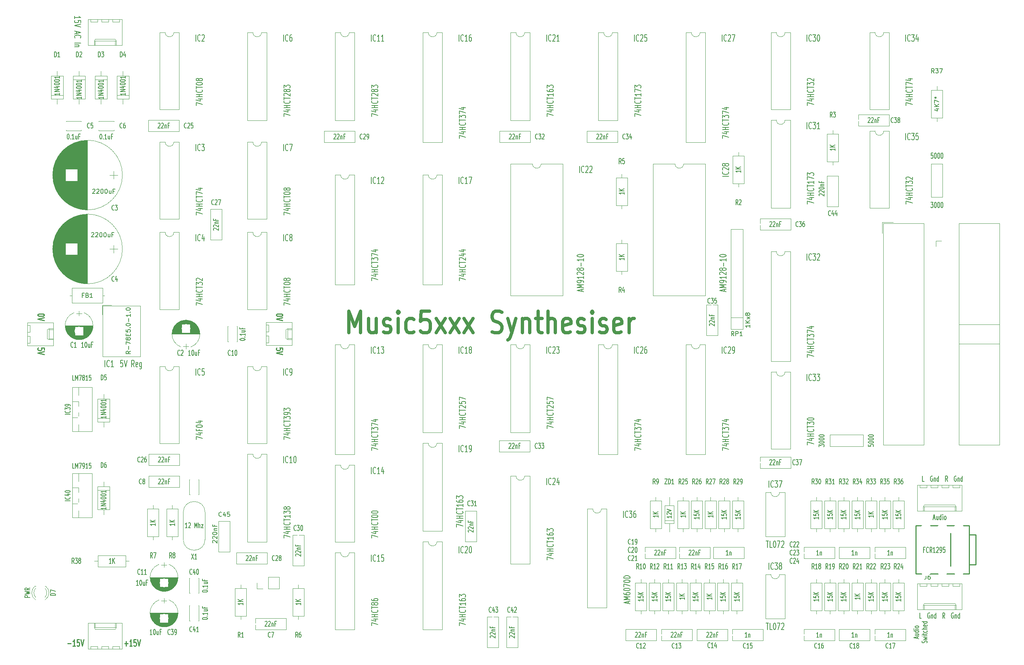
<source format=gto>
G04 #@! TF.GenerationSoftware,KiCad,Pcbnew,5.1.4-5.1.4*
G04 #@! TF.CreationDate,2019-08-13T11:30:28+01:00*
G04 #@! TF.ProjectId,music5xxx,6d757369-6335-4787-9878-2e6b69636164,1*
G04 #@! TF.SameCoordinates,Original*
G04 #@! TF.FileFunction,Legend,Top*
G04 #@! TF.FilePolarity,Positive*
%FSLAX46Y46*%
G04 Gerber Fmt 4.6, Leading zero omitted, Abs format (unit mm)*
G04 Created by KiCad (PCBNEW 5.1.4-5.1.4) date 2019-08-13 11:30:28*
%MOMM*%
%LPD*%
G04 APERTURE LIST*
%ADD10C,0.150000*%
%ADD11C,0.250000*%
%ADD12C,0.750000*%
%ADD13C,0.200000*%
%ADD14C,0.120000*%
%ADD15O,2.102000X2.702000*%
%ADD16R,2.102000X2.702000*%
%ADD17R,2.502000X1.502000*%
%ADD18O,2.502000X1.502000*%
%ADD19R,2.502000X1.702000*%
%ADD20O,2.502000X1.702000*%
%ADD21R,2.702000X2.102000*%
%ADD22O,2.702000X2.102000*%
%ADD23O,2.602000X1.602000*%
%ADD24R,2.602000X1.602000*%
%ADD25C,2.502000*%
%ADD26R,2.502000X2.502000*%
%ADD27O,2.302000X1.802000*%
%ADD28R,2.302000X1.602000*%
%ADD29O,2.302000X1.602000*%
%ADD30C,7.102000*%
%ADD31C,2.002000*%
%ADD32O,2.302000X2.802000*%
%ADD33R,2.302000X2.302000*%
%ADD34O,2.302000X2.302000*%
%ADD35R,1.902000X1.902000*%
%ADD36C,1.902000*%
%ADD37O,1.802000X2.302000*%
%ADD38O,1.702000X1.702000*%
%ADD39C,1.702000*%
%ADD40R,2.002000X2.002000*%
%ADD41C,2.102000*%
%ADD42R,2.602000X1.902000*%
%ADD43O,2.602000X1.902000*%
%ADD44R,1.702000X1.702000*%
%ADD45O,1.802000X1.802000*%
%ADD46R,1.802000X1.802000*%
G04 APERTURE END LIST*
D10*
X209131428Y-140877857D02*
X208750476Y-140877857D01*
X208750476Y-139677857D01*
X211036190Y-139735000D02*
X210960000Y-139677857D01*
X210845714Y-139677857D01*
X210731428Y-139735000D01*
X210655238Y-139849285D01*
X210617142Y-139963571D01*
X210579047Y-140192142D01*
X210579047Y-140363571D01*
X210617142Y-140592142D01*
X210655238Y-140706428D01*
X210731428Y-140820714D01*
X210845714Y-140877857D01*
X210921904Y-140877857D01*
X211036190Y-140820714D01*
X211074285Y-140763571D01*
X211074285Y-140363571D01*
X210921904Y-140363571D01*
X211417142Y-140077857D02*
X211417142Y-140877857D01*
X211417142Y-140192142D02*
X211455238Y-140135000D01*
X211531428Y-140077857D01*
X211645714Y-140077857D01*
X211721904Y-140135000D01*
X211760000Y-140249285D01*
X211760000Y-140877857D01*
X212483809Y-140877857D02*
X212483809Y-139677857D01*
X212483809Y-140820714D02*
X212407619Y-140877857D01*
X212255238Y-140877857D01*
X212179047Y-140820714D01*
X212140952Y-140763571D01*
X212102857Y-140649285D01*
X212102857Y-140306428D01*
X212140952Y-140192142D01*
X212179047Y-140135000D01*
X212255238Y-140077857D01*
X212407619Y-140077857D01*
X212483809Y-140135000D01*
X214540952Y-140877857D02*
X214274285Y-140306428D01*
X214083809Y-140877857D02*
X214083809Y-139677857D01*
X214388571Y-139677857D01*
X214464761Y-139735000D01*
X214502857Y-139792142D01*
X214540952Y-139906428D01*
X214540952Y-140077857D01*
X214502857Y-140192142D01*
X214464761Y-140249285D01*
X214388571Y-140306428D01*
X214083809Y-140306428D01*
X216521904Y-139735000D02*
X216445714Y-139677857D01*
X216331428Y-139677857D01*
X216217142Y-139735000D01*
X216140952Y-139849285D01*
X216102857Y-139963571D01*
X216064761Y-140192142D01*
X216064761Y-140363571D01*
X216102857Y-140592142D01*
X216140952Y-140706428D01*
X216217142Y-140820714D01*
X216331428Y-140877857D01*
X216407619Y-140877857D01*
X216521904Y-140820714D01*
X216560000Y-140763571D01*
X216560000Y-140363571D01*
X216407619Y-140363571D01*
X216902857Y-140077857D02*
X216902857Y-140877857D01*
X216902857Y-140192142D02*
X216940952Y-140135000D01*
X217017142Y-140077857D01*
X217131428Y-140077857D01*
X217207619Y-140135000D01*
X217245714Y-140249285D01*
X217245714Y-140877857D01*
X217969523Y-140877857D02*
X217969523Y-139677857D01*
X217969523Y-140820714D02*
X217893333Y-140877857D01*
X217740952Y-140877857D01*
X217664761Y-140820714D01*
X217626666Y-140763571D01*
X217588571Y-140649285D01*
X217588571Y-140306428D01*
X217626666Y-140192142D01*
X217664761Y-140135000D01*
X217740952Y-140077857D01*
X217893333Y-140077857D01*
X217969523Y-140135000D01*
D11*
X61146428Y-70501428D02*
X61146428Y-70596666D01*
X61075000Y-70691904D01*
X61003571Y-70739523D01*
X60860714Y-70787142D01*
X60575000Y-70834761D01*
X60217857Y-70834761D01*
X59932142Y-70787142D01*
X59789285Y-70739523D01*
X59717857Y-70691904D01*
X59646428Y-70596666D01*
X59646428Y-70501428D01*
X59717857Y-70406190D01*
X59789285Y-70358571D01*
X59932142Y-70310952D01*
X60217857Y-70263333D01*
X60575000Y-70263333D01*
X60860714Y-70310952D01*
X61003571Y-70358571D01*
X61075000Y-70406190D01*
X61146428Y-70501428D01*
X61146428Y-71120476D02*
X59646428Y-71453809D01*
X61146428Y-71787142D01*
X61146428Y-78691904D02*
X61146428Y-78215714D01*
X60432142Y-78168095D01*
X60503571Y-78215714D01*
X60575000Y-78310952D01*
X60575000Y-78549047D01*
X60503571Y-78644285D01*
X60432142Y-78691904D01*
X60289285Y-78739523D01*
X59932142Y-78739523D01*
X59789285Y-78691904D01*
X59717857Y-78644285D01*
X59646428Y-78549047D01*
X59646428Y-78310952D01*
X59717857Y-78215714D01*
X59789285Y-78168095D01*
X61146428Y-79025238D02*
X59646428Y-79358571D01*
X61146428Y-79691904D01*
D10*
X211315476Y-44427857D02*
X211810714Y-44427857D01*
X211544047Y-44885000D01*
X211658333Y-44885000D01*
X211734523Y-44942142D01*
X211772619Y-44999285D01*
X211810714Y-45113571D01*
X211810714Y-45399285D01*
X211772619Y-45513571D01*
X211734523Y-45570714D01*
X211658333Y-45627857D01*
X211429761Y-45627857D01*
X211353571Y-45570714D01*
X211315476Y-45513571D01*
X212305952Y-44427857D02*
X212382142Y-44427857D01*
X212458333Y-44485000D01*
X212496428Y-44542142D01*
X212534523Y-44656428D01*
X212572619Y-44885000D01*
X212572619Y-45170714D01*
X212534523Y-45399285D01*
X212496428Y-45513571D01*
X212458333Y-45570714D01*
X212382142Y-45627857D01*
X212305952Y-45627857D01*
X212229761Y-45570714D01*
X212191666Y-45513571D01*
X212153571Y-45399285D01*
X212115476Y-45170714D01*
X212115476Y-44885000D01*
X212153571Y-44656428D01*
X212191666Y-44542142D01*
X212229761Y-44485000D01*
X212305952Y-44427857D01*
X213067857Y-44427857D02*
X213144047Y-44427857D01*
X213220238Y-44485000D01*
X213258333Y-44542142D01*
X213296428Y-44656428D01*
X213334523Y-44885000D01*
X213334523Y-45170714D01*
X213296428Y-45399285D01*
X213258333Y-45513571D01*
X213220238Y-45570714D01*
X213144047Y-45627857D01*
X213067857Y-45627857D01*
X212991666Y-45570714D01*
X212953571Y-45513571D01*
X212915476Y-45399285D01*
X212877380Y-45170714D01*
X212877380Y-44885000D01*
X212915476Y-44656428D01*
X212953571Y-44542142D01*
X212991666Y-44485000D01*
X213067857Y-44427857D01*
X213829761Y-44427857D02*
X213905952Y-44427857D01*
X213982142Y-44485000D01*
X214020238Y-44542142D01*
X214058333Y-44656428D01*
X214096428Y-44885000D01*
X214096428Y-45170714D01*
X214058333Y-45399285D01*
X214020238Y-45513571D01*
X213982142Y-45570714D01*
X213905952Y-45627857D01*
X213829761Y-45627857D01*
X213753571Y-45570714D01*
X213715476Y-45513571D01*
X213677380Y-45399285D01*
X213639285Y-45170714D01*
X213639285Y-44885000D01*
X213677380Y-44656428D01*
X213715476Y-44542142D01*
X213753571Y-44485000D01*
X213829761Y-44427857D01*
X208140000Y-145611666D02*
X208140000Y-145230714D01*
X208482857Y-145687857D02*
X207282857Y-145421190D01*
X208482857Y-145154523D01*
X207682857Y-144545000D02*
X208482857Y-144545000D01*
X207682857Y-144887857D02*
X208311428Y-144887857D01*
X208425714Y-144849761D01*
X208482857Y-144773571D01*
X208482857Y-144659285D01*
X208425714Y-144583095D01*
X208368571Y-144545000D01*
X208482857Y-143821190D02*
X207282857Y-143821190D01*
X208425714Y-143821190D02*
X208482857Y-143897380D01*
X208482857Y-144049761D01*
X208425714Y-144125952D01*
X208368571Y-144164047D01*
X208254285Y-144202142D01*
X207911428Y-144202142D01*
X207797142Y-144164047D01*
X207740000Y-144125952D01*
X207682857Y-144049761D01*
X207682857Y-143897380D01*
X207740000Y-143821190D01*
X208482857Y-143440238D02*
X207682857Y-143440238D01*
X207282857Y-143440238D02*
X207340000Y-143478333D01*
X207397142Y-143440238D01*
X207340000Y-143402142D01*
X207282857Y-143440238D01*
X207397142Y-143440238D01*
X208482857Y-142945000D02*
X208425714Y-143021190D01*
X208368571Y-143059285D01*
X208254285Y-143097380D01*
X207911428Y-143097380D01*
X207797142Y-143059285D01*
X207740000Y-143021190D01*
X207682857Y-142945000D01*
X207682857Y-142830714D01*
X207740000Y-142754523D01*
X207797142Y-142716428D01*
X207911428Y-142678333D01*
X208254285Y-142678333D01*
X208368571Y-142716428D01*
X208425714Y-142754523D01*
X208482857Y-142830714D01*
X208482857Y-142945000D01*
X210375714Y-146621190D02*
X210432857Y-146506904D01*
X210432857Y-146316428D01*
X210375714Y-146240238D01*
X210318571Y-146202142D01*
X210204285Y-146164047D01*
X210090000Y-146164047D01*
X209975714Y-146202142D01*
X209918571Y-146240238D01*
X209861428Y-146316428D01*
X209804285Y-146468809D01*
X209747142Y-146545000D01*
X209690000Y-146583095D01*
X209575714Y-146621190D01*
X209461428Y-146621190D01*
X209347142Y-146583095D01*
X209290000Y-146545000D01*
X209232857Y-146468809D01*
X209232857Y-146278333D01*
X209290000Y-146164047D01*
X209632857Y-145897380D02*
X210432857Y-145745000D01*
X209861428Y-145592619D01*
X210432857Y-145440238D01*
X209632857Y-145287857D01*
X210432857Y-144983095D02*
X209632857Y-144983095D01*
X209232857Y-144983095D02*
X209290000Y-145021190D01*
X209347142Y-144983095D01*
X209290000Y-144945000D01*
X209232857Y-144983095D01*
X209347142Y-144983095D01*
X209632857Y-144716428D02*
X209632857Y-144411666D01*
X209232857Y-144602142D02*
X210261428Y-144602142D01*
X210375714Y-144564047D01*
X210432857Y-144487857D01*
X210432857Y-144411666D01*
X210375714Y-143802142D02*
X210432857Y-143878333D01*
X210432857Y-144030714D01*
X210375714Y-144106904D01*
X210318571Y-144145000D01*
X210204285Y-144183095D01*
X209861428Y-144183095D01*
X209747142Y-144145000D01*
X209690000Y-144106904D01*
X209632857Y-144030714D01*
X209632857Y-143878333D01*
X209690000Y-143802142D01*
X210432857Y-143459285D02*
X209232857Y-143459285D01*
X210432857Y-143116428D02*
X209804285Y-143116428D01*
X209690000Y-143154523D01*
X209632857Y-143230714D01*
X209632857Y-143345000D01*
X209690000Y-143421190D01*
X209747142Y-143459285D01*
X210375714Y-142430714D02*
X210432857Y-142506904D01*
X210432857Y-142659285D01*
X210375714Y-142735476D01*
X210261428Y-142773571D01*
X209804285Y-142773571D01*
X209690000Y-142735476D01*
X209632857Y-142659285D01*
X209632857Y-142506904D01*
X209690000Y-142430714D01*
X209804285Y-142392619D01*
X209918571Y-142392619D01*
X210032857Y-142773571D01*
X210432857Y-141706904D02*
X209232857Y-141706904D01*
X210375714Y-141706904D02*
X210432857Y-141783095D01*
X210432857Y-141935476D01*
X210375714Y-142011666D01*
X210318571Y-142049761D01*
X210204285Y-142087857D01*
X209861428Y-142087857D01*
X209747142Y-142049761D01*
X209690000Y-142011666D01*
X209632857Y-141935476D01*
X209632857Y-141783095D01*
X209690000Y-141706904D01*
D12*
X76458095Y-74651904D02*
X76458095Y-69651904D01*
X77791428Y-73223333D01*
X79124761Y-69651904D01*
X79124761Y-74651904D01*
X82743809Y-71318571D02*
X82743809Y-74651904D01*
X81029523Y-71318571D02*
X81029523Y-73937619D01*
X81219999Y-74413809D01*
X81600952Y-74651904D01*
X82172380Y-74651904D01*
X82553333Y-74413809D01*
X82743809Y-74175714D01*
X84458095Y-74413809D02*
X84839047Y-74651904D01*
X85600952Y-74651904D01*
X85981904Y-74413809D01*
X86172380Y-73937619D01*
X86172380Y-73699523D01*
X85981904Y-73223333D01*
X85600952Y-72985238D01*
X85029523Y-72985238D01*
X84648571Y-72747142D01*
X84458095Y-72270952D01*
X84458095Y-72032857D01*
X84648571Y-71556666D01*
X85029523Y-71318571D01*
X85600952Y-71318571D01*
X85981904Y-71556666D01*
X87886666Y-74651904D02*
X87886666Y-71318571D01*
X87886666Y-69651904D02*
X87696190Y-69890000D01*
X87886666Y-70128095D01*
X88077142Y-69890000D01*
X87886666Y-69651904D01*
X87886666Y-70128095D01*
X91505714Y-74413809D02*
X91124761Y-74651904D01*
X90362857Y-74651904D01*
X89981904Y-74413809D01*
X89791428Y-74175714D01*
X89600952Y-73699523D01*
X89600952Y-72270952D01*
X89791428Y-71794761D01*
X89981904Y-71556666D01*
X90362857Y-71318571D01*
X91124761Y-71318571D01*
X91505714Y-71556666D01*
X95124761Y-69651904D02*
X93219999Y-69651904D01*
X93029523Y-72032857D01*
X93219999Y-71794761D01*
X93600952Y-71556666D01*
X94553333Y-71556666D01*
X94934285Y-71794761D01*
X95124761Y-72032857D01*
X95315238Y-72509047D01*
X95315238Y-73699523D01*
X95124761Y-74175714D01*
X94934285Y-74413809D01*
X94553333Y-74651904D01*
X93600952Y-74651904D01*
X93219999Y-74413809D01*
X93029523Y-74175714D01*
X96648571Y-74651904D02*
X98743809Y-71318571D01*
X96648571Y-71318571D02*
X98743809Y-74651904D01*
X99886666Y-74651904D02*
X101981904Y-71318571D01*
X99886666Y-71318571D02*
X101981904Y-74651904D01*
X103124761Y-74651904D02*
X105219999Y-71318571D01*
X103124761Y-71318571D02*
X105219999Y-74651904D01*
X109600952Y-74413809D02*
X110172380Y-74651904D01*
X111124761Y-74651904D01*
X111505714Y-74413809D01*
X111696190Y-74175714D01*
X111886666Y-73699523D01*
X111886666Y-73223333D01*
X111696190Y-72747142D01*
X111505714Y-72509047D01*
X111124761Y-72270952D01*
X110362857Y-72032857D01*
X109981904Y-71794761D01*
X109791428Y-71556666D01*
X109600952Y-71080476D01*
X109600952Y-70604285D01*
X109791428Y-70128095D01*
X109981904Y-69890000D01*
X110362857Y-69651904D01*
X111315238Y-69651904D01*
X111886666Y-69890000D01*
X113219999Y-71318571D02*
X114172380Y-74651904D01*
X115124761Y-71318571D02*
X114172380Y-74651904D01*
X113791428Y-75842380D01*
X113600952Y-76080476D01*
X113219999Y-76318571D01*
X116648571Y-71318571D02*
X116648571Y-74651904D01*
X116648571Y-71794761D02*
X116839047Y-71556666D01*
X117219999Y-71318571D01*
X117791428Y-71318571D01*
X118172380Y-71556666D01*
X118362857Y-72032857D01*
X118362857Y-74651904D01*
X119696190Y-71318571D02*
X121219999Y-71318571D01*
X120267619Y-69651904D02*
X120267619Y-73937619D01*
X120458095Y-74413809D01*
X120839047Y-74651904D01*
X121219999Y-74651904D01*
X122553333Y-74651904D02*
X122553333Y-69651904D01*
X124267619Y-74651904D02*
X124267619Y-72032857D01*
X124077142Y-71556666D01*
X123696190Y-71318571D01*
X123124761Y-71318571D01*
X122743809Y-71556666D01*
X122553333Y-71794761D01*
X127696190Y-74413809D02*
X127315238Y-74651904D01*
X126553333Y-74651904D01*
X126172380Y-74413809D01*
X125981904Y-73937619D01*
X125981904Y-72032857D01*
X126172380Y-71556666D01*
X126553333Y-71318571D01*
X127315238Y-71318571D01*
X127696190Y-71556666D01*
X127886666Y-72032857D01*
X127886666Y-72509047D01*
X125981904Y-72985238D01*
X129410476Y-74413809D02*
X129791428Y-74651904D01*
X130553333Y-74651904D01*
X130934285Y-74413809D01*
X131124761Y-73937619D01*
X131124761Y-73699523D01*
X130934285Y-73223333D01*
X130553333Y-72985238D01*
X129981904Y-72985238D01*
X129600952Y-72747142D01*
X129410476Y-72270952D01*
X129410476Y-72032857D01*
X129600952Y-71556666D01*
X129981904Y-71318571D01*
X130553333Y-71318571D01*
X130934285Y-71556666D01*
X132839047Y-74651904D02*
X132839047Y-71318571D01*
X132839047Y-69651904D02*
X132648571Y-69890000D01*
X132839047Y-70128095D01*
X133029523Y-69890000D01*
X132839047Y-69651904D01*
X132839047Y-70128095D01*
X134553333Y-74413809D02*
X134934285Y-74651904D01*
X135696190Y-74651904D01*
X136077142Y-74413809D01*
X136267619Y-73937619D01*
X136267619Y-73699523D01*
X136077142Y-73223333D01*
X135696190Y-72985238D01*
X135124761Y-72985238D01*
X134743809Y-72747142D01*
X134553333Y-72270952D01*
X134553333Y-72032857D01*
X134743809Y-71556666D01*
X135124761Y-71318571D01*
X135696190Y-71318571D01*
X136077142Y-71556666D01*
X139505714Y-74413809D02*
X139124761Y-74651904D01*
X138362857Y-74651904D01*
X137981904Y-74413809D01*
X137791428Y-73937619D01*
X137791428Y-72032857D01*
X137981904Y-71556666D01*
X138362857Y-71318571D01*
X139124761Y-71318571D01*
X139505714Y-71556666D01*
X139696190Y-72032857D01*
X139696190Y-72509047D01*
X137791428Y-72985238D01*
X141410476Y-74651904D02*
X141410476Y-71318571D01*
X141410476Y-72270952D02*
X141600952Y-71794761D01*
X141791428Y-71556666D01*
X142172380Y-71318571D01*
X142553333Y-71318571D01*
D10*
X211772619Y-32997857D02*
X211391666Y-32997857D01*
X211353571Y-33569285D01*
X211391666Y-33512142D01*
X211467857Y-33455000D01*
X211658333Y-33455000D01*
X211734523Y-33512142D01*
X211772619Y-33569285D01*
X211810714Y-33683571D01*
X211810714Y-33969285D01*
X211772619Y-34083571D01*
X211734523Y-34140714D01*
X211658333Y-34197857D01*
X211467857Y-34197857D01*
X211391666Y-34140714D01*
X211353571Y-34083571D01*
X212305952Y-32997857D02*
X212382142Y-32997857D01*
X212458333Y-33055000D01*
X212496428Y-33112142D01*
X212534523Y-33226428D01*
X212572619Y-33455000D01*
X212572619Y-33740714D01*
X212534523Y-33969285D01*
X212496428Y-34083571D01*
X212458333Y-34140714D01*
X212382142Y-34197857D01*
X212305952Y-34197857D01*
X212229761Y-34140714D01*
X212191666Y-34083571D01*
X212153571Y-33969285D01*
X212115476Y-33740714D01*
X212115476Y-33455000D01*
X212153571Y-33226428D01*
X212191666Y-33112142D01*
X212229761Y-33055000D01*
X212305952Y-32997857D01*
X213067857Y-32997857D02*
X213144047Y-32997857D01*
X213220238Y-33055000D01*
X213258333Y-33112142D01*
X213296428Y-33226428D01*
X213334523Y-33455000D01*
X213334523Y-33740714D01*
X213296428Y-33969285D01*
X213258333Y-34083571D01*
X213220238Y-34140714D01*
X213144047Y-34197857D01*
X213067857Y-34197857D01*
X212991666Y-34140714D01*
X212953571Y-34083571D01*
X212915476Y-33969285D01*
X212877380Y-33740714D01*
X212877380Y-33455000D01*
X212915476Y-33226428D01*
X212953571Y-33112142D01*
X212991666Y-33055000D01*
X213067857Y-32997857D01*
X213829761Y-32997857D02*
X213905952Y-32997857D01*
X213982142Y-33055000D01*
X214020238Y-33112142D01*
X214058333Y-33226428D01*
X214096428Y-33455000D01*
X214096428Y-33740714D01*
X214058333Y-33969285D01*
X214020238Y-34083571D01*
X213982142Y-34140714D01*
X213905952Y-34197857D01*
X213829761Y-34197857D01*
X213753571Y-34140714D01*
X213715476Y-34083571D01*
X213677380Y-33969285D01*
X213639285Y-33740714D01*
X213639285Y-33455000D01*
X213677380Y-33226428D01*
X213715476Y-33112142D01*
X213753571Y-33055000D01*
X213829761Y-32997857D01*
X196827857Y-100647380D02*
X196827857Y-101028333D01*
X197399285Y-101066428D01*
X197342142Y-101028333D01*
X197285000Y-100952142D01*
X197285000Y-100761666D01*
X197342142Y-100685476D01*
X197399285Y-100647380D01*
X197513571Y-100609285D01*
X197799285Y-100609285D01*
X197913571Y-100647380D01*
X197970714Y-100685476D01*
X198027857Y-100761666D01*
X198027857Y-100952142D01*
X197970714Y-101028333D01*
X197913571Y-101066428D01*
X196827857Y-100114047D02*
X196827857Y-100037857D01*
X196885000Y-99961666D01*
X196942142Y-99923571D01*
X197056428Y-99885476D01*
X197285000Y-99847380D01*
X197570714Y-99847380D01*
X197799285Y-99885476D01*
X197913571Y-99923571D01*
X197970714Y-99961666D01*
X198027857Y-100037857D01*
X198027857Y-100114047D01*
X197970714Y-100190238D01*
X197913571Y-100228333D01*
X197799285Y-100266428D01*
X197570714Y-100304523D01*
X197285000Y-100304523D01*
X197056428Y-100266428D01*
X196942142Y-100228333D01*
X196885000Y-100190238D01*
X196827857Y-100114047D01*
X196827857Y-99352142D02*
X196827857Y-99275952D01*
X196885000Y-99199761D01*
X196942142Y-99161666D01*
X197056428Y-99123571D01*
X197285000Y-99085476D01*
X197570714Y-99085476D01*
X197799285Y-99123571D01*
X197913571Y-99161666D01*
X197970714Y-99199761D01*
X198027857Y-99275952D01*
X198027857Y-99352142D01*
X197970714Y-99428333D01*
X197913571Y-99466428D01*
X197799285Y-99504523D01*
X197570714Y-99542619D01*
X197285000Y-99542619D01*
X197056428Y-99504523D01*
X196942142Y-99466428D01*
X196885000Y-99428333D01*
X196827857Y-99352142D01*
X196827857Y-98590238D02*
X196827857Y-98514047D01*
X196885000Y-98437857D01*
X196942142Y-98399761D01*
X197056428Y-98361666D01*
X197285000Y-98323571D01*
X197570714Y-98323571D01*
X197799285Y-98361666D01*
X197913571Y-98399761D01*
X197970714Y-98437857D01*
X198027857Y-98514047D01*
X198027857Y-98590238D01*
X197970714Y-98666428D01*
X197913571Y-98704523D01*
X197799285Y-98742619D01*
X197570714Y-98780714D01*
X197285000Y-98780714D01*
X197056428Y-98742619D01*
X196942142Y-98704523D01*
X196885000Y-98666428D01*
X196827857Y-98590238D01*
X185397857Y-101104523D02*
X185397857Y-100609285D01*
X185855000Y-100875952D01*
X185855000Y-100761666D01*
X185912142Y-100685476D01*
X185969285Y-100647380D01*
X186083571Y-100609285D01*
X186369285Y-100609285D01*
X186483571Y-100647380D01*
X186540714Y-100685476D01*
X186597857Y-100761666D01*
X186597857Y-100990238D01*
X186540714Y-101066428D01*
X186483571Y-101104523D01*
X185397857Y-100114047D02*
X185397857Y-100037857D01*
X185455000Y-99961666D01*
X185512142Y-99923571D01*
X185626428Y-99885476D01*
X185855000Y-99847380D01*
X186140714Y-99847380D01*
X186369285Y-99885476D01*
X186483571Y-99923571D01*
X186540714Y-99961666D01*
X186597857Y-100037857D01*
X186597857Y-100114047D01*
X186540714Y-100190238D01*
X186483571Y-100228333D01*
X186369285Y-100266428D01*
X186140714Y-100304523D01*
X185855000Y-100304523D01*
X185626428Y-100266428D01*
X185512142Y-100228333D01*
X185455000Y-100190238D01*
X185397857Y-100114047D01*
X185397857Y-99352142D02*
X185397857Y-99275952D01*
X185455000Y-99199761D01*
X185512142Y-99161666D01*
X185626428Y-99123571D01*
X185855000Y-99085476D01*
X186140714Y-99085476D01*
X186369285Y-99123571D01*
X186483571Y-99161666D01*
X186540714Y-99199761D01*
X186597857Y-99275952D01*
X186597857Y-99352142D01*
X186540714Y-99428333D01*
X186483571Y-99466428D01*
X186369285Y-99504523D01*
X186140714Y-99542619D01*
X185855000Y-99542619D01*
X185626428Y-99504523D01*
X185512142Y-99466428D01*
X185455000Y-99428333D01*
X185397857Y-99352142D01*
X185397857Y-98590238D02*
X185397857Y-98514047D01*
X185455000Y-98437857D01*
X185512142Y-98399761D01*
X185626428Y-98361666D01*
X185855000Y-98323571D01*
X186140714Y-98323571D01*
X186369285Y-98361666D01*
X186483571Y-98399761D01*
X186540714Y-98437857D01*
X186597857Y-98514047D01*
X186597857Y-98590238D01*
X186540714Y-98666428D01*
X186483571Y-98704523D01*
X186369285Y-98742619D01*
X186140714Y-98780714D01*
X185855000Y-98780714D01*
X185626428Y-98742619D01*
X185512142Y-98704523D01*
X185455000Y-98666428D01*
X185397857Y-98590238D01*
X209880476Y-125009285D02*
X209613809Y-125009285D01*
X209613809Y-125637857D02*
X209613809Y-124437857D01*
X209994761Y-124437857D01*
X210756666Y-125523571D02*
X210718571Y-125580714D01*
X210604285Y-125637857D01*
X210528095Y-125637857D01*
X210413809Y-125580714D01*
X210337619Y-125466428D01*
X210299523Y-125352142D01*
X210261428Y-125123571D01*
X210261428Y-124952142D01*
X210299523Y-124723571D01*
X210337619Y-124609285D01*
X210413809Y-124495000D01*
X210528095Y-124437857D01*
X210604285Y-124437857D01*
X210718571Y-124495000D01*
X210756666Y-124552142D01*
X211556666Y-125637857D02*
X211290000Y-125066428D01*
X211099523Y-125637857D02*
X211099523Y-124437857D01*
X211404285Y-124437857D01*
X211480476Y-124495000D01*
X211518571Y-124552142D01*
X211556666Y-124666428D01*
X211556666Y-124837857D01*
X211518571Y-124952142D01*
X211480476Y-125009285D01*
X211404285Y-125066428D01*
X211099523Y-125066428D01*
X212318571Y-125637857D02*
X211861428Y-125637857D01*
X212090000Y-125637857D02*
X212090000Y-124437857D01*
X212013809Y-124609285D01*
X211937619Y-124723571D01*
X211861428Y-124780714D01*
X212623333Y-124552142D02*
X212661428Y-124495000D01*
X212737619Y-124437857D01*
X212928095Y-124437857D01*
X213004285Y-124495000D01*
X213042380Y-124552142D01*
X213080476Y-124666428D01*
X213080476Y-124780714D01*
X213042380Y-124952142D01*
X212585238Y-125637857D01*
X213080476Y-125637857D01*
X213461428Y-125637857D02*
X213613809Y-125637857D01*
X213690000Y-125580714D01*
X213728095Y-125523571D01*
X213804285Y-125352142D01*
X213842380Y-125123571D01*
X213842380Y-124666428D01*
X213804285Y-124552142D01*
X213766190Y-124495000D01*
X213690000Y-124437857D01*
X213537619Y-124437857D01*
X213461428Y-124495000D01*
X213423333Y-124552142D01*
X213385238Y-124666428D01*
X213385238Y-124952142D01*
X213423333Y-125066428D01*
X213461428Y-125123571D01*
X213537619Y-125180714D01*
X213690000Y-125180714D01*
X213766190Y-125123571D01*
X213804285Y-125066428D01*
X213842380Y-124952142D01*
X214566190Y-124437857D02*
X214185238Y-124437857D01*
X214147142Y-125009285D01*
X214185238Y-124952142D01*
X214261428Y-124895000D01*
X214451904Y-124895000D01*
X214528095Y-124952142D01*
X214566190Y-125009285D01*
X214604285Y-125123571D01*
X214604285Y-125409285D01*
X214566190Y-125523571D01*
X214528095Y-125580714D01*
X214451904Y-125637857D01*
X214261428Y-125637857D01*
X214185238Y-125580714D01*
X214147142Y-125523571D01*
D11*
X11351666Y-146792142D02*
X12113571Y-146792142D01*
X13113571Y-147363571D02*
X12542142Y-147363571D01*
X12827857Y-147363571D02*
X12827857Y-145863571D01*
X12732619Y-146077857D01*
X12637380Y-146220714D01*
X12542142Y-146292142D01*
X14018333Y-145863571D02*
X13542142Y-145863571D01*
X13494523Y-146577857D01*
X13542142Y-146506428D01*
X13637380Y-146435000D01*
X13875476Y-146435000D01*
X13970714Y-146506428D01*
X14018333Y-146577857D01*
X14065952Y-146720714D01*
X14065952Y-147077857D01*
X14018333Y-147220714D01*
X13970714Y-147292142D01*
X13875476Y-147363571D01*
X13637380Y-147363571D01*
X13542142Y-147292142D01*
X13494523Y-147220714D01*
X14351666Y-145863571D02*
X14684999Y-147363571D01*
X15018333Y-145863571D01*
X24494523Y-146792142D02*
X25256428Y-146792142D01*
X24875476Y-147363571D02*
X24875476Y-146220714D01*
X26256428Y-147363571D02*
X25684999Y-147363571D01*
X25970714Y-147363571D02*
X25970714Y-145863571D01*
X25875476Y-146077857D01*
X25780238Y-146220714D01*
X25684999Y-146292142D01*
X27161190Y-145863571D02*
X26684999Y-145863571D01*
X26637380Y-146577857D01*
X26684999Y-146506428D01*
X26780238Y-146435000D01*
X27018333Y-146435000D01*
X27113571Y-146506428D01*
X27161190Y-146577857D01*
X27208809Y-146720714D01*
X27208809Y-147077857D01*
X27161190Y-147220714D01*
X27113571Y-147292142D01*
X27018333Y-147363571D01*
X26780238Y-147363571D01*
X26684999Y-147292142D01*
X26637380Y-147220714D01*
X27494523Y-145863571D02*
X27827857Y-147363571D01*
X28161190Y-145863571D01*
X5901428Y-70501428D02*
X5901428Y-70596666D01*
X5830000Y-70691904D01*
X5758571Y-70739523D01*
X5615714Y-70787142D01*
X5330000Y-70834761D01*
X4972857Y-70834761D01*
X4687142Y-70787142D01*
X4544285Y-70739523D01*
X4472857Y-70691904D01*
X4401428Y-70596666D01*
X4401428Y-70501428D01*
X4472857Y-70406190D01*
X4544285Y-70358571D01*
X4687142Y-70310952D01*
X4972857Y-70263333D01*
X5330000Y-70263333D01*
X5615714Y-70310952D01*
X5758571Y-70358571D01*
X5830000Y-70406190D01*
X5901428Y-70501428D01*
X5901428Y-71120476D02*
X4401428Y-71453809D01*
X5901428Y-71787142D01*
X5901428Y-78691904D02*
X5901428Y-78215714D01*
X5187142Y-78168095D01*
X5258571Y-78215714D01*
X5329999Y-78310952D01*
X5329999Y-78549047D01*
X5258571Y-78644285D01*
X5187142Y-78691904D01*
X5044285Y-78739523D01*
X4687142Y-78739523D01*
X4544285Y-78691904D01*
X4472857Y-78644285D01*
X4401428Y-78549047D01*
X4401428Y-78310952D01*
X4472857Y-78215714D01*
X4544285Y-78168095D01*
X5901428Y-79025238D02*
X4401428Y-79358571D01*
X5901428Y-79691904D01*
D10*
X211893333Y-117675000D02*
X212274285Y-117675000D01*
X211817142Y-118017857D02*
X212083809Y-116817857D01*
X212350476Y-118017857D01*
X212960000Y-117217857D02*
X212960000Y-118017857D01*
X212617142Y-117217857D02*
X212617142Y-117846428D01*
X212655238Y-117960714D01*
X212731428Y-118017857D01*
X212845714Y-118017857D01*
X212921904Y-117960714D01*
X212960000Y-117903571D01*
X213683809Y-118017857D02*
X213683809Y-116817857D01*
X213683809Y-117960714D02*
X213607619Y-118017857D01*
X213455238Y-118017857D01*
X213379047Y-117960714D01*
X213340952Y-117903571D01*
X213302857Y-117789285D01*
X213302857Y-117446428D01*
X213340952Y-117332142D01*
X213379047Y-117275000D01*
X213455238Y-117217857D01*
X213607619Y-117217857D01*
X213683809Y-117275000D01*
X214064761Y-118017857D02*
X214064761Y-117217857D01*
X214064761Y-116817857D02*
X214026666Y-116875000D01*
X214064761Y-116932142D01*
X214102857Y-116875000D01*
X214064761Y-116817857D01*
X214064761Y-116932142D01*
X214560000Y-118017857D02*
X214483809Y-117960714D01*
X214445714Y-117903571D01*
X214407619Y-117789285D01*
X214407619Y-117446428D01*
X214445714Y-117332142D01*
X214483809Y-117275000D01*
X214560000Y-117217857D01*
X214674285Y-117217857D01*
X214750476Y-117275000D01*
X214788571Y-117332142D01*
X214826666Y-117446428D01*
X214826666Y-117789285D01*
X214788571Y-117903571D01*
X214750476Y-117960714D01*
X214674285Y-118017857D01*
X214560000Y-118017857D01*
X209766428Y-109127857D02*
X209385476Y-109127857D01*
X209385476Y-107927857D01*
X211671190Y-107985000D02*
X211595000Y-107927857D01*
X211480714Y-107927857D01*
X211366428Y-107985000D01*
X211290238Y-108099285D01*
X211252142Y-108213571D01*
X211214047Y-108442142D01*
X211214047Y-108613571D01*
X211252142Y-108842142D01*
X211290238Y-108956428D01*
X211366428Y-109070714D01*
X211480714Y-109127857D01*
X211556904Y-109127857D01*
X211671190Y-109070714D01*
X211709285Y-109013571D01*
X211709285Y-108613571D01*
X211556904Y-108613571D01*
X212052142Y-108327857D02*
X212052142Y-109127857D01*
X212052142Y-108442142D02*
X212090238Y-108385000D01*
X212166428Y-108327857D01*
X212280714Y-108327857D01*
X212356904Y-108385000D01*
X212395000Y-108499285D01*
X212395000Y-109127857D01*
X213118809Y-109127857D02*
X213118809Y-107927857D01*
X213118809Y-109070714D02*
X213042619Y-109127857D01*
X212890238Y-109127857D01*
X212814047Y-109070714D01*
X212775952Y-109013571D01*
X212737857Y-108899285D01*
X212737857Y-108556428D01*
X212775952Y-108442142D01*
X212814047Y-108385000D01*
X212890238Y-108327857D01*
X213042619Y-108327857D01*
X213118809Y-108385000D01*
X215175952Y-109127857D02*
X214909285Y-108556428D01*
X214718809Y-109127857D02*
X214718809Y-107927857D01*
X215023571Y-107927857D01*
X215099761Y-107985000D01*
X215137857Y-108042142D01*
X215175952Y-108156428D01*
X215175952Y-108327857D01*
X215137857Y-108442142D01*
X215099761Y-108499285D01*
X215023571Y-108556428D01*
X214718809Y-108556428D01*
X217156904Y-107985000D02*
X217080714Y-107927857D01*
X216966428Y-107927857D01*
X216852142Y-107985000D01*
X216775952Y-108099285D01*
X216737857Y-108213571D01*
X216699761Y-108442142D01*
X216699761Y-108613571D01*
X216737857Y-108842142D01*
X216775952Y-108956428D01*
X216852142Y-109070714D01*
X216966428Y-109127857D01*
X217042619Y-109127857D01*
X217156904Y-109070714D01*
X217195000Y-109013571D01*
X217195000Y-108613571D01*
X217042619Y-108613571D01*
X217537857Y-108327857D02*
X217537857Y-109127857D01*
X217537857Y-108442142D02*
X217575952Y-108385000D01*
X217652142Y-108327857D01*
X217766428Y-108327857D01*
X217842619Y-108385000D01*
X217880714Y-108499285D01*
X217880714Y-109127857D01*
X218604523Y-109127857D02*
X218604523Y-107927857D01*
X218604523Y-109070714D02*
X218528333Y-109127857D01*
X218375952Y-109127857D01*
X218299761Y-109070714D01*
X218261666Y-109013571D01*
X218223571Y-108899285D01*
X218223571Y-108556428D01*
X218261666Y-108442142D01*
X218299761Y-108385000D01*
X218375952Y-108327857D01*
X218528333Y-108327857D01*
X218604523Y-108385000D01*
D13*
X12910428Y-1826000D02*
X12910428Y-1254571D01*
X12910428Y-1540285D02*
X14410428Y-1540285D01*
X14196142Y-1445047D01*
X14053285Y-1349809D01*
X13981857Y-1254571D01*
X14410428Y-2730761D02*
X14410428Y-2254571D01*
X13696142Y-2206952D01*
X13767571Y-2254571D01*
X13839000Y-2349809D01*
X13839000Y-2587904D01*
X13767571Y-2683142D01*
X13696142Y-2730761D01*
X13553285Y-2778380D01*
X13196142Y-2778380D01*
X13053285Y-2730761D01*
X12981857Y-2683142D01*
X12910428Y-2587904D01*
X12910428Y-2349809D01*
X12981857Y-2254571D01*
X13053285Y-2206952D01*
X14410428Y-3064095D02*
X12910428Y-3397428D01*
X14410428Y-3730761D01*
X13339000Y-4778380D02*
X13339000Y-5254571D01*
X12910428Y-4683142D02*
X14410428Y-5016476D01*
X12910428Y-5349809D01*
X13053285Y-6254571D02*
X12981857Y-6206952D01*
X12910428Y-6064095D01*
X12910428Y-5968857D01*
X12981857Y-5826000D01*
X13124714Y-5730761D01*
X13267571Y-5683142D01*
X13553285Y-5635523D01*
X13767571Y-5635523D01*
X14053285Y-5683142D01*
X14196142Y-5730761D01*
X14339000Y-5826000D01*
X14410428Y-5968857D01*
X14410428Y-6064095D01*
X14339000Y-6206952D01*
X14267571Y-6254571D01*
X12910428Y-7445047D02*
X14410428Y-7445047D01*
X13910428Y-7921238D02*
X12910428Y-7921238D01*
X13767571Y-7921238D02*
X13839000Y-7968857D01*
X13910428Y-8064095D01*
X13910428Y-8206952D01*
X13839000Y-8302190D01*
X13696142Y-8349809D01*
X12910428Y-8349809D01*
X24082619Y-81093571D02*
X23606428Y-81093571D01*
X23558809Y-81807857D01*
X23606428Y-81736428D01*
X23701666Y-81665000D01*
X23939761Y-81665000D01*
X24035000Y-81736428D01*
X24082619Y-81807857D01*
X24130238Y-81950714D01*
X24130238Y-82307857D01*
X24082619Y-82450714D01*
X24035000Y-82522142D01*
X23939761Y-82593571D01*
X23701666Y-82593571D01*
X23606428Y-82522142D01*
X23558809Y-82450714D01*
X24415952Y-81093571D02*
X24749285Y-82593571D01*
X25082619Y-81093571D01*
X26749285Y-82593571D02*
X26415952Y-81879285D01*
X26177857Y-82593571D02*
X26177857Y-81093571D01*
X26558809Y-81093571D01*
X26654047Y-81165000D01*
X26701666Y-81236428D01*
X26749285Y-81379285D01*
X26749285Y-81593571D01*
X26701666Y-81736428D01*
X26654047Y-81807857D01*
X26558809Y-81879285D01*
X26177857Y-81879285D01*
X27558809Y-82522142D02*
X27463571Y-82593571D01*
X27273095Y-82593571D01*
X27177857Y-82522142D01*
X27130238Y-82379285D01*
X27130238Y-81807857D01*
X27177857Y-81665000D01*
X27273095Y-81593571D01*
X27463571Y-81593571D01*
X27558809Y-81665000D01*
X27606428Y-81807857D01*
X27606428Y-81950714D01*
X27130238Y-82093571D01*
X28463571Y-81593571D02*
X28463571Y-82807857D01*
X28415952Y-82950714D01*
X28368333Y-83022142D01*
X28273095Y-83093571D01*
X28130238Y-83093571D01*
X28035000Y-83022142D01*
X28463571Y-82522142D02*
X28368333Y-82593571D01*
X28177857Y-82593571D01*
X28082619Y-82522142D01*
X28035000Y-82450714D01*
X27987380Y-82307857D01*
X27987380Y-81879285D01*
X28035000Y-81736428D01*
X28082619Y-81665000D01*
X28177857Y-81593571D01*
X28368333Y-81593571D01*
X28463571Y-81665000D01*
D14*
X217970000Y-133490000D02*
X217970000Y-132870000D01*
X216370000Y-133490000D02*
X217970000Y-133490000D01*
X216370000Y-132870000D02*
X216370000Y-133490000D01*
X215430000Y-133490000D02*
X215430000Y-132870000D01*
X213830000Y-133490000D02*
X215430000Y-133490000D01*
X213830000Y-132870000D02*
X213830000Y-133490000D01*
X212890000Y-133490000D02*
X212890000Y-132870000D01*
X211290000Y-133490000D02*
X212890000Y-133490000D01*
X211290000Y-132870000D02*
X211290000Y-133490000D01*
X210350000Y-133490000D02*
X210350000Y-132870000D01*
X208750000Y-133490000D02*
X210350000Y-133490000D01*
X208750000Y-132870000D02*
X208750000Y-133490000D01*
X216920000Y-138870000D02*
X216920000Y-137870000D01*
X209800000Y-138870000D02*
X209800000Y-137870000D01*
X216920000Y-137440000D02*
X217170000Y-137870000D01*
X209800000Y-137440000D02*
X216920000Y-137440000D01*
X209550000Y-137870000D02*
X209800000Y-137440000D01*
X217170000Y-137870000D02*
X217170000Y-138870000D01*
X209550000Y-137870000D02*
X217170000Y-137870000D01*
X209550000Y-138870000D02*
X209550000Y-137870000D01*
X218540000Y-132870000D02*
X208180000Y-132870000D01*
X218540000Y-138870000D02*
X218540000Y-132870000D01*
X208180000Y-138870000D02*
X218540000Y-138870000D01*
X208180000Y-132870000D02*
X208180000Y-138870000D01*
X154035000Y-35500000D02*
G75*
G02X152035000Y-35500000I-1000000J0D01*
G01*
X152035000Y-35500000D02*
X146975000Y-35500000D01*
X146975000Y-35500000D02*
X146975000Y-66100000D01*
X146975000Y-66100000D02*
X159095000Y-66100000D01*
X159095000Y-66100000D02*
X159095000Y-35500000D01*
X159095000Y-35500000D02*
X154035000Y-35500000D01*
X121015000Y-35500000D02*
G75*
G02X119015000Y-35500000I-1000000J0D01*
G01*
X119015000Y-35500000D02*
X113955000Y-35500000D01*
X113955000Y-35500000D02*
X113955000Y-66100000D01*
X113955000Y-66100000D02*
X126075000Y-66100000D01*
X126075000Y-66100000D02*
X126075000Y-35500000D01*
X126075000Y-35500000D02*
X121015000Y-35500000D01*
X176260000Y-111700000D02*
G75*
G02X174260000Y-111700000I-1000000J0D01*
G01*
X174260000Y-111700000D02*
X173010000Y-111700000D01*
X173010000Y-111700000D02*
X173010000Y-121980000D01*
X173010000Y-121980000D02*
X177510000Y-121980000D01*
X177510000Y-121980000D02*
X177510000Y-111700000D01*
X177510000Y-111700000D02*
X176260000Y-111700000D01*
X176260000Y-130750000D02*
G75*
G02X174260000Y-130750000I-1000000J0D01*
G01*
X174260000Y-130750000D02*
X173010000Y-130750000D01*
X173010000Y-130750000D02*
X173010000Y-141030000D01*
X173010000Y-141030000D02*
X177510000Y-141030000D01*
X177510000Y-141030000D02*
X177510000Y-130750000D01*
X177510000Y-130750000D02*
X176260000Y-130750000D01*
X136235000Y-115510000D02*
X134985000Y-115510000D01*
X136235000Y-138490000D02*
X136235000Y-115510000D01*
X131735000Y-138490000D02*
X136235000Y-138490000D01*
X131735000Y-115510000D02*
X131735000Y-138490000D01*
X132985000Y-115510000D02*
X131735000Y-115510000D01*
X134985000Y-115510000D02*
G75*
G02X132985000Y-115510000I-1000000J0D01*
G01*
X137525000Y-77410000D02*
G75*
G02X135525000Y-77410000I-1000000J0D01*
G01*
X135525000Y-77410000D02*
X134275000Y-77410000D01*
X134275000Y-77410000D02*
X134275000Y-102930000D01*
X134275000Y-102930000D02*
X138775000Y-102930000D01*
X138775000Y-102930000D02*
X138775000Y-77410000D01*
X138775000Y-77410000D02*
X137525000Y-77410000D01*
X96885000Y-38040000D02*
G75*
G02X94885000Y-38040000I-1000000J0D01*
G01*
X94885000Y-38040000D02*
X93635000Y-38040000D01*
X93635000Y-38040000D02*
X93635000Y-63560000D01*
X93635000Y-63560000D02*
X98135000Y-63560000D01*
X98135000Y-63560000D02*
X98135000Y-38040000D01*
X98135000Y-38040000D02*
X96885000Y-38040000D01*
X177530000Y-55820000D02*
G75*
G02X175530000Y-55820000I-1000000J0D01*
G01*
X175530000Y-55820000D02*
X174280000Y-55820000D01*
X174280000Y-55820000D02*
X174280000Y-81340000D01*
X174280000Y-81340000D02*
X178780000Y-81340000D01*
X178780000Y-81340000D02*
X178780000Y-55820000D01*
X178780000Y-55820000D02*
X177530000Y-55820000D01*
X157845000Y-77410000D02*
G75*
G02X155845000Y-77410000I-1000000J0D01*
G01*
X155845000Y-77410000D02*
X154595000Y-77410000D01*
X154595000Y-77410000D02*
X154595000Y-102930000D01*
X154595000Y-102930000D02*
X159095000Y-102930000D01*
X159095000Y-102930000D02*
X159095000Y-77410000D01*
X159095000Y-77410000D02*
X157845000Y-77410000D01*
X157845000Y-5020000D02*
G75*
G02X155845000Y-5020000I-1000000J0D01*
G01*
X155845000Y-5020000D02*
X154595000Y-5020000D01*
X154595000Y-5020000D02*
X154595000Y-30540000D01*
X154595000Y-30540000D02*
X159095000Y-30540000D01*
X159095000Y-30540000D02*
X159095000Y-5020000D01*
X159095000Y-5020000D02*
X157845000Y-5020000D01*
X96885000Y-5020000D02*
G75*
G02X94885000Y-5020000I-1000000J0D01*
G01*
X94885000Y-5020000D02*
X93635000Y-5020000D01*
X93635000Y-5020000D02*
X93635000Y-30540000D01*
X93635000Y-30540000D02*
X98135000Y-30540000D01*
X98135000Y-30540000D02*
X98135000Y-5020000D01*
X98135000Y-5020000D02*
X96885000Y-5020000D01*
X76565000Y-77410000D02*
G75*
G02X74565000Y-77410000I-1000000J0D01*
G01*
X74565000Y-77410000D02*
X73315000Y-77410000D01*
X73315000Y-77410000D02*
X73315000Y-102930000D01*
X73315000Y-102930000D02*
X77815000Y-102930000D01*
X77815000Y-102930000D02*
X77815000Y-77410000D01*
X77815000Y-77410000D02*
X76565000Y-77410000D01*
X76565000Y-38040000D02*
G75*
G02X74565000Y-38040000I-1000000J0D01*
G01*
X74565000Y-38040000D02*
X73315000Y-38040000D01*
X73315000Y-38040000D02*
X73315000Y-63560000D01*
X73315000Y-63560000D02*
X77815000Y-63560000D01*
X77815000Y-63560000D02*
X77815000Y-38040000D01*
X77815000Y-38040000D02*
X76565000Y-38040000D01*
X96885000Y-123130000D02*
G75*
G02X94885000Y-123130000I-1000000J0D01*
G01*
X94885000Y-123130000D02*
X93635000Y-123130000D01*
X93635000Y-123130000D02*
X93635000Y-143570000D01*
X93635000Y-143570000D02*
X98135000Y-143570000D01*
X98135000Y-143570000D02*
X98135000Y-123130000D01*
X98135000Y-123130000D02*
X96885000Y-123130000D01*
X117205000Y-107890000D02*
G75*
G02X115205000Y-107890000I-1000000J0D01*
G01*
X115205000Y-107890000D02*
X113955000Y-107890000D01*
X113955000Y-107890000D02*
X113955000Y-128330000D01*
X113955000Y-128330000D02*
X118455000Y-128330000D01*
X118455000Y-128330000D02*
X118455000Y-107890000D01*
X118455000Y-107890000D02*
X117205000Y-107890000D01*
X177530000Y-25340000D02*
G75*
G02X175530000Y-25340000I-1000000J0D01*
G01*
X175530000Y-25340000D02*
X174280000Y-25340000D01*
X174280000Y-25340000D02*
X174280000Y-45780000D01*
X174280000Y-45780000D02*
X178780000Y-45780000D01*
X178780000Y-45780000D02*
X178780000Y-25340000D01*
X178780000Y-25340000D02*
X177530000Y-25340000D01*
X137525000Y-5020000D02*
G75*
G02X135525000Y-5020000I-1000000J0D01*
G01*
X135525000Y-5020000D02*
X134275000Y-5020000D01*
X134275000Y-5020000D02*
X134275000Y-25460000D01*
X134275000Y-25460000D02*
X138775000Y-25460000D01*
X138775000Y-25460000D02*
X138775000Y-5020000D01*
X138775000Y-5020000D02*
X137525000Y-5020000D01*
X117205000Y-77410000D02*
G75*
G02X115205000Y-77410000I-1000000J0D01*
G01*
X115205000Y-77410000D02*
X113955000Y-77410000D01*
X113955000Y-77410000D02*
X113955000Y-97850000D01*
X113955000Y-97850000D02*
X118455000Y-97850000D01*
X118455000Y-97850000D02*
X118455000Y-77410000D01*
X118455000Y-77410000D02*
X117205000Y-77410000D01*
X117205000Y-5020000D02*
G75*
G02X115205000Y-5020000I-1000000J0D01*
G01*
X115205000Y-5020000D02*
X113955000Y-5020000D01*
X113955000Y-5020000D02*
X113955000Y-25460000D01*
X113955000Y-25460000D02*
X118455000Y-25460000D01*
X118455000Y-25460000D02*
X118455000Y-5020000D01*
X118455000Y-5020000D02*
X117205000Y-5020000D01*
X96885000Y-100270000D02*
G75*
G02X94885000Y-100270000I-1000000J0D01*
G01*
X94885000Y-100270000D02*
X93635000Y-100270000D01*
X93635000Y-100270000D02*
X93635000Y-120710000D01*
X93635000Y-120710000D02*
X98135000Y-120710000D01*
X98135000Y-120710000D02*
X98135000Y-100270000D01*
X98135000Y-100270000D02*
X96885000Y-100270000D01*
X96885000Y-77410000D02*
G75*
G02X94885000Y-77410000I-1000000J0D01*
G01*
X94885000Y-77410000D02*
X93635000Y-77410000D01*
X93635000Y-77410000D02*
X93635000Y-97850000D01*
X93635000Y-97850000D02*
X98135000Y-97850000D01*
X98135000Y-97850000D02*
X98135000Y-77410000D01*
X98135000Y-77410000D02*
X96885000Y-77410000D01*
X76565000Y-5020000D02*
G75*
G02X74565000Y-5020000I-1000000J0D01*
G01*
X74565000Y-5020000D02*
X73315000Y-5020000D01*
X73315000Y-5020000D02*
X73315000Y-25460000D01*
X73315000Y-25460000D02*
X77815000Y-25460000D01*
X77815000Y-25460000D02*
X77815000Y-5020000D01*
X77815000Y-5020000D02*
X76565000Y-5020000D01*
X56245000Y-102810000D02*
G75*
G02X54245000Y-102810000I-1000000J0D01*
G01*
X54245000Y-102810000D02*
X52995000Y-102810000D01*
X52995000Y-102810000D02*
X52995000Y-123250000D01*
X52995000Y-123250000D02*
X57495000Y-123250000D01*
X57495000Y-123250000D02*
X57495000Y-102810000D01*
X57495000Y-102810000D02*
X56245000Y-102810000D01*
X56245000Y-5020000D02*
G75*
G02X54245000Y-5020000I-1000000J0D01*
G01*
X54245000Y-5020000D02*
X52995000Y-5020000D01*
X52995000Y-5020000D02*
X52995000Y-25460000D01*
X52995000Y-25460000D02*
X57495000Y-25460000D01*
X57495000Y-25460000D02*
X57495000Y-5020000D01*
X57495000Y-5020000D02*
X56245000Y-5020000D01*
X201640000Y-27880000D02*
X200390000Y-27880000D01*
X201640000Y-45780000D02*
X201640000Y-27880000D01*
X197140000Y-45780000D02*
X201640000Y-45780000D01*
X197140000Y-27880000D02*
X197140000Y-45780000D01*
X198390000Y-27880000D02*
X197140000Y-27880000D01*
X200390000Y-27880000D02*
G75*
G02X198390000Y-27880000I-1000000J0D01*
G01*
X201640000Y-5020000D02*
X200390000Y-5020000D01*
X201640000Y-22920000D02*
X201640000Y-5020000D01*
X197140000Y-22920000D02*
X201640000Y-22920000D01*
X197140000Y-5020000D02*
X197140000Y-22920000D01*
X198390000Y-5020000D02*
X197140000Y-5020000D01*
X200390000Y-5020000D02*
G75*
G02X198390000Y-5020000I-1000000J0D01*
G01*
X178780000Y-83760000D02*
X177530000Y-83760000D01*
X178780000Y-101660000D02*
X178780000Y-83760000D01*
X174280000Y-101660000D02*
X178780000Y-101660000D01*
X174280000Y-83760000D02*
X174280000Y-101660000D01*
X175530000Y-83760000D02*
X174280000Y-83760000D01*
X177530000Y-83760000D02*
G75*
G02X175530000Y-83760000I-1000000J0D01*
G01*
X178780000Y-5020000D02*
X177530000Y-5020000D01*
X178780000Y-22920000D02*
X178780000Y-5020000D01*
X174280000Y-22920000D02*
X178780000Y-22920000D01*
X174280000Y-5020000D02*
X174280000Y-22920000D01*
X175530000Y-5020000D02*
X174280000Y-5020000D01*
X177530000Y-5020000D02*
G75*
G02X175530000Y-5020000I-1000000J0D01*
G01*
X77815000Y-125670000D02*
X76565000Y-125670000D01*
X77815000Y-143570000D02*
X77815000Y-125670000D01*
X73315000Y-143570000D02*
X77815000Y-143570000D01*
X73315000Y-125670000D02*
X73315000Y-143570000D01*
X74565000Y-125670000D02*
X73315000Y-125670000D01*
X76565000Y-125670000D02*
G75*
G02X74565000Y-125670000I-1000000J0D01*
G01*
X77815000Y-105350000D02*
X76565000Y-105350000D01*
X77815000Y-123250000D02*
X77815000Y-105350000D01*
X73315000Y-123250000D02*
X77815000Y-123250000D01*
X73315000Y-105350000D02*
X73315000Y-123250000D01*
X74565000Y-105350000D02*
X73315000Y-105350000D01*
X76565000Y-105350000D02*
G75*
G02X74565000Y-105350000I-1000000J0D01*
G01*
X57495000Y-82490000D02*
X56245000Y-82490000D01*
X57495000Y-100390000D02*
X57495000Y-82490000D01*
X52995000Y-100390000D02*
X57495000Y-100390000D01*
X52995000Y-82490000D02*
X52995000Y-100390000D01*
X54245000Y-82490000D02*
X52995000Y-82490000D01*
X56245000Y-82490000D02*
G75*
G02X54245000Y-82490000I-1000000J0D01*
G01*
X57495000Y-51375000D02*
X56245000Y-51375000D01*
X57495000Y-69275000D02*
X57495000Y-51375000D01*
X52995000Y-69275000D02*
X57495000Y-69275000D01*
X52995000Y-51375000D02*
X52995000Y-69275000D01*
X54245000Y-51375000D02*
X52995000Y-51375000D01*
X56245000Y-51375000D02*
G75*
G02X54245000Y-51375000I-1000000J0D01*
G01*
X57495000Y-30420000D02*
X56245000Y-30420000D01*
X57495000Y-48320000D02*
X57495000Y-30420000D01*
X52995000Y-48320000D02*
X57495000Y-48320000D01*
X52995000Y-30420000D02*
X52995000Y-48320000D01*
X54245000Y-30420000D02*
X52995000Y-30420000D01*
X56245000Y-30420000D02*
G75*
G02X54245000Y-30420000I-1000000J0D01*
G01*
X37175000Y-82490000D02*
X35925000Y-82490000D01*
X37175000Y-100390000D02*
X37175000Y-82490000D01*
X32675000Y-100390000D02*
X37175000Y-100390000D01*
X32675000Y-82490000D02*
X32675000Y-100390000D01*
X33925000Y-82490000D02*
X32675000Y-82490000D01*
X35925000Y-82490000D02*
G75*
G02X33925000Y-82490000I-1000000J0D01*
G01*
X37175000Y-51375000D02*
X35925000Y-51375000D01*
X37175000Y-69275000D02*
X37175000Y-51375000D01*
X32675000Y-69275000D02*
X37175000Y-69275000D01*
X32675000Y-51375000D02*
X32675000Y-69275000D01*
X33925000Y-51375000D02*
X32675000Y-51375000D01*
X35925000Y-51375000D02*
G75*
G02X33925000Y-51375000I-1000000J0D01*
G01*
X37175000Y-30420000D02*
X35925000Y-30420000D01*
X37175000Y-48320000D02*
X37175000Y-30420000D01*
X32675000Y-48320000D02*
X37175000Y-48320000D01*
X32675000Y-30420000D02*
X32675000Y-48320000D01*
X33925000Y-30420000D02*
X32675000Y-30420000D01*
X35925000Y-30420000D02*
G75*
G02X33925000Y-30420000I-1000000J0D01*
G01*
X37175000Y-5020000D02*
X35925000Y-5020000D01*
X37175000Y-22920000D02*
X37175000Y-5020000D01*
X32675000Y-22920000D02*
X37175000Y-22920000D01*
X32675000Y-5020000D02*
X32675000Y-22920000D01*
X33925000Y-5020000D02*
X32675000Y-5020000D01*
X35925000Y-5020000D02*
G75*
G02X33925000Y-5020000I-1000000J0D01*
G01*
X23910000Y-148020000D02*
X23910000Y-142020000D01*
X23910000Y-142020000D02*
X16090000Y-142020000D01*
X16090000Y-142020000D02*
X16090000Y-148020000D01*
X16090000Y-148020000D02*
X23910000Y-148020000D01*
X22540000Y-142020000D02*
X22540000Y-143020000D01*
X22540000Y-143020000D02*
X17460000Y-143020000D01*
X17460000Y-143020000D02*
X17460000Y-142020000D01*
X22540000Y-143020000D02*
X22290000Y-143450000D01*
X22290000Y-143450000D02*
X17710000Y-143450000D01*
X17710000Y-143450000D02*
X17460000Y-143020000D01*
X22290000Y-142020000D02*
X22290000Y-143020000D01*
X17710000Y-142020000D02*
X17710000Y-143020000D01*
X23340000Y-148020000D02*
X23340000Y-147400000D01*
X23340000Y-147400000D02*
X21740000Y-147400000D01*
X21740000Y-147400000D02*
X21740000Y-148020000D01*
X20800000Y-148020000D02*
X20800000Y-147400000D01*
X20800000Y-147400000D02*
X19200000Y-147400000D01*
X19200000Y-147400000D02*
X19200000Y-148020000D01*
X18260000Y-148020000D02*
X18260000Y-147400000D01*
X18260000Y-147400000D02*
X16660000Y-147400000D01*
X16660000Y-147400000D02*
X16660000Y-148020000D01*
X16090000Y-1980000D02*
X16090000Y-7980000D01*
X16090000Y-7980000D02*
X23910000Y-7980000D01*
X23910000Y-7980000D02*
X23910000Y-1980000D01*
X23910000Y-1980000D02*
X16090000Y-1980000D01*
X17460000Y-7980000D02*
X17460000Y-6980000D01*
X17460000Y-6980000D02*
X22540000Y-6980000D01*
X22540000Y-6980000D02*
X22540000Y-7980000D01*
X17460000Y-6980000D02*
X17710000Y-6550000D01*
X17710000Y-6550000D02*
X22290000Y-6550000D01*
X22290000Y-6550000D02*
X22540000Y-6980000D01*
X17710000Y-7980000D02*
X17710000Y-6980000D01*
X22290000Y-7980000D02*
X22290000Y-6980000D01*
X16660000Y-1980000D02*
X16660000Y-2600000D01*
X16660000Y-2600000D02*
X18260000Y-2600000D01*
X18260000Y-2600000D02*
X18260000Y-1980000D01*
X19200000Y-1980000D02*
X19200000Y-2600000D01*
X19200000Y-2600000D02*
X20800000Y-2600000D01*
X20800000Y-2600000D02*
X20800000Y-1980000D01*
X21740000Y-1980000D02*
X21740000Y-2600000D01*
X21740000Y-2600000D02*
X23340000Y-2600000D01*
X23340000Y-2600000D02*
X23340000Y-1980000D01*
X1980000Y-77640000D02*
X7980000Y-77640000D01*
X7980000Y-77640000D02*
X7980000Y-72360000D01*
X7980000Y-72360000D02*
X1980000Y-72360000D01*
X1980000Y-72360000D02*
X1980000Y-77640000D01*
X7980000Y-76270000D02*
X6980000Y-76270000D01*
X6980000Y-76270000D02*
X6980000Y-73730000D01*
X6980000Y-73730000D02*
X7980000Y-73730000D01*
X6980000Y-76270000D02*
X6550000Y-76020000D01*
X6550000Y-76020000D02*
X6550000Y-73980000D01*
X6550000Y-73980000D02*
X6980000Y-73730000D01*
X7980000Y-76020000D02*
X6980000Y-76020000D01*
X7980000Y-73980000D02*
X6980000Y-73980000D01*
X1980000Y-77070000D02*
X2600000Y-77070000D01*
X2600000Y-77070000D02*
X2600000Y-75470000D01*
X2600000Y-75470000D02*
X1980000Y-75470000D01*
X1980000Y-74530000D02*
X2600000Y-74530000D01*
X2600000Y-74530000D02*
X2600000Y-72930000D01*
X2600000Y-72930000D02*
X1980000Y-72930000D01*
X57305000Y-77570000D02*
X63305000Y-77570000D01*
X63305000Y-77570000D02*
X63305000Y-72290000D01*
X63305000Y-72290000D02*
X57305000Y-72290000D01*
X57305000Y-72290000D02*
X57305000Y-77570000D01*
X63305000Y-76200000D02*
X62305000Y-76200000D01*
X62305000Y-76200000D02*
X62305000Y-73660000D01*
X62305000Y-73660000D02*
X63305000Y-73660000D01*
X62305000Y-76200000D02*
X61875000Y-75950000D01*
X61875000Y-75950000D02*
X61875000Y-73910000D01*
X61875000Y-73910000D02*
X62305000Y-73660000D01*
X63305000Y-75950000D02*
X62305000Y-75950000D01*
X63305000Y-73910000D02*
X62305000Y-73910000D01*
X57305000Y-77000000D02*
X57925000Y-77000000D01*
X57925000Y-77000000D02*
X57925000Y-75400000D01*
X57925000Y-75400000D02*
X57305000Y-75400000D01*
X57305000Y-74460000D02*
X57925000Y-74460000D01*
X57925000Y-74460000D02*
X57925000Y-72860000D01*
X57925000Y-72860000D02*
X57305000Y-72860000D01*
X28190000Y-80245000D02*
X28190000Y-68445000D01*
X19490000Y-80245000D02*
X28190000Y-80245000D01*
X19490000Y-68445000D02*
X19490000Y-80245000D01*
X28190000Y-68445000D02*
X19490000Y-68445000D01*
X19340000Y-68295000D02*
X19340000Y-70445000D01*
X21490000Y-68295000D02*
X19340000Y-68295000D01*
X21985000Y-39000000D02*
X21985000Y-37200000D01*
X22885000Y-38100000D02*
X21085000Y-38100000D01*
X7854000Y-38463000D02*
X7854000Y-37737000D01*
X7894000Y-38959000D02*
X7894000Y-37241000D01*
X7934000Y-39264000D02*
X7934000Y-36936000D01*
X7974000Y-39505000D02*
X7974000Y-36695000D01*
X8014000Y-39710000D02*
X8014000Y-36490000D01*
X8054000Y-39892000D02*
X8054000Y-36308000D01*
X8094000Y-40056000D02*
X8094000Y-36144000D01*
X8134000Y-40207000D02*
X8134000Y-35993000D01*
X8174000Y-40348000D02*
X8174000Y-35852000D01*
X8214000Y-40479000D02*
X8214000Y-35721000D01*
X8254000Y-40603000D02*
X8254000Y-35597000D01*
X8294000Y-40721000D02*
X8294000Y-35479000D01*
X8334000Y-40833000D02*
X8334000Y-35367000D01*
X8374000Y-40941000D02*
X8374000Y-35259000D01*
X8414000Y-41043000D02*
X8414000Y-35157000D01*
X8454000Y-41142000D02*
X8454000Y-35058000D01*
X8494000Y-41238000D02*
X8494000Y-34962000D01*
X8534000Y-41330000D02*
X8534000Y-34870000D01*
X8574000Y-41419000D02*
X8574000Y-34781000D01*
X8614000Y-41505000D02*
X8614000Y-34695000D01*
X8654000Y-41589000D02*
X8654000Y-34611000D01*
X8694000Y-41670000D02*
X8694000Y-34530000D01*
X8734000Y-41749000D02*
X8734000Y-34451000D01*
X8774000Y-41826000D02*
X8774000Y-34374000D01*
X8814000Y-41902000D02*
X8814000Y-34298000D01*
X8854000Y-41975000D02*
X8854000Y-34225000D01*
X8894000Y-42046000D02*
X8894000Y-34154000D01*
X8934000Y-42116000D02*
X8934000Y-34084000D01*
X8974000Y-42184000D02*
X8974000Y-34016000D01*
X9014000Y-42251000D02*
X9014000Y-33949000D01*
X9054000Y-42317000D02*
X9054000Y-33883000D01*
X9094000Y-42381000D02*
X9094000Y-33819000D01*
X9134000Y-42443000D02*
X9134000Y-33757000D01*
X9174000Y-42505000D02*
X9174000Y-33695000D01*
X9214000Y-42565000D02*
X9214000Y-33635000D01*
X9254000Y-42624000D02*
X9254000Y-33576000D01*
X9294000Y-42682000D02*
X9294000Y-33518000D01*
X9334000Y-42739000D02*
X9334000Y-33461000D01*
X9374000Y-42795000D02*
X9374000Y-33405000D01*
X9414000Y-42850000D02*
X9414000Y-33350000D01*
X9454000Y-42904000D02*
X9454000Y-33296000D01*
X9494000Y-42957000D02*
X9494000Y-33243000D01*
X9534000Y-43009000D02*
X9534000Y-33191000D01*
X9574000Y-43060000D02*
X9574000Y-33140000D01*
X9614000Y-43111000D02*
X9614000Y-33089000D01*
X9654000Y-43160000D02*
X9654000Y-33040000D01*
X9694000Y-43209000D02*
X9694000Y-32991000D01*
X9734000Y-43257000D02*
X9734000Y-32943000D01*
X9774000Y-43305000D02*
X9774000Y-32895000D01*
X9814000Y-43351000D02*
X9814000Y-32849000D01*
X9854000Y-43397000D02*
X9854000Y-32803000D01*
X9894000Y-43443000D02*
X9894000Y-32757000D01*
X9934000Y-43487000D02*
X9934000Y-32713000D01*
X9974000Y-43531000D02*
X9974000Y-32669000D01*
X10014000Y-43574000D02*
X10014000Y-32626000D01*
X10054000Y-43617000D02*
X10054000Y-32583000D01*
X10094000Y-43659000D02*
X10094000Y-32541000D01*
X10134000Y-43700000D02*
X10134000Y-32500000D01*
X10174000Y-43741000D02*
X10174000Y-32459000D01*
X10214000Y-43781000D02*
X10214000Y-32419000D01*
X10254000Y-43821000D02*
X10254000Y-32379000D01*
X10294000Y-43860000D02*
X10294000Y-32340000D01*
X10334000Y-43899000D02*
X10334000Y-32301000D01*
X10374000Y-43937000D02*
X10374000Y-32263000D01*
X10414000Y-43975000D02*
X10414000Y-32225000D01*
X10454000Y-44012000D02*
X10454000Y-32188000D01*
X10494000Y-44048000D02*
X10494000Y-32152000D01*
X10534000Y-44084000D02*
X10534000Y-32116000D01*
X10574000Y-44120000D02*
X10574000Y-32080000D01*
X10614000Y-44155000D02*
X10614000Y-32045000D01*
X10654000Y-44190000D02*
X10654000Y-32010000D01*
X10694000Y-44224000D02*
X10694000Y-31976000D01*
X10734000Y-44258000D02*
X10734000Y-31942000D01*
X10774000Y-44291000D02*
X10774000Y-31909000D01*
X10814000Y-36720000D02*
X10814000Y-31876000D01*
X10814000Y-44324000D02*
X10814000Y-39480000D01*
X10854000Y-36720000D02*
X10854000Y-31843000D01*
X10854000Y-44357000D02*
X10854000Y-39480000D01*
X10894000Y-36720000D02*
X10894000Y-31811000D01*
X10894000Y-44389000D02*
X10894000Y-39480000D01*
X10934000Y-36720000D02*
X10934000Y-31780000D01*
X10934000Y-44420000D02*
X10934000Y-39480000D01*
X10974000Y-36720000D02*
X10974000Y-31748000D01*
X10974000Y-44452000D02*
X10974000Y-39480000D01*
X11014000Y-36720000D02*
X11014000Y-31718000D01*
X11014000Y-44482000D02*
X11014000Y-39480000D01*
X11054000Y-36720000D02*
X11054000Y-31687000D01*
X11054000Y-44513000D02*
X11054000Y-39480000D01*
X11094000Y-36720000D02*
X11094000Y-31657000D01*
X11094000Y-44543000D02*
X11094000Y-39480000D01*
X11134000Y-36720000D02*
X11134000Y-31627000D01*
X11134000Y-44573000D02*
X11134000Y-39480000D01*
X11174000Y-36720000D02*
X11174000Y-31598000D01*
X11174000Y-44602000D02*
X11174000Y-39480000D01*
X11214000Y-36720000D02*
X11214000Y-31569000D01*
X11214000Y-44631000D02*
X11214000Y-39480000D01*
X11254000Y-36720000D02*
X11254000Y-31541000D01*
X11254000Y-44659000D02*
X11254000Y-39480000D01*
X11294000Y-36720000D02*
X11294000Y-31512000D01*
X11294000Y-44688000D02*
X11294000Y-39480000D01*
X11334000Y-36720000D02*
X11334000Y-31485000D01*
X11334000Y-44715000D02*
X11334000Y-39480000D01*
X11374000Y-36720000D02*
X11374000Y-31457000D01*
X11374000Y-44743000D02*
X11374000Y-39480000D01*
X11414000Y-36720000D02*
X11414000Y-31430000D01*
X11414000Y-44770000D02*
X11414000Y-39480000D01*
X11454000Y-36720000D02*
X11454000Y-31403000D01*
X11454000Y-44797000D02*
X11454000Y-39480000D01*
X11494000Y-36720000D02*
X11494000Y-31377000D01*
X11494000Y-44823000D02*
X11494000Y-39480000D01*
X11534000Y-36720000D02*
X11534000Y-31351000D01*
X11534000Y-44849000D02*
X11534000Y-39480000D01*
X11574000Y-36720000D02*
X11574000Y-31325000D01*
X11574000Y-44875000D02*
X11574000Y-39480000D01*
X11614000Y-36720000D02*
X11614000Y-31299000D01*
X11614000Y-44901000D02*
X11614000Y-39480000D01*
X11654000Y-36720000D02*
X11654000Y-31274000D01*
X11654000Y-44926000D02*
X11654000Y-39480000D01*
X11694000Y-36720000D02*
X11694000Y-31250000D01*
X11694000Y-44950000D02*
X11694000Y-39480000D01*
X11734000Y-36720000D02*
X11734000Y-31225000D01*
X11734000Y-44975000D02*
X11734000Y-39480000D01*
X11774000Y-36720000D02*
X11774000Y-31201000D01*
X11774000Y-44999000D02*
X11774000Y-39480000D01*
X11814000Y-36720000D02*
X11814000Y-31177000D01*
X11814000Y-45023000D02*
X11814000Y-39480000D01*
X11854000Y-36720000D02*
X11854000Y-31154000D01*
X11854000Y-45046000D02*
X11854000Y-39480000D01*
X11894000Y-36720000D02*
X11894000Y-31130000D01*
X11894000Y-45070000D02*
X11894000Y-39480000D01*
X11934000Y-36720000D02*
X11934000Y-31108000D01*
X11934000Y-45092000D02*
X11934000Y-39480000D01*
X11974000Y-36720000D02*
X11974000Y-31085000D01*
X11974000Y-45115000D02*
X11974000Y-39480000D01*
X12014000Y-36720000D02*
X12014000Y-31063000D01*
X12014000Y-45137000D02*
X12014000Y-39480000D01*
X12054000Y-36720000D02*
X12054000Y-31041000D01*
X12054000Y-45159000D02*
X12054000Y-39480000D01*
X12094000Y-36720000D02*
X12094000Y-31019000D01*
X12094000Y-45181000D02*
X12094000Y-39480000D01*
X12134000Y-36720000D02*
X12134000Y-30998000D01*
X12134000Y-45202000D02*
X12134000Y-39480000D01*
X12174000Y-36720000D02*
X12174000Y-30976000D01*
X12174000Y-45224000D02*
X12174000Y-39480000D01*
X12214000Y-36720000D02*
X12214000Y-30956000D01*
X12214000Y-45244000D02*
X12214000Y-39480000D01*
X12254000Y-36720000D02*
X12254000Y-30935000D01*
X12254000Y-45265000D02*
X12254000Y-39480000D01*
X12294000Y-36720000D02*
X12294000Y-30915000D01*
X12294000Y-45285000D02*
X12294000Y-39480000D01*
X12334000Y-36720000D02*
X12334000Y-30895000D01*
X12334000Y-45305000D02*
X12334000Y-39480000D01*
X12374000Y-36720000D02*
X12374000Y-30875000D01*
X12374000Y-45325000D02*
X12374000Y-39480000D01*
X12414000Y-36720000D02*
X12414000Y-30855000D01*
X12414000Y-45345000D02*
X12414000Y-39480000D01*
X12454000Y-36720000D02*
X12454000Y-30836000D01*
X12454000Y-45364000D02*
X12454000Y-39480000D01*
X12494000Y-36720000D02*
X12494000Y-30817000D01*
X12494000Y-45383000D02*
X12494000Y-39480000D01*
X12534000Y-36720000D02*
X12534000Y-30799000D01*
X12534000Y-45401000D02*
X12534000Y-39480000D01*
X12574000Y-36720000D02*
X12574000Y-30780000D01*
X12574000Y-45420000D02*
X12574000Y-39480000D01*
X12614000Y-36720000D02*
X12614000Y-30762000D01*
X12614000Y-45438000D02*
X12614000Y-39480000D01*
X12654000Y-36720000D02*
X12654000Y-30744000D01*
X12654000Y-45456000D02*
X12654000Y-39480000D01*
X12694000Y-36720000D02*
X12694000Y-30727000D01*
X12694000Y-45473000D02*
X12694000Y-39480000D01*
X12734000Y-36720000D02*
X12734000Y-30709000D01*
X12734000Y-45491000D02*
X12734000Y-39480000D01*
X12774000Y-36720000D02*
X12774000Y-30692000D01*
X12774000Y-45508000D02*
X12774000Y-39480000D01*
X12814000Y-36720000D02*
X12814000Y-30675000D01*
X12814000Y-45525000D02*
X12814000Y-39480000D01*
X12854000Y-36720000D02*
X12854000Y-30659000D01*
X12854000Y-45541000D02*
X12854000Y-39480000D01*
X12894000Y-36720000D02*
X12894000Y-30642000D01*
X12894000Y-45558000D02*
X12894000Y-39480000D01*
X12934000Y-36720000D02*
X12934000Y-30626000D01*
X12934000Y-45574000D02*
X12934000Y-39480000D01*
X12974000Y-36720000D02*
X12974000Y-30610000D01*
X12974000Y-45590000D02*
X12974000Y-39480000D01*
X13014000Y-36720000D02*
X13014000Y-30595000D01*
X13014000Y-45605000D02*
X13014000Y-39480000D01*
X13054000Y-36720000D02*
X13054000Y-30579000D01*
X13054000Y-45621000D02*
X13054000Y-39480000D01*
X13094000Y-36720000D02*
X13094000Y-30564000D01*
X13094000Y-45636000D02*
X13094000Y-39480000D01*
X13134000Y-36720000D02*
X13134000Y-30550000D01*
X13134000Y-45650000D02*
X13134000Y-39480000D01*
X13174000Y-36720000D02*
X13174000Y-30535000D01*
X13174000Y-45665000D02*
X13174000Y-39480000D01*
X13214000Y-36720000D02*
X13214000Y-30520000D01*
X13214000Y-45680000D02*
X13214000Y-39480000D01*
X13254000Y-36720000D02*
X13254000Y-30506000D01*
X13254000Y-45694000D02*
X13254000Y-39480000D01*
X13294000Y-36720000D02*
X13294000Y-30492000D01*
X13294000Y-45708000D02*
X13294000Y-39480000D01*
X13334000Y-36720000D02*
X13334000Y-30479000D01*
X13334000Y-45721000D02*
X13334000Y-39480000D01*
X13374000Y-36720000D02*
X13374000Y-30465000D01*
X13374000Y-45735000D02*
X13374000Y-39480000D01*
X13414000Y-36720000D02*
X13414000Y-30452000D01*
X13414000Y-45748000D02*
X13414000Y-39480000D01*
X13454000Y-36720000D02*
X13454000Y-30439000D01*
X13454000Y-45761000D02*
X13454000Y-39480000D01*
X13494000Y-36720000D02*
X13494000Y-30426000D01*
X13494000Y-45774000D02*
X13494000Y-39480000D01*
X13534000Y-36720000D02*
X13534000Y-30414000D01*
X13534000Y-45786000D02*
X13534000Y-39480000D01*
X13574000Y-45799000D02*
X13574000Y-30401000D01*
X13614000Y-45811000D02*
X13614000Y-30389000D01*
X13654000Y-45823000D02*
X13654000Y-30377000D01*
X13694000Y-45834000D02*
X13694000Y-30366000D01*
X13734000Y-45846000D02*
X13734000Y-30354000D01*
X13774000Y-45857000D02*
X13774000Y-30343000D01*
X13814000Y-45868000D02*
X13814000Y-30332000D01*
X13854000Y-45879000D02*
X13854000Y-30321000D01*
X13894000Y-45889000D02*
X13894000Y-30311000D01*
X13934000Y-45899000D02*
X13934000Y-30301000D01*
X13974000Y-45909000D02*
X13974000Y-30291000D01*
X14014000Y-45919000D02*
X14014000Y-30281000D01*
X14054000Y-45929000D02*
X14054000Y-30271000D01*
X14094000Y-45938000D02*
X14094000Y-30262000D01*
X14134000Y-45948000D02*
X14134000Y-30252000D01*
X14174000Y-45957000D02*
X14174000Y-30243000D01*
X14214000Y-45966000D02*
X14214000Y-30234000D01*
X14254000Y-45974000D02*
X14254000Y-30226000D01*
X14294000Y-45983000D02*
X14294000Y-30217000D01*
X14334000Y-45991000D02*
X14334000Y-30209000D01*
X14374000Y-45999000D02*
X14374000Y-30201000D01*
X14414000Y-46006000D02*
X14414000Y-30194000D01*
X14454000Y-46014000D02*
X14454000Y-30186000D01*
X14494000Y-46021000D02*
X14494000Y-30179000D01*
X14534000Y-46028000D02*
X14534000Y-30172000D01*
X14574000Y-46035000D02*
X14574000Y-30165000D01*
X14614000Y-46042000D02*
X14614000Y-30158000D01*
X14654000Y-46049000D02*
X14654000Y-30151000D01*
X14694000Y-46055000D02*
X14694000Y-30145000D01*
X14734000Y-46061000D02*
X14734000Y-30139000D01*
X14774000Y-46067000D02*
X14774000Y-30133000D01*
X14814000Y-46073000D02*
X14814000Y-30127000D01*
X14854000Y-46078000D02*
X14854000Y-30122000D01*
X14894000Y-46083000D02*
X14894000Y-30117000D01*
X14934000Y-46088000D02*
X14934000Y-30112000D01*
X14974000Y-46093000D02*
X14974000Y-30107000D01*
X15014000Y-46098000D02*
X15014000Y-30102000D01*
X15054000Y-46102000D02*
X15054000Y-30098000D01*
X15094000Y-46107000D02*
X15094000Y-30093000D01*
X15134000Y-46111000D02*
X15134000Y-30089000D01*
X15174000Y-46115000D02*
X15174000Y-30085000D01*
X15214000Y-46118000D02*
X15214000Y-30082000D01*
X15255000Y-46122000D02*
X15255000Y-30078000D01*
X15295000Y-46125000D02*
X15295000Y-30075000D01*
X15335000Y-46128000D02*
X15335000Y-30072000D01*
X15375000Y-46131000D02*
X15375000Y-30069000D01*
X15415000Y-46134000D02*
X15415000Y-30066000D01*
X15455000Y-46136000D02*
X15455000Y-30064000D01*
X15495000Y-46139000D02*
X15495000Y-30061000D01*
X15535000Y-46141000D02*
X15535000Y-30059000D01*
X15575000Y-46142000D02*
X15575000Y-30058000D01*
X15615000Y-46144000D02*
X15615000Y-30056000D01*
X15655000Y-46146000D02*
X15655000Y-30054000D01*
X15695000Y-46147000D02*
X15695000Y-30053000D01*
X15735000Y-46148000D02*
X15735000Y-30052000D01*
X15775000Y-46149000D02*
X15775000Y-30051000D01*
X15815000Y-46150000D02*
X15815000Y-30050000D01*
X15855000Y-46150000D02*
X15855000Y-30050000D01*
X15895000Y-46150000D02*
X15895000Y-30050000D01*
X15935000Y-46151000D02*
X15935000Y-30049000D01*
X24025000Y-38100000D02*
G75*
G03X24025000Y-38100000I-8090000J0D01*
G01*
X211395000Y-43240000D02*
X214055000Y-43240000D01*
X211395000Y-35500000D02*
X211395000Y-43220000D01*
X214055000Y-35500000D02*
X214055000Y-43240000D01*
X211395000Y-35500000D02*
X214055000Y-35500000D01*
X209675000Y-49330000D02*
X209675000Y-100670000D01*
X209675000Y-100670000D02*
X200325000Y-100670000D01*
X200325000Y-100670000D02*
X200325000Y-49330000D01*
X200325000Y-49330000D02*
X209675000Y-49330000D01*
X200075000Y-49080000D02*
X200075000Y-51620000D01*
X200075000Y-49080000D02*
X202615000Y-49080000D01*
X146264000Y-120050000D02*
X148884000Y-120050000D01*
X148884000Y-120050000D02*
X148884000Y-113630000D01*
X148884000Y-113630000D02*
X146264000Y-113630000D01*
X146264000Y-113630000D02*
X146264000Y-120050000D01*
X147574000Y-120940000D02*
X147574000Y-120050000D01*
X147574000Y-112740000D02*
X147574000Y-113630000D01*
X168065000Y-127040000D02*
X160945000Y-127040000D01*
X168065000Y-124420000D02*
X160945000Y-124420000D01*
X168065000Y-127040000D02*
X168065000Y-124420000D01*
X160945000Y-127040000D02*
X160945000Y-124420000D01*
X160144000Y-127040000D02*
X153024000Y-127040000D01*
X160144000Y-124420000D02*
X153024000Y-124420000D01*
X160144000Y-127040000D02*
X160144000Y-124420000D01*
X153024000Y-127040000D02*
X153024000Y-124420000D01*
X152190000Y-127040000D02*
X145070000Y-127040000D01*
X152190000Y-124420000D02*
X145070000Y-124420000D01*
X152190000Y-127040000D02*
X152190000Y-124420000D01*
X145070000Y-127040000D02*
X145070000Y-124420000D01*
D11*
X215905000Y-121190000D02*
X215905000Y-128810000D01*
X220200000Y-121500000D02*
X221700000Y-121500000D01*
X221700000Y-121500000D02*
X221700000Y-128500000D01*
X220200000Y-128500000D02*
X221700000Y-128500000D01*
X220200000Y-119400000D02*
X220200000Y-130600000D01*
X220200000Y-119400000D02*
X207800000Y-119400000D01*
X207800000Y-119400000D02*
X207800000Y-130600000D01*
X207800000Y-130600000D02*
X220200000Y-130600000D01*
D14*
X217970000Y-110630000D02*
X217970000Y-110010000D01*
X216370000Y-110630000D02*
X217970000Y-110630000D01*
X216370000Y-110010000D02*
X216370000Y-110630000D01*
X215430000Y-110630000D02*
X215430000Y-110010000D01*
X213830000Y-110630000D02*
X215430000Y-110630000D01*
X213830000Y-110010000D02*
X213830000Y-110630000D01*
X212890000Y-110630000D02*
X212890000Y-110010000D01*
X211290000Y-110630000D02*
X212890000Y-110630000D01*
X211290000Y-110010000D02*
X211290000Y-110630000D01*
X210350000Y-110630000D02*
X210350000Y-110010000D01*
X208750000Y-110630000D02*
X210350000Y-110630000D01*
X208750000Y-110010000D02*
X208750000Y-110630000D01*
X216920000Y-116010000D02*
X216920000Y-115010000D01*
X209800000Y-116010000D02*
X209800000Y-115010000D01*
X216920000Y-114580000D02*
X217170000Y-115010000D01*
X209800000Y-114580000D02*
X216920000Y-114580000D01*
X209550000Y-115010000D02*
X209800000Y-114580000D01*
X217170000Y-115010000D02*
X217170000Y-116010000D01*
X209550000Y-115010000D02*
X217170000Y-115010000D01*
X209550000Y-116010000D02*
X209550000Y-115010000D01*
X218540000Y-110010000D02*
X208180000Y-110010000D01*
X218540000Y-116010000D02*
X218540000Y-110010000D01*
X208180000Y-116010000D02*
X218540000Y-116010000D01*
X208180000Y-110010000D02*
X208180000Y-116010000D01*
X197195000Y-127040000D02*
X190075000Y-127040000D01*
X197195000Y-124420000D02*
X190075000Y-124420000D01*
X197195000Y-127040000D02*
X197195000Y-124420000D01*
X190075000Y-127040000D02*
X190075000Y-124420000D01*
X186095000Y-113630000D02*
X183475000Y-113630000D01*
X183475000Y-113630000D02*
X183475000Y-120050000D01*
X183475000Y-120050000D02*
X186095000Y-120050000D01*
X186095000Y-120050000D02*
X186095000Y-113630000D01*
X184785000Y-112740000D02*
X184785000Y-113630000D01*
X184785000Y-120940000D02*
X184785000Y-120050000D01*
X201970000Y-113630000D02*
X199350000Y-113630000D01*
X199350000Y-113630000D02*
X199350000Y-120050000D01*
X199350000Y-120050000D02*
X201970000Y-120050000D01*
X201970000Y-120050000D02*
X201970000Y-113630000D01*
X200660000Y-112740000D02*
X200660000Y-113630000D01*
X200660000Y-120940000D02*
X200660000Y-120050000D01*
X202525000Y-120050000D02*
X205145000Y-120050000D01*
X205145000Y-120050000D02*
X205145000Y-113630000D01*
X205145000Y-113630000D02*
X202525000Y-113630000D01*
X202525000Y-113630000D02*
X202525000Y-120050000D01*
X203835000Y-120940000D02*
X203835000Y-120050000D01*
X203835000Y-112740000D02*
X203835000Y-113630000D01*
X196175000Y-120050000D02*
X198795000Y-120050000D01*
X198795000Y-120050000D02*
X198795000Y-113630000D01*
X198795000Y-113630000D02*
X196175000Y-113630000D01*
X196175000Y-113630000D02*
X196175000Y-120050000D01*
X197485000Y-120940000D02*
X197485000Y-120050000D01*
X197485000Y-112740000D02*
X197485000Y-113630000D01*
X189270000Y-113630000D02*
X186650000Y-113630000D01*
X186650000Y-113630000D02*
X186650000Y-120050000D01*
X186650000Y-120050000D02*
X189270000Y-120050000D01*
X189270000Y-120050000D02*
X189270000Y-113630000D01*
X187960000Y-112740000D02*
X187960000Y-113630000D01*
X187960000Y-120940000D02*
X187960000Y-120050000D01*
X195620000Y-113630000D02*
X193000000Y-113630000D01*
X193000000Y-113630000D02*
X193000000Y-120050000D01*
X193000000Y-120050000D02*
X195620000Y-120050000D01*
X195620000Y-120050000D02*
X195620000Y-113630000D01*
X194310000Y-112740000D02*
X194310000Y-113630000D01*
X194310000Y-120940000D02*
X194310000Y-120050000D01*
X189825000Y-120050000D02*
X192445000Y-120050000D01*
X192445000Y-120050000D02*
X192445000Y-113630000D01*
X192445000Y-113630000D02*
X189825000Y-113630000D01*
X189825000Y-113630000D02*
X189825000Y-120050000D01*
X191135000Y-120940000D02*
X191135000Y-120050000D01*
X191135000Y-112740000D02*
X191135000Y-113630000D01*
X193000000Y-139100000D02*
X195620000Y-139100000D01*
X195620000Y-139100000D02*
X195620000Y-132680000D01*
X195620000Y-132680000D02*
X193000000Y-132680000D01*
X193000000Y-132680000D02*
X193000000Y-139100000D01*
X194310000Y-139990000D02*
X194310000Y-139100000D01*
X194310000Y-131790000D02*
X194310000Y-132680000D01*
X189020000Y-146090000D02*
X181900000Y-146090000D01*
X189020000Y-143470000D02*
X181900000Y-143470000D01*
X189020000Y-146090000D02*
X189020000Y-143470000D01*
X181900000Y-146090000D02*
X181900000Y-143470000D01*
X212460000Y-53410000D02*
X212460000Y-54680000D01*
X213730000Y-53410000D02*
X212460000Y-53410000D01*
X227210000Y-49330000D02*
X227210000Y-100670000D01*
X217860000Y-49330000D02*
X227210000Y-49330000D01*
X217860000Y-72750000D02*
X227210000Y-72750000D01*
X217860000Y-77250000D02*
X227210000Y-77250000D01*
X217860000Y-100670000D02*
X227210000Y-100670000D01*
X217860000Y-100670000D02*
X217860000Y-49330000D01*
X48935000Y-118400000D02*
X48935000Y-125520000D01*
X46315000Y-118400000D02*
X46315000Y-125520000D01*
X48935000Y-118400000D02*
X46315000Y-118400000D01*
X48935000Y-125520000D02*
X46315000Y-125520000D01*
X189905000Y-38310000D02*
X189905000Y-45430000D01*
X187285000Y-38310000D02*
X187285000Y-45430000D01*
X189905000Y-38310000D02*
X187285000Y-38310000D01*
X189905000Y-45430000D02*
X187285000Y-45430000D01*
X18275000Y-95370000D02*
X21095000Y-95370000D01*
X21095000Y-95370000D02*
X21095000Y-90050000D01*
X21095000Y-90050000D02*
X18275000Y-90050000D01*
X18275000Y-90050000D02*
X18275000Y-95370000D01*
X19685000Y-96510000D02*
X19685000Y-95370000D01*
X19685000Y-88910000D02*
X19685000Y-90050000D01*
X18275000Y-94530000D02*
X21095000Y-94530000D01*
X21095000Y-110370000D02*
X18275000Y-110370000D01*
X18275000Y-110370000D02*
X18275000Y-115690000D01*
X18275000Y-115690000D02*
X21095000Y-115690000D01*
X21095000Y-115690000D02*
X21095000Y-110370000D01*
X19685000Y-109230000D02*
X19685000Y-110370000D01*
X19685000Y-116830000D02*
X19685000Y-115690000D01*
X21095000Y-111210000D02*
X18275000Y-111210000D01*
X3920000Y-133440000D02*
X3764000Y-133440000D01*
X6236000Y-133440000D02*
X6080000Y-133440000D01*
X3920163Y-136041130D02*
G75*
G02X3920000Y-133959039I1079837J1041130D01*
G01*
X6079837Y-136041130D02*
G75*
G03X6080000Y-133959039I-1079837J1041130D01*
G01*
X3921392Y-136672335D02*
G75*
G02X3764484Y-133440000I1078608J1672335D01*
G01*
X6078608Y-136672335D02*
G75*
G03X6235516Y-133440000I-1078608J1672335D01*
G01*
X24800000Y-128945000D02*
X24800000Y-126325000D01*
X24800000Y-126325000D02*
X18380000Y-126325000D01*
X18380000Y-126325000D02*
X18380000Y-128945000D01*
X18380000Y-128945000D02*
X24800000Y-128945000D01*
X25690000Y-127635000D02*
X24800000Y-127635000D01*
X17490000Y-127635000D02*
X18380000Y-127635000D01*
X187900000Y-98365000D02*
X187900000Y-101025000D01*
X195640000Y-98365000D02*
X187920000Y-98365000D01*
X195640000Y-101025000D02*
X187900000Y-101025000D01*
X195640000Y-98365000D02*
X195640000Y-101025000D01*
X212725000Y-25690000D02*
X212725000Y-24800000D01*
X212725000Y-17490000D02*
X212725000Y-18380000D01*
X214035000Y-24800000D02*
X214035000Y-18380000D01*
X211415000Y-24800000D02*
X214035000Y-24800000D01*
X211415000Y-18380000D02*
X211415000Y-24800000D01*
X214035000Y-18380000D02*
X211415000Y-18380000D01*
X156000000Y-146090000D02*
X148880000Y-146090000D01*
X156000000Y-143470000D02*
X148880000Y-143470000D01*
X156000000Y-146090000D02*
X156000000Y-143470000D01*
X148880000Y-146090000D02*
X148880000Y-143470000D01*
X146010000Y-139100000D02*
X148630000Y-139100000D01*
X148630000Y-139100000D02*
X148630000Y-132680000D01*
X148630000Y-132680000D02*
X146010000Y-132680000D01*
X146010000Y-132680000D02*
X146010000Y-139100000D01*
X147320000Y-139990000D02*
X147320000Y-139100000D01*
X147320000Y-131790000D02*
X147320000Y-132680000D01*
X138390000Y-60360000D02*
X141010000Y-60360000D01*
X141010000Y-60360000D02*
X141010000Y-53940000D01*
X141010000Y-53940000D02*
X138390000Y-53940000D01*
X138390000Y-53940000D02*
X138390000Y-60360000D01*
X139700000Y-61250000D02*
X139700000Y-60360000D01*
X139700000Y-53050000D02*
X139700000Y-53940000D01*
X165314000Y-120050000D02*
X167934000Y-120050000D01*
X167934000Y-120050000D02*
X167934000Y-113630000D01*
X167934000Y-113630000D02*
X165314000Y-113630000D01*
X165314000Y-113630000D02*
X165314000Y-120050000D01*
X166624000Y-120940000D02*
X166624000Y-120050000D01*
X166624000Y-112740000D02*
X166624000Y-113630000D01*
X164759000Y-113630000D02*
X162139000Y-113630000D01*
X162139000Y-113630000D02*
X162139000Y-120050000D01*
X162139000Y-120050000D02*
X164759000Y-120050000D01*
X164759000Y-120050000D02*
X164759000Y-113630000D01*
X163449000Y-112740000D02*
X163449000Y-113630000D01*
X163449000Y-120940000D02*
X163449000Y-120050000D01*
X161584000Y-113630000D02*
X158964000Y-113630000D01*
X158964000Y-113630000D02*
X158964000Y-120050000D01*
X158964000Y-120050000D02*
X161584000Y-120050000D01*
X161584000Y-120050000D02*
X161584000Y-113630000D01*
X160274000Y-112740000D02*
X160274000Y-113630000D01*
X160274000Y-120940000D02*
X160274000Y-120050000D01*
X158409000Y-113630000D02*
X155789000Y-113630000D01*
X155789000Y-113630000D02*
X155789000Y-120050000D01*
X155789000Y-120050000D02*
X158409000Y-120050000D01*
X158409000Y-120050000D02*
X158409000Y-113630000D01*
X157099000Y-112740000D02*
X157099000Y-113630000D01*
X157099000Y-120940000D02*
X157099000Y-120050000D01*
X155234000Y-113630000D02*
X152614000Y-113630000D01*
X152614000Y-113630000D02*
X152614000Y-120050000D01*
X152614000Y-120050000D02*
X155234000Y-120050000D01*
X155234000Y-120050000D02*
X155234000Y-113630000D01*
X153924000Y-112740000D02*
X153924000Y-113630000D01*
X153924000Y-120940000D02*
X153924000Y-120050000D01*
X202525000Y-139100000D02*
X205145000Y-139100000D01*
X205145000Y-139100000D02*
X205145000Y-132680000D01*
X205145000Y-132680000D02*
X202525000Y-132680000D01*
X202525000Y-132680000D02*
X202525000Y-139100000D01*
X203835000Y-139990000D02*
X203835000Y-139100000D01*
X203835000Y-131790000D02*
X203835000Y-132680000D01*
X201970000Y-132680000D02*
X199350000Y-132680000D01*
X199350000Y-132680000D02*
X199350000Y-139100000D01*
X199350000Y-139100000D02*
X201970000Y-139100000D01*
X201970000Y-139100000D02*
X201970000Y-132680000D01*
X200660000Y-131790000D02*
X200660000Y-132680000D01*
X200660000Y-139990000D02*
X200660000Y-139100000D01*
X198795000Y-132680000D02*
X196175000Y-132680000D01*
X196175000Y-132680000D02*
X196175000Y-139100000D01*
X196175000Y-139100000D02*
X198795000Y-139100000D01*
X198795000Y-139100000D02*
X198795000Y-132680000D01*
X197485000Y-131790000D02*
X197485000Y-132680000D01*
X197485000Y-139990000D02*
X197485000Y-139100000D01*
X189825000Y-139100000D02*
X192445000Y-139100000D01*
X192445000Y-139100000D02*
X192445000Y-132680000D01*
X192445000Y-132680000D02*
X189825000Y-132680000D01*
X189825000Y-132680000D02*
X189825000Y-139100000D01*
X191135000Y-139990000D02*
X191135000Y-139100000D01*
X191135000Y-131790000D02*
X191135000Y-132680000D01*
X189270000Y-132680000D02*
X186650000Y-132680000D01*
X186650000Y-132680000D02*
X186650000Y-139100000D01*
X186650000Y-139100000D02*
X189270000Y-139100000D01*
X189270000Y-139100000D02*
X189270000Y-132680000D01*
X187960000Y-131790000D02*
X187960000Y-132680000D01*
X187960000Y-139990000D02*
X187960000Y-139100000D01*
X186095000Y-132680000D02*
X183475000Y-132680000D01*
X183475000Y-132680000D02*
X183475000Y-139100000D01*
X183475000Y-139100000D02*
X186095000Y-139100000D01*
X186095000Y-139100000D02*
X186095000Y-132680000D01*
X184785000Y-131790000D02*
X184785000Y-132680000D01*
X184785000Y-139990000D02*
X184785000Y-139100000D01*
X165060000Y-139100000D02*
X167680000Y-139100000D01*
X167680000Y-139100000D02*
X167680000Y-132680000D01*
X167680000Y-132680000D02*
X165060000Y-132680000D01*
X165060000Y-132680000D02*
X165060000Y-139100000D01*
X166370000Y-139990000D02*
X166370000Y-139100000D01*
X166370000Y-131790000D02*
X166370000Y-132680000D01*
X164505000Y-132680000D02*
X161885000Y-132680000D01*
X161885000Y-132680000D02*
X161885000Y-139100000D01*
X161885000Y-139100000D02*
X164505000Y-139100000D01*
X164505000Y-139100000D02*
X164505000Y-132680000D01*
X163195000Y-131790000D02*
X163195000Y-132680000D01*
X163195000Y-139990000D02*
X163195000Y-139100000D01*
X161330000Y-132680000D02*
X158710000Y-132680000D01*
X158710000Y-132680000D02*
X158710000Y-139100000D01*
X158710000Y-139100000D02*
X161330000Y-139100000D01*
X161330000Y-139100000D02*
X161330000Y-132680000D01*
X160020000Y-131790000D02*
X160020000Y-132680000D01*
X160020000Y-139990000D02*
X160020000Y-139100000D01*
X158155000Y-132680000D02*
X155535000Y-132680000D01*
X155535000Y-132680000D02*
X155535000Y-139100000D01*
X155535000Y-139100000D02*
X158155000Y-139100000D01*
X158155000Y-139100000D02*
X158155000Y-132680000D01*
X156845000Y-131790000D02*
X156845000Y-132680000D01*
X156845000Y-139990000D02*
X156845000Y-139100000D01*
X154980000Y-132680000D02*
X152360000Y-132680000D01*
X152360000Y-132680000D02*
X152360000Y-139100000D01*
X152360000Y-139100000D02*
X154980000Y-139100000D01*
X154980000Y-139100000D02*
X154980000Y-132680000D01*
X153670000Y-131790000D02*
X153670000Y-132680000D01*
X153670000Y-139990000D02*
X153670000Y-139100000D01*
X149185000Y-139100000D02*
X151805000Y-139100000D01*
X151805000Y-139100000D02*
X151805000Y-132680000D01*
X151805000Y-132680000D02*
X149185000Y-132680000D01*
X149185000Y-132680000D02*
X149185000Y-139100000D01*
X150495000Y-139990000D02*
X150495000Y-139100000D01*
X150495000Y-131790000D02*
X150495000Y-132680000D01*
X142835000Y-139100000D02*
X145455000Y-139100000D01*
X145455000Y-139100000D02*
X145455000Y-132680000D01*
X145455000Y-132680000D02*
X142835000Y-132680000D01*
X142835000Y-132680000D02*
X142835000Y-139100000D01*
X144145000Y-139990000D02*
X144145000Y-139100000D01*
X144145000Y-131790000D02*
X144145000Y-132680000D01*
X36870000Y-115535000D02*
X34250000Y-115535000D01*
X34250000Y-115535000D02*
X34250000Y-121955000D01*
X34250000Y-121955000D02*
X36870000Y-121955000D01*
X36870000Y-121955000D02*
X36870000Y-115535000D01*
X35560000Y-114645000D02*
X35560000Y-115535000D01*
X35560000Y-122845000D02*
X35560000Y-121955000D01*
X29805000Y-121955000D02*
X32425000Y-121955000D01*
X32425000Y-121955000D02*
X32425000Y-115535000D01*
X32425000Y-115535000D02*
X29805000Y-115535000D01*
X29805000Y-115535000D02*
X29805000Y-121955000D01*
X31115000Y-122845000D02*
X31115000Y-121955000D01*
X31115000Y-114645000D02*
X31115000Y-115535000D01*
X66080000Y-133950000D02*
X63460000Y-133950000D01*
X63460000Y-133950000D02*
X63460000Y-140370000D01*
X63460000Y-140370000D02*
X66080000Y-140370000D01*
X66080000Y-140370000D02*
X66080000Y-133950000D01*
X64770000Y-133060000D02*
X64770000Y-133950000D01*
X64770000Y-141260000D02*
X64770000Y-140370000D01*
X141010000Y-38700000D02*
X138390000Y-38700000D01*
X138390000Y-38700000D02*
X138390000Y-45120000D01*
X138390000Y-45120000D02*
X141010000Y-45120000D01*
X141010000Y-45120000D02*
X141010000Y-38700000D01*
X139700000Y-37810000D02*
X139700000Y-38700000D01*
X139700000Y-46010000D02*
X139700000Y-45120000D01*
X189905000Y-28540000D02*
X187285000Y-28540000D01*
X187285000Y-28540000D02*
X187285000Y-34960000D01*
X187285000Y-34960000D02*
X189905000Y-34960000D01*
X189905000Y-34960000D02*
X189905000Y-28540000D01*
X188595000Y-27650000D02*
X188595000Y-28540000D01*
X188595000Y-35850000D02*
X188595000Y-34960000D01*
X165441000Y-40040000D02*
X168061000Y-40040000D01*
X168061000Y-40040000D02*
X168061000Y-33620000D01*
X168061000Y-33620000D02*
X165441000Y-33620000D01*
X165441000Y-33620000D02*
X165441000Y-40040000D01*
X166751000Y-40930000D02*
X166751000Y-40040000D01*
X166751000Y-32730000D02*
X166751000Y-33620000D01*
X52745000Y-133950000D02*
X50125000Y-133950000D01*
X50125000Y-133950000D02*
X50125000Y-140370000D01*
X50125000Y-140370000D02*
X52745000Y-140370000D01*
X52745000Y-140370000D02*
X52745000Y-133950000D01*
X51435000Y-133060000D02*
X51435000Y-133950000D01*
X51435000Y-141260000D02*
X51435000Y-140370000D01*
X34834136Y-134442820D02*
G75*
G03X34835000Y-128407518I-1179136J3017820D01*
G01*
X32475864Y-134442820D02*
G75*
G02X32475000Y-128407518I1179136J3017820D01*
G01*
X32475864Y-134442820D02*
G75*
G03X34835000Y-134442482I1179136J3017820D01*
G01*
X36855000Y-131425000D02*
X30455000Y-131425000D01*
X36855000Y-131465000D02*
X30455000Y-131465000D01*
X36855000Y-131505000D02*
X30455000Y-131505000D01*
X36853000Y-131545000D02*
X30457000Y-131545000D01*
X36852000Y-131585000D02*
X30458000Y-131585000D01*
X36849000Y-131625000D02*
X30461000Y-131625000D01*
X36847000Y-131665000D02*
X30463000Y-131665000D01*
X36843000Y-131705000D02*
X34635000Y-131705000D01*
X32675000Y-131705000D02*
X30467000Y-131705000D01*
X36840000Y-131745000D02*
X34635000Y-131745000D01*
X32675000Y-131745000D02*
X30470000Y-131745000D01*
X36835000Y-131785000D02*
X34635000Y-131785000D01*
X32675000Y-131785000D02*
X30475000Y-131785000D01*
X36831000Y-131825000D02*
X34635000Y-131825000D01*
X32675000Y-131825000D02*
X30479000Y-131825000D01*
X36825000Y-131865000D02*
X34635000Y-131865000D01*
X32675000Y-131865000D02*
X30485000Y-131865000D01*
X36820000Y-131905000D02*
X34635000Y-131905000D01*
X32675000Y-131905000D02*
X30490000Y-131905000D01*
X36813000Y-131945000D02*
X34635000Y-131945000D01*
X32675000Y-131945000D02*
X30497000Y-131945000D01*
X36807000Y-131985000D02*
X34635000Y-131985000D01*
X32675000Y-131985000D02*
X30503000Y-131985000D01*
X36799000Y-132025000D02*
X34635000Y-132025000D01*
X32675000Y-132025000D02*
X30511000Y-132025000D01*
X36792000Y-132065000D02*
X34635000Y-132065000D01*
X32675000Y-132065000D02*
X30518000Y-132065000D01*
X36783000Y-132105000D02*
X34635000Y-132105000D01*
X32675000Y-132105000D02*
X30527000Y-132105000D01*
X36774000Y-132146000D02*
X34635000Y-132146000D01*
X32675000Y-132146000D02*
X30536000Y-132146000D01*
X36765000Y-132186000D02*
X34635000Y-132186000D01*
X32675000Y-132186000D02*
X30545000Y-132186000D01*
X36755000Y-132226000D02*
X34635000Y-132226000D01*
X32675000Y-132226000D02*
X30555000Y-132226000D01*
X36745000Y-132266000D02*
X34635000Y-132266000D01*
X32675000Y-132266000D02*
X30565000Y-132266000D01*
X36734000Y-132306000D02*
X34635000Y-132306000D01*
X32675000Y-132306000D02*
X30576000Y-132306000D01*
X36722000Y-132346000D02*
X34635000Y-132346000D01*
X32675000Y-132346000D02*
X30588000Y-132346000D01*
X36710000Y-132386000D02*
X34635000Y-132386000D01*
X32675000Y-132386000D02*
X30600000Y-132386000D01*
X36697000Y-132426000D02*
X34635000Y-132426000D01*
X32675000Y-132426000D02*
X30613000Y-132426000D01*
X36684000Y-132466000D02*
X34635000Y-132466000D01*
X32675000Y-132466000D02*
X30626000Y-132466000D01*
X36670000Y-132506000D02*
X34635000Y-132506000D01*
X32675000Y-132506000D02*
X30640000Y-132506000D01*
X36656000Y-132546000D02*
X34635000Y-132546000D01*
X32675000Y-132546000D02*
X30654000Y-132546000D01*
X36641000Y-132586000D02*
X34635000Y-132586000D01*
X32675000Y-132586000D02*
X30669000Y-132586000D01*
X36625000Y-132626000D02*
X34635000Y-132626000D01*
X32675000Y-132626000D02*
X30685000Y-132626000D01*
X36609000Y-132666000D02*
X34635000Y-132666000D01*
X32675000Y-132666000D02*
X30701000Y-132666000D01*
X36592000Y-132706000D02*
X34635000Y-132706000D01*
X32675000Y-132706000D02*
X30718000Y-132706000D01*
X36574000Y-132746000D02*
X34635000Y-132746000D01*
X32675000Y-132746000D02*
X30736000Y-132746000D01*
X36556000Y-132786000D02*
X34635000Y-132786000D01*
X32675000Y-132786000D02*
X30754000Y-132786000D01*
X36537000Y-132826000D02*
X34635000Y-132826000D01*
X32675000Y-132826000D02*
X30773000Y-132826000D01*
X36518000Y-132866000D02*
X34635000Y-132866000D01*
X32675000Y-132866000D02*
X30792000Y-132866000D01*
X36498000Y-132906000D02*
X34635000Y-132906000D01*
X32675000Y-132906000D02*
X30812000Y-132906000D01*
X36477000Y-132946000D02*
X34635000Y-132946000D01*
X32675000Y-132946000D02*
X30833000Y-132946000D01*
X36455000Y-132986000D02*
X34635000Y-132986000D01*
X32675000Y-132986000D02*
X30855000Y-132986000D01*
X36433000Y-133026000D02*
X34635000Y-133026000D01*
X32675000Y-133026000D02*
X30877000Y-133026000D01*
X36410000Y-133066000D02*
X34635000Y-133066000D01*
X32675000Y-133066000D02*
X30900000Y-133066000D01*
X36386000Y-133106000D02*
X34635000Y-133106000D01*
X32675000Y-133106000D02*
X30924000Y-133106000D01*
X36361000Y-133146000D02*
X34635000Y-133146000D01*
X32675000Y-133146000D02*
X30949000Y-133146000D01*
X36336000Y-133186000D02*
X34635000Y-133186000D01*
X32675000Y-133186000D02*
X30974000Y-133186000D01*
X36309000Y-133226000D02*
X34635000Y-133226000D01*
X32675000Y-133226000D02*
X31001000Y-133226000D01*
X36282000Y-133266000D02*
X34635000Y-133266000D01*
X32675000Y-133266000D02*
X31028000Y-133266000D01*
X36254000Y-133306000D02*
X34635000Y-133306000D01*
X32675000Y-133306000D02*
X31056000Y-133306000D01*
X36225000Y-133346000D02*
X34635000Y-133346000D01*
X32675000Y-133346000D02*
X31085000Y-133346000D01*
X36195000Y-133386000D02*
X34635000Y-133386000D01*
X32675000Y-133386000D02*
X31115000Y-133386000D01*
X36165000Y-133426000D02*
X34635000Y-133426000D01*
X32675000Y-133426000D02*
X31145000Y-133426000D01*
X36133000Y-133466000D02*
X34635000Y-133466000D01*
X32675000Y-133466000D02*
X31177000Y-133466000D01*
X36100000Y-133506000D02*
X34635000Y-133506000D01*
X32675000Y-133506000D02*
X31210000Y-133506000D01*
X36066000Y-133546000D02*
X34635000Y-133546000D01*
X32675000Y-133546000D02*
X31244000Y-133546000D01*
X36030000Y-133586000D02*
X34635000Y-133586000D01*
X32675000Y-133586000D02*
X31280000Y-133586000D01*
X35994000Y-133626000D02*
X34635000Y-133626000D01*
X32675000Y-133626000D02*
X31316000Y-133626000D01*
X35956000Y-133666000D02*
X31354000Y-133666000D01*
X35917000Y-133706000D02*
X31393000Y-133706000D01*
X35877000Y-133746000D02*
X31433000Y-133746000D01*
X35835000Y-133786000D02*
X31475000Y-133786000D01*
X35792000Y-133826000D02*
X31518000Y-133826000D01*
X35747000Y-133866000D02*
X31563000Y-133866000D01*
X35700000Y-133906000D02*
X31610000Y-133906000D01*
X35652000Y-133946000D02*
X31658000Y-133946000D01*
X35601000Y-133986000D02*
X31709000Y-133986000D01*
X35549000Y-134026000D02*
X31761000Y-134026000D01*
X35494000Y-134066000D02*
X31816000Y-134066000D01*
X35436000Y-134106000D02*
X31874000Y-134106000D01*
X35376000Y-134146000D02*
X31934000Y-134146000D01*
X35313000Y-134186000D02*
X31997000Y-134186000D01*
X35246000Y-134226000D02*
X32064000Y-134226000D01*
X35175000Y-134266000D02*
X32135000Y-134266000D01*
X35100000Y-134306000D02*
X32210000Y-134306000D01*
X35019000Y-134346000D02*
X32291000Y-134346000D01*
X34933000Y-134386000D02*
X32377000Y-134386000D01*
X34839000Y-134426000D02*
X32471000Y-134426000D01*
X34736000Y-134466000D02*
X32574000Y-134466000D01*
X34621000Y-134506000D02*
X32689000Y-134506000D01*
X34489000Y-134546000D02*
X32821000Y-134546000D01*
X34331000Y-134586000D02*
X32979000Y-134586000D01*
X34123000Y-134626000D02*
X33187000Y-134626000D01*
X33655000Y-127975000D02*
X33655000Y-129175000D01*
X34305000Y-128575000D02*
X33005000Y-128575000D01*
X38115000Y-122605000D02*
X38115000Y-116355000D01*
X43165000Y-122605000D02*
X43165000Y-116355000D01*
X43165000Y-122605000D02*
G75*
G02X38115000Y-122605000I-2525000J0D01*
G01*
X43165000Y-116355000D02*
G75*
G03X38115000Y-116355000I-2525000J0D01*
G01*
X41750000Y-137960000D02*
X41750000Y-141480000D01*
X39530000Y-137960000D02*
X39530000Y-141480000D01*
X41750000Y-137960000D02*
X41636000Y-137960000D01*
X39644000Y-137960000D02*
X39530000Y-137960000D01*
X41750000Y-141480000D02*
X41636000Y-141480000D01*
X39644000Y-141480000D02*
X39530000Y-141480000D01*
X41750000Y-131570000D02*
X41750000Y-135090000D01*
X39530000Y-131570000D02*
X39530000Y-135090000D01*
X41750000Y-131570000D02*
X41636000Y-131570000D01*
X39644000Y-131570000D02*
X39530000Y-131570000D01*
X41750000Y-135090000D02*
X41636000Y-135090000D01*
X39644000Y-135090000D02*
X39530000Y-135090000D01*
X48420000Y-76710000D02*
X48420000Y-73190000D01*
X50640000Y-76710000D02*
X50640000Y-73190000D01*
X48420000Y-76710000D02*
X48534000Y-76710000D01*
X50526000Y-76710000D02*
X50640000Y-76710000D01*
X48420000Y-73190000D02*
X48534000Y-73190000D01*
X50526000Y-73190000D02*
X50640000Y-73190000D01*
X41750000Y-108710000D02*
X41750000Y-112230000D01*
X39530000Y-108710000D02*
X39530000Y-112230000D01*
X41750000Y-108710000D02*
X41636000Y-108710000D01*
X39644000Y-108710000D02*
X39530000Y-108710000D01*
X41750000Y-112230000D02*
X41636000Y-112230000D01*
X39644000Y-112230000D02*
X39530000Y-112230000D01*
X22060000Y-27780000D02*
X18540000Y-27780000D01*
X22060000Y-25560000D02*
X18540000Y-25560000D01*
X22060000Y-27780000D02*
X22060000Y-27666000D01*
X22060000Y-25674000D02*
X22060000Y-25560000D01*
X18540000Y-27780000D02*
X18540000Y-27666000D01*
X18540000Y-25674000D02*
X18540000Y-25560000D01*
X10960000Y-25560000D02*
X14480000Y-25560000D01*
X10960000Y-27780000D02*
X14480000Y-27780000D01*
X10960000Y-25560000D02*
X10960000Y-25674000D01*
X10960000Y-27666000D02*
X10960000Y-27780000D01*
X14480000Y-25560000D02*
X14480000Y-25674000D01*
X14480000Y-27666000D02*
X14480000Y-27780000D01*
X12315000Y-64330000D02*
X12315000Y-67750000D01*
X12315000Y-67750000D02*
X19435000Y-67750000D01*
X19435000Y-67750000D02*
X19435000Y-64330000D01*
X19435000Y-64330000D02*
X12315000Y-64330000D01*
X11775000Y-66040000D02*
X12315000Y-66040000D01*
X19975000Y-66040000D02*
X19435000Y-66040000D01*
X34834136Y-142697820D02*
G75*
G03X34835000Y-136662518I-1179136J3017820D01*
G01*
X32475864Y-142697820D02*
G75*
G02X32475000Y-136662518I1179136J3017820D01*
G01*
X32475864Y-142697820D02*
G75*
G03X34835000Y-142697482I1179136J3017820D01*
G01*
X36855000Y-139680000D02*
X30455000Y-139680000D01*
X36855000Y-139720000D02*
X30455000Y-139720000D01*
X36855000Y-139760000D02*
X30455000Y-139760000D01*
X36853000Y-139800000D02*
X30457000Y-139800000D01*
X36852000Y-139840000D02*
X30458000Y-139840000D01*
X36849000Y-139880000D02*
X30461000Y-139880000D01*
X36847000Y-139920000D02*
X30463000Y-139920000D01*
X36843000Y-139960000D02*
X34635000Y-139960000D01*
X32675000Y-139960000D02*
X30467000Y-139960000D01*
X36840000Y-140000000D02*
X34635000Y-140000000D01*
X32675000Y-140000000D02*
X30470000Y-140000000D01*
X36835000Y-140040000D02*
X34635000Y-140040000D01*
X32675000Y-140040000D02*
X30475000Y-140040000D01*
X36831000Y-140080000D02*
X34635000Y-140080000D01*
X32675000Y-140080000D02*
X30479000Y-140080000D01*
X36825000Y-140120000D02*
X34635000Y-140120000D01*
X32675000Y-140120000D02*
X30485000Y-140120000D01*
X36820000Y-140160000D02*
X34635000Y-140160000D01*
X32675000Y-140160000D02*
X30490000Y-140160000D01*
X36813000Y-140200000D02*
X34635000Y-140200000D01*
X32675000Y-140200000D02*
X30497000Y-140200000D01*
X36807000Y-140240000D02*
X34635000Y-140240000D01*
X32675000Y-140240000D02*
X30503000Y-140240000D01*
X36799000Y-140280000D02*
X34635000Y-140280000D01*
X32675000Y-140280000D02*
X30511000Y-140280000D01*
X36792000Y-140320000D02*
X34635000Y-140320000D01*
X32675000Y-140320000D02*
X30518000Y-140320000D01*
X36783000Y-140360000D02*
X34635000Y-140360000D01*
X32675000Y-140360000D02*
X30527000Y-140360000D01*
X36774000Y-140401000D02*
X34635000Y-140401000D01*
X32675000Y-140401000D02*
X30536000Y-140401000D01*
X36765000Y-140441000D02*
X34635000Y-140441000D01*
X32675000Y-140441000D02*
X30545000Y-140441000D01*
X36755000Y-140481000D02*
X34635000Y-140481000D01*
X32675000Y-140481000D02*
X30555000Y-140481000D01*
X36745000Y-140521000D02*
X34635000Y-140521000D01*
X32675000Y-140521000D02*
X30565000Y-140521000D01*
X36734000Y-140561000D02*
X34635000Y-140561000D01*
X32675000Y-140561000D02*
X30576000Y-140561000D01*
X36722000Y-140601000D02*
X34635000Y-140601000D01*
X32675000Y-140601000D02*
X30588000Y-140601000D01*
X36710000Y-140641000D02*
X34635000Y-140641000D01*
X32675000Y-140641000D02*
X30600000Y-140641000D01*
X36697000Y-140681000D02*
X34635000Y-140681000D01*
X32675000Y-140681000D02*
X30613000Y-140681000D01*
X36684000Y-140721000D02*
X34635000Y-140721000D01*
X32675000Y-140721000D02*
X30626000Y-140721000D01*
X36670000Y-140761000D02*
X34635000Y-140761000D01*
X32675000Y-140761000D02*
X30640000Y-140761000D01*
X36656000Y-140801000D02*
X34635000Y-140801000D01*
X32675000Y-140801000D02*
X30654000Y-140801000D01*
X36641000Y-140841000D02*
X34635000Y-140841000D01*
X32675000Y-140841000D02*
X30669000Y-140841000D01*
X36625000Y-140881000D02*
X34635000Y-140881000D01*
X32675000Y-140881000D02*
X30685000Y-140881000D01*
X36609000Y-140921000D02*
X34635000Y-140921000D01*
X32675000Y-140921000D02*
X30701000Y-140921000D01*
X36592000Y-140961000D02*
X34635000Y-140961000D01*
X32675000Y-140961000D02*
X30718000Y-140961000D01*
X36574000Y-141001000D02*
X34635000Y-141001000D01*
X32675000Y-141001000D02*
X30736000Y-141001000D01*
X36556000Y-141041000D02*
X34635000Y-141041000D01*
X32675000Y-141041000D02*
X30754000Y-141041000D01*
X36537000Y-141081000D02*
X34635000Y-141081000D01*
X32675000Y-141081000D02*
X30773000Y-141081000D01*
X36518000Y-141121000D02*
X34635000Y-141121000D01*
X32675000Y-141121000D02*
X30792000Y-141121000D01*
X36498000Y-141161000D02*
X34635000Y-141161000D01*
X32675000Y-141161000D02*
X30812000Y-141161000D01*
X36477000Y-141201000D02*
X34635000Y-141201000D01*
X32675000Y-141201000D02*
X30833000Y-141201000D01*
X36455000Y-141241000D02*
X34635000Y-141241000D01*
X32675000Y-141241000D02*
X30855000Y-141241000D01*
X36433000Y-141281000D02*
X34635000Y-141281000D01*
X32675000Y-141281000D02*
X30877000Y-141281000D01*
X36410000Y-141321000D02*
X34635000Y-141321000D01*
X32675000Y-141321000D02*
X30900000Y-141321000D01*
X36386000Y-141361000D02*
X34635000Y-141361000D01*
X32675000Y-141361000D02*
X30924000Y-141361000D01*
X36361000Y-141401000D02*
X34635000Y-141401000D01*
X32675000Y-141401000D02*
X30949000Y-141401000D01*
X36336000Y-141441000D02*
X34635000Y-141441000D01*
X32675000Y-141441000D02*
X30974000Y-141441000D01*
X36309000Y-141481000D02*
X34635000Y-141481000D01*
X32675000Y-141481000D02*
X31001000Y-141481000D01*
X36282000Y-141521000D02*
X34635000Y-141521000D01*
X32675000Y-141521000D02*
X31028000Y-141521000D01*
X36254000Y-141561000D02*
X34635000Y-141561000D01*
X32675000Y-141561000D02*
X31056000Y-141561000D01*
X36225000Y-141601000D02*
X34635000Y-141601000D01*
X32675000Y-141601000D02*
X31085000Y-141601000D01*
X36195000Y-141641000D02*
X34635000Y-141641000D01*
X32675000Y-141641000D02*
X31115000Y-141641000D01*
X36165000Y-141681000D02*
X34635000Y-141681000D01*
X32675000Y-141681000D02*
X31145000Y-141681000D01*
X36133000Y-141721000D02*
X34635000Y-141721000D01*
X32675000Y-141721000D02*
X31177000Y-141721000D01*
X36100000Y-141761000D02*
X34635000Y-141761000D01*
X32675000Y-141761000D02*
X31210000Y-141761000D01*
X36066000Y-141801000D02*
X34635000Y-141801000D01*
X32675000Y-141801000D02*
X31244000Y-141801000D01*
X36030000Y-141841000D02*
X34635000Y-141841000D01*
X32675000Y-141841000D02*
X31280000Y-141841000D01*
X35994000Y-141881000D02*
X34635000Y-141881000D01*
X32675000Y-141881000D02*
X31316000Y-141881000D01*
X35956000Y-141921000D02*
X31354000Y-141921000D01*
X35917000Y-141961000D02*
X31393000Y-141961000D01*
X35877000Y-142001000D02*
X31433000Y-142001000D01*
X35835000Y-142041000D02*
X31475000Y-142041000D01*
X35792000Y-142081000D02*
X31518000Y-142081000D01*
X35747000Y-142121000D02*
X31563000Y-142121000D01*
X35700000Y-142161000D02*
X31610000Y-142161000D01*
X35652000Y-142201000D02*
X31658000Y-142201000D01*
X35601000Y-142241000D02*
X31709000Y-142241000D01*
X35549000Y-142281000D02*
X31761000Y-142281000D01*
X35494000Y-142321000D02*
X31816000Y-142321000D01*
X35436000Y-142361000D02*
X31874000Y-142361000D01*
X35376000Y-142401000D02*
X31934000Y-142401000D01*
X35313000Y-142441000D02*
X31997000Y-142441000D01*
X35246000Y-142481000D02*
X32064000Y-142481000D01*
X35175000Y-142521000D02*
X32135000Y-142521000D01*
X35100000Y-142561000D02*
X32210000Y-142561000D01*
X35019000Y-142601000D02*
X32291000Y-142601000D01*
X34933000Y-142641000D02*
X32377000Y-142641000D01*
X34839000Y-142681000D02*
X32471000Y-142681000D01*
X34736000Y-142721000D02*
X32574000Y-142721000D01*
X34621000Y-142761000D02*
X32689000Y-142761000D01*
X34489000Y-142801000D02*
X32821000Y-142801000D01*
X34331000Y-142841000D02*
X32979000Y-142841000D01*
X34123000Y-142881000D02*
X33187000Y-142881000D01*
X33655000Y-136230000D02*
X33655000Y-137430000D01*
X34305000Y-136830000D02*
X33005000Y-136830000D01*
X37555864Y-71932180D02*
G75*
G03X37555000Y-77967482I1179136J-3017820D01*
G01*
X39914136Y-71932180D02*
G75*
G02X39915000Y-77967482I-1179136J-3017820D01*
G01*
X39914136Y-71932180D02*
G75*
G03X37555000Y-71932518I-1179136J-3017820D01*
G01*
X35535000Y-74950000D02*
X41935000Y-74950000D01*
X35535000Y-74910000D02*
X41935000Y-74910000D01*
X35535000Y-74870000D02*
X41935000Y-74870000D01*
X35537000Y-74830000D02*
X41933000Y-74830000D01*
X35538000Y-74790000D02*
X41932000Y-74790000D01*
X35541000Y-74750000D02*
X41929000Y-74750000D01*
X35543000Y-74710000D02*
X41927000Y-74710000D01*
X35547000Y-74670000D02*
X37755000Y-74670000D01*
X39715000Y-74670000D02*
X41923000Y-74670000D01*
X35550000Y-74630000D02*
X37755000Y-74630000D01*
X39715000Y-74630000D02*
X41920000Y-74630000D01*
X35555000Y-74590000D02*
X37755000Y-74590000D01*
X39715000Y-74590000D02*
X41915000Y-74590000D01*
X35559000Y-74550000D02*
X37755000Y-74550000D01*
X39715000Y-74550000D02*
X41911000Y-74550000D01*
X35565000Y-74510000D02*
X37755000Y-74510000D01*
X39715000Y-74510000D02*
X41905000Y-74510000D01*
X35570000Y-74470000D02*
X37755000Y-74470000D01*
X39715000Y-74470000D02*
X41900000Y-74470000D01*
X35577000Y-74430000D02*
X37755000Y-74430000D01*
X39715000Y-74430000D02*
X41893000Y-74430000D01*
X35583000Y-74390000D02*
X37755000Y-74390000D01*
X39715000Y-74390000D02*
X41887000Y-74390000D01*
X35591000Y-74350000D02*
X37755000Y-74350000D01*
X39715000Y-74350000D02*
X41879000Y-74350000D01*
X35598000Y-74310000D02*
X37755000Y-74310000D01*
X39715000Y-74310000D02*
X41872000Y-74310000D01*
X35607000Y-74270000D02*
X37755000Y-74270000D01*
X39715000Y-74270000D02*
X41863000Y-74270000D01*
X35616000Y-74229000D02*
X37755000Y-74229000D01*
X39715000Y-74229000D02*
X41854000Y-74229000D01*
X35625000Y-74189000D02*
X37755000Y-74189000D01*
X39715000Y-74189000D02*
X41845000Y-74189000D01*
X35635000Y-74149000D02*
X37755000Y-74149000D01*
X39715000Y-74149000D02*
X41835000Y-74149000D01*
X35645000Y-74109000D02*
X37755000Y-74109000D01*
X39715000Y-74109000D02*
X41825000Y-74109000D01*
X35656000Y-74069000D02*
X37755000Y-74069000D01*
X39715000Y-74069000D02*
X41814000Y-74069000D01*
X35668000Y-74029000D02*
X37755000Y-74029000D01*
X39715000Y-74029000D02*
X41802000Y-74029000D01*
X35680000Y-73989000D02*
X37755000Y-73989000D01*
X39715000Y-73989000D02*
X41790000Y-73989000D01*
X35693000Y-73949000D02*
X37755000Y-73949000D01*
X39715000Y-73949000D02*
X41777000Y-73949000D01*
X35706000Y-73909000D02*
X37755000Y-73909000D01*
X39715000Y-73909000D02*
X41764000Y-73909000D01*
X35720000Y-73869000D02*
X37755000Y-73869000D01*
X39715000Y-73869000D02*
X41750000Y-73869000D01*
X35734000Y-73829000D02*
X37755000Y-73829000D01*
X39715000Y-73829000D02*
X41736000Y-73829000D01*
X35749000Y-73789000D02*
X37755000Y-73789000D01*
X39715000Y-73789000D02*
X41721000Y-73789000D01*
X35765000Y-73749000D02*
X37755000Y-73749000D01*
X39715000Y-73749000D02*
X41705000Y-73749000D01*
X35781000Y-73709000D02*
X37755000Y-73709000D01*
X39715000Y-73709000D02*
X41689000Y-73709000D01*
X35798000Y-73669000D02*
X37755000Y-73669000D01*
X39715000Y-73669000D02*
X41672000Y-73669000D01*
X35816000Y-73629000D02*
X37755000Y-73629000D01*
X39715000Y-73629000D02*
X41654000Y-73629000D01*
X35834000Y-73589000D02*
X37755000Y-73589000D01*
X39715000Y-73589000D02*
X41636000Y-73589000D01*
X35853000Y-73549000D02*
X37755000Y-73549000D01*
X39715000Y-73549000D02*
X41617000Y-73549000D01*
X35872000Y-73509000D02*
X37755000Y-73509000D01*
X39715000Y-73509000D02*
X41598000Y-73509000D01*
X35892000Y-73469000D02*
X37755000Y-73469000D01*
X39715000Y-73469000D02*
X41578000Y-73469000D01*
X35913000Y-73429000D02*
X37755000Y-73429000D01*
X39715000Y-73429000D02*
X41557000Y-73429000D01*
X35935000Y-73389000D02*
X37755000Y-73389000D01*
X39715000Y-73389000D02*
X41535000Y-73389000D01*
X35957000Y-73349000D02*
X37755000Y-73349000D01*
X39715000Y-73349000D02*
X41513000Y-73349000D01*
X35980000Y-73309000D02*
X37755000Y-73309000D01*
X39715000Y-73309000D02*
X41490000Y-73309000D01*
X36004000Y-73269000D02*
X37755000Y-73269000D01*
X39715000Y-73269000D02*
X41466000Y-73269000D01*
X36029000Y-73229000D02*
X37755000Y-73229000D01*
X39715000Y-73229000D02*
X41441000Y-73229000D01*
X36054000Y-73189000D02*
X37755000Y-73189000D01*
X39715000Y-73189000D02*
X41416000Y-73189000D01*
X36081000Y-73149000D02*
X37755000Y-73149000D01*
X39715000Y-73149000D02*
X41389000Y-73149000D01*
X36108000Y-73109000D02*
X37755000Y-73109000D01*
X39715000Y-73109000D02*
X41362000Y-73109000D01*
X36136000Y-73069000D02*
X37755000Y-73069000D01*
X39715000Y-73069000D02*
X41334000Y-73069000D01*
X36165000Y-73029000D02*
X37755000Y-73029000D01*
X39715000Y-73029000D02*
X41305000Y-73029000D01*
X36195000Y-72989000D02*
X37755000Y-72989000D01*
X39715000Y-72989000D02*
X41275000Y-72989000D01*
X36225000Y-72949000D02*
X37755000Y-72949000D01*
X39715000Y-72949000D02*
X41245000Y-72949000D01*
X36257000Y-72909000D02*
X37755000Y-72909000D01*
X39715000Y-72909000D02*
X41213000Y-72909000D01*
X36290000Y-72869000D02*
X37755000Y-72869000D01*
X39715000Y-72869000D02*
X41180000Y-72869000D01*
X36324000Y-72829000D02*
X37755000Y-72829000D01*
X39715000Y-72829000D02*
X41146000Y-72829000D01*
X36360000Y-72789000D02*
X37755000Y-72789000D01*
X39715000Y-72789000D02*
X41110000Y-72789000D01*
X36396000Y-72749000D02*
X37755000Y-72749000D01*
X39715000Y-72749000D02*
X41074000Y-72749000D01*
X36434000Y-72709000D02*
X41036000Y-72709000D01*
X36473000Y-72669000D02*
X40997000Y-72669000D01*
X36513000Y-72629000D02*
X40957000Y-72629000D01*
X36555000Y-72589000D02*
X40915000Y-72589000D01*
X36598000Y-72549000D02*
X40872000Y-72549000D01*
X36643000Y-72509000D02*
X40827000Y-72509000D01*
X36690000Y-72469000D02*
X40780000Y-72469000D01*
X36738000Y-72429000D02*
X40732000Y-72429000D01*
X36789000Y-72389000D02*
X40681000Y-72389000D01*
X36841000Y-72349000D02*
X40629000Y-72349000D01*
X36896000Y-72309000D02*
X40574000Y-72309000D01*
X36954000Y-72269000D02*
X40516000Y-72269000D01*
X37014000Y-72229000D02*
X40456000Y-72229000D01*
X37077000Y-72189000D02*
X40393000Y-72189000D01*
X37144000Y-72149000D02*
X40326000Y-72149000D01*
X37215000Y-72109000D02*
X40255000Y-72109000D01*
X37290000Y-72069000D02*
X40180000Y-72069000D01*
X37371000Y-72029000D02*
X40099000Y-72029000D01*
X37457000Y-71989000D02*
X40013000Y-71989000D01*
X37551000Y-71949000D02*
X39919000Y-71949000D01*
X37654000Y-71909000D02*
X39816000Y-71909000D01*
X37769000Y-71869000D02*
X39701000Y-71869000D01*
X37901000Y-71829000D02*
X39569000Y-71829000D01*
X38059000Y-71789000D02*
X39411000Y-71789000D01*
X38267000Y-71749000D02*
X39203000Y-71749000D01*
X38735000Y-78400000D02*
X38735000Y-77200000D01*
X38085000Y-77800000D02*
X39385000Y-77800000D01*
X15149136Y-76062820D02*
G75*
G03X15150000Y-70027518I-1179136J3017820D01*
G01*
X12790864Y-76062820D02*
G75*
G02X12790000Y-70027518I1179136J3017820D01*
G01*
X12790864Y-76062820D02*
G75*
G03X15150000Y-76062482I1179136J3017820D01*
G01*
X17170000Y-73045000D02*
X10770000Y-73045000D01*
X17170000Y-73085000D02*
X10770000Y-73085000D01*
X17170000Y-73125000D02*
X10770000Y-73125000D01*
X17168000Y-73165000D02*
X10772000Y-73165000D01*
X17167000Y-73205000D02*
X10773000Y-73205000D01*
X17164000Y-73245000D02*
X10776000Y-73245000D01*
X17162000Y-73285000D02*
X10778000Y-73285000D01*
X17158000Y-73325000D02*
X14950000Y-73325000D01*
X12990000Y-73325000D02*
X10782000Y-73325000D01*
X17155000Y-73365000D02*
X14950000Y-73365000D01*
X12990000Y-73365000D02*
X10785000Y-73365000D01*
X17150000Y-73405000D02*
X14950000Y-73405000D01*
X12990000Y-73405000D02*
X10790000Y-73405000D01*
X17146000Y-73445000D02*
X14950000Y-73445000D01*
X12990000Y-73445000D02*
X10794000Y-73445000D01*
X17140000Y-73485000D02*
X14950000Y-73485000D01*
X12990000Y-73485000D02*
X10800000Y-73485000D01*
X17135000Y-73525000D02*
X14950000Y-73525000D01*
X12990000Y-73525000D02*
X10805000Y-73525000D01*
X17128000Y-73565000D02*
X14950000Y-73565000D01*
X12990000Y-73565000D02*
X10812000Y-73565000D01*
X17122000Y-73605000D02*
X14950000Y-73605000D01*
X12990000Y-73605000D02*
X10818000Y-73605000D01*
X17114000Y-73645000D02*
X14950000Y-73645000D01*
X12990000Y-73645000D02*
X10826000Y-73645000D01*
X17107000Y-73685000D02*
X14950000Y-73685000D01*
X12990000Y-73685000D02*
X10833000Y-73685000D01*
X17098000Y-73725000D02*
X14950000Y-73725000D01*
X12990000Y-73725000D02*
X10842000Y-73725000D01*
X17089000Y-73766000D02*
X14950000Y-73766000D01*
X12990000Y-73766000D02*
X10851000Y-73766000D01*
X17080000Y-73806000D02*
X14950000Y-73806000D01*
X12990000Y-73806000D02*
X10860000Y-73806000D01*
X17070000Y-73846000D02*
X14950000Y-73846000D01*
X12990000Y-73846000D02*
X10870000Y-73846000D01*
X17060000Y-73886000D02*
X14950000Y-73886000D01*
X12990000Y-73886000D02*
X10880000Y-73886000D01*
X17049000Y-73926000D02*
X14950000Y-73926000D01*
X12990000Y-73926000D02*
X10891000Y-73926000D01*
X17037000Y-73966000D02*
X14950000Y-73966000D01*
X12990000Y-73966000D02*
X10903000Y-73966000D01*
X17025000Y-74006000D02*
X14950000Y-74006000D01*
X12990000Y-74006000D02*
X10915000Y-74006000D01*
X17012000Y-74046000D02*
X14950000Y-74046000D01*
X12990000Y-74046000D02*
X10928000Y-74046000D01*
X16999000Y-74086000D02*
X14950000Y-74086000D01*
X12990000Y-74086000D02*
X10941000Y-74086000D01*
X16985000Y-74126000D02*
X14950000Y-74126000D01*
X12990000Y-74126000D02*
X10955000Y-74126000D01*
X16971000Y-74166000D02*
X14950000Y-74166000D01*
X12990000Y-74166000D02*
X10969000Y-74166000D01*
X16956000Y-74206000D02*
X14950000Y-74206000D01*
X12990000Y-74206000D02*
X10984000Y-74206000D01*
X16940000Y-74246000D02*
X14950000Y-74246000D01*
X12990000Y-74246000D02*
X11000000Y-74246000D01*
X16924000Y-74286000D02*
X14950000Y-74286000D01*
X12990000Y-74286000D02*
X11016000Y-74286000D01*
X16907000Y-74326000D02*
X14950000Y-74326000D01*
X12990000Y-74326000D02*
X11033000Y-74326000D01*
X16889000Y-74366000D02*
X14950000Y-74366000D01*
X12990000Y-74366000D02*
X11051000Y-74366000D01*
X16871000Y-74406000D02*
X14950000Y-74406000D01*
X12990000Y-74406000D02*
X11069000Y-74406000D01*
X16852000Y-74446000D02*
X14950000Y-74446000D01*
X12990000Y-74446000D02*
X11088000Y-74446000D01*
X16833000Y-74486000D02*
X14950000Y-74486000D01*
X12990000Y-74486000D02*
X11107000Y-74486000D01*
X16813000Y-74526000D02*
X14950000Y-74526000D01*
X12990000Y-74526000D02*
X11127000Y-74526000D01*
X16792000Y-74566000D02*
X14950000Y-74566000D01*
X12990000Y-74566000D02*
X11148000Y-74566000D01*
X16770000Y-74606000D02*
X14950000Y-74606000D01*
X12990000Y-74606000D02*
X11170000Y-74606000D01*
X16748000Y-74646000D02*
X14950000Y-74646000D01*
X12990000Y-74646000D02*
X11192000Y-74646000D01*
X16725000Y-74686000D02*
X14950000Y-74686000D01*
X12990000Y-74686000D02*
X11215000Y-74686000D01*
X16701000Y-74726000D02*
X14950000Y-74726000D01*
X12990000Y-74726000D02*
X11239000Y-74726000D01*
X16676000Y-74766000D02*
X14950000Y-74766000D01*
X12990000Y-74766000D02*
X11264000Y-74766000D01*
X16651000Y-74806000D02*
X14950000Y-74806000D01*
X12990000Y-74806000D02*
X11289000Y-74806000D01*
X16624000Y-74846000D02*
X14950000Y-74846000D01*
X12990000Y-74846000D02*
X11316000Y-74846000D01*
X16597000Y-74886000D02*
X14950000Y-74886000D01*
X12990000Y-74886000D02*
X11343000Y-74886000D01*
X16569000Y-74926000D02*
X14950000Y-74926000D01*
X12990000Y-74926000D02*
X11371000Y-74926000D01*
X16540000Y-74966000D02*
X14950000Y-74966000D01*
X12990000Y-74966000D02*
X11400000Y-74966000D01*
X16510000Y-75006000D02*
X14950000Y-75006000D01*
X12990000Y-75006000D02*
X11430000Y-75006000D01*
X16480000Y-75046000D02*
X14950000Y-75046000D01*
X12990000Y-75046000D02*
X11460000Y-75046000D01*
X16448000Y-75086000D02*
X14950000Y-75086000D01*
X12990000Y-75086000D02*
X11492000Y-75086000D01*
X16415000Y-75126000D02*
X14950000Y-75126000D01*
X12990000Y-75126000D02*
X11525000Y-75126000D01*
X16381000Y-75166000D02*
X14950000Y-75166000D01*
X12990000Y-75166000D02*
X11559000Y-75166000D01*
X16345000Y-75206000D02*
X14950000Y-75206000D01*
X12990000Y-75206000D02*
X11595000Y-75206000D01*
X16309000Y-75246000D02*
X14950000Y-75246000D01*
X12990000Y-75246000D02*
X11631000Y-75246000D01*
X16271000Y-75286000D02*
X11669000Y-75286000D01*
X16232000Y-75326000D02*
X11708000Y-75326000D01*
X16192000Y-75366000D02*
X11748000Y-75366000D01*
X16150000Y-75406000D02*
X11790000Y-75406000D01*
X16107000Y-75446000D02*
X11833000Y-75446000D01*
X16062000Y-75486000D02*
X11878000Y-75486000D01*
X16015000Y-75526000D02*
X11925000Y-75526000D01*
X15967000Y-75566000D02*
X11973000Y-75566000D01*
X15916000Y-75606000D02*
X12024000Y-75606000D01*
X15864000Y-75646000D02*
X12076000Y-75646000D01*
X15809000Y-75686000D02*
X12131000Y-75686000D01*
X15751000Y-75726000D02*
X12189000Y-75726000D01*
X15691000Y-75766000D02*
X12249000Y-75766000D01*
X15628000Y-75806000D02*
X12312000Y-75806000D01*
X15561000Y-75846000D02*
X12379000Y-75846000D01*
X15490000Y-75886000D02*
X12450000Y-75886000D01*
X15415000Y-75926000D02*
X12525000Y-75926000D01*
X15334000Y-75966000D02*
X12606000Y-75966000D01*
X15248000Y-76006000D02*
X12692000Y-76006000D01*
X15154000Y-76046000D02*
X12786000Y-76046000D01*
X15051000Y-76086000D02*
X12889000Y-76086000D01*
X14936000Y-76126000D02*
X13004000Y-76126000D01*
X14804000Y-76166000D02*
X13136000Y-76166000D01*
X14646000Y-76206000D02*
X13294000Y-76206000D01*
X14438000Y-76246000D02*
X13502000Y-76246000D01*
X13970000Y-69595000D02*
X13970000Y-70795000D01*
X14620000Y-70195000D02*
X13320000Y-70195000D01*
X12380000Y-117580000D02*
X12380000Y-107340000D01*
X17021000Y-117580000D02*
X17021000Y-107340000D01*
X12380000Y-117580000D02*
X17021000Y-117580000D01*
X12380000Y-107340000D02*
X17021000Y-107340000D01*
X13890000Y-117580000D02*
X13890000Y-107340000D01*
X12380000Y-114310000D02*
X13890000Y-114310000D01*
X12380000Y-110609000D02*
X13890000Y-110609000D01*
X12380000Y-97580000D02*
X12380000Y-87340000D01*
X17021000Y-97580000D02*
X17021000Y-87340000D01*
X12380000Y-97580000D02*
X17021000Y-97580000D01*
X12380000Y-87340000D02*
X17021000Y-87340000D01*
X13890000Y-97580000D02*
X13890000Y-87340000D01*
X12380000Y-94310000D02*
X13890000Y-94310000D01*
X12380000Y-90609000D02*
X13890000Y-90609000D01*
X20460000Y-15120000D02*
X17640000Y-15120000D01*
X17640000Y-15120000D02*
X17640000Y-20440000D01*
X17640000Y-20440000D02*
X20460000Y-20440000D01*
X20460000Y-20440000D02*
X20460000Y-15120000D01*
X19050000Y-13980000D02*
X19050000Y-15120000D01*
X19050000Y-21580000D02*
X19050000Y-20440000D01*
X20460000Y-15960000D02*
X17640000Y-15960000D01*
X22720000Y-20440000D02*
X25540000Y-20440000D01*
X25540000Y-20440000D02*
X25540000Y-15120000D01*
X25540000Y-15120000D02*
X22720000Y-15120000D01*
X22720000Y-15120000D02*
X22720000Y-20440000D01*
X24130000Y-21580000D02*
X24130000Y-20440000D01*
X24130000Y-13980000D02*
X24130000Y-15120000D01*
X22720000Y-19600000D02*
X25540000Y-19600000D01*
X15380000Y-15120000D02*
X12560000Y-15120000D01*
X12560000Y-15120000D02*
X12560000Y-20440000D01*
X12560000Y-20440000D02*
X15380000Y-20440000D01*
X15380000Y-20440000D02*
X15380000Y-15120000D01*
X13970000Y-13980000D02*
X13970000Y-15120000D01*
X13970000Y-21580000D02*
X13970000Y-20440000D01*
X15380000Y-15960000D02*
X12560000Y-15960000D01*
X7480000Y-20440000D02*
X10300000Y-20440000D01*
X10300000Y-20440000D02*
X10300000Y-15120000D01*
X10300000Y-15120000D02*
X7480000Y-15120000D01*
X7480000Y-15120000D02*
X7480000Y-20440000D01*
X8890000Y-21580000D02*
X8890000Y-20440000D01*
X8890000Y-13980000D02*
X8890000Y-15120000D01*
X7480000Y-19600000D02*
X10300000Y-19600000D01*
X108545000Y-147665000D02*
X108545000Y-140545000D01*
X111165000Y-147665000D02*
X111165000Y-140545000D01*
X108545000Y-147665000D02*
X111165000Y-147665000D01*
X108545000Y-140545000D02*
X111165000Y-140545000D01*
X115610000Y-140545000D02*
X115610000Y-147665000D01*
X112990000Y-140545000D02*
X112990000Y-147665000D01*
X115610000Y-140545000D02*
X112990000Y-140545000D01*
X115610000Y-147665000D02*
X112990000Y-147665000D01*
X178860000Y-106085000D02*
X171740000Y-106085000D01*
X178860000Y-103465000D02*
X171740000Y-103465000D01*
X178860000Y-106085000D02*
X178860000Y-103465000D01*
X171740000Y-106085000D02*
X171740000Y-103465000D01*
X201640000Y-26710000D02*
X194520000Y-26710000D01*
X201640000Y-24090000D02*
X194520000Y-24090000D01*
X201640000Y-26710000D02*
X201640000Y-24090000D01*
X194520000Y-26710000D02*
X194520000Y-24090000D01*
X178860000Y-50840000D02*
X171740000Y-50840000D01*
X178860000Y-48220000D02*
X171740000Y-48220000D01*
X178860000Y-50840000D02*
X178860000Y-48220000D01*
X171740000Y-50840000D02*
X171740000Y-48220000D01*
X159345000Y-75275000D02*
X159345000Y-68155000D01*
X161965000Y-75275000D02*
X161965000Y-68155000D01*
X159345000Y-75275000D02*
X161965000Y-75275000D01*
X159345000Y-68155000D02*
X161965000Y-68155000D01*
X138775000Y-30520000D02*
X131655000Y-30520000D01*
X138775000Y-27900000D02*
X131655000Y-27900000D01*
X138775000Y-30520000D02*
X138775000Y-27900000D01*
X131655000Y-30520000D02*
X131655000Y-27900000D01*
X118455000Y-102275000D02*
X111335000Y-102275000D01*
X118455000Y-99655000D02*
X111335000Y-99655000D01*
X118455000Y-102275000D02*
X118455000Y-99655000D01*
X111335000Y-102275000D02*
X111335000Y-99655000D01*
X118535000Y-30520000D02*
X111415000Y-30520000D01*
X118535000Y-27900000D02*
X111415000Y-27900000D01*
X118535000Y-30520000D02*
X118535000Y-27900000D01*
X111415000Y-30520000D02*
X111415000Y-27900000D01*
X103465000Y-123154000D02*
X103465000Y-116034000D01*
X106085000Y-123154000D02*
X106085000Y-116034000D01*
X103465000Y-123154000D02*
X106085000Y-123154000D01*
X103465000Y-116034000D02*
X106085000Y-116034000D01*
X63460000Y-128695000D02*
X63460000Y-121575000D01*
X66080000Y-128695000D02*
X66080000Y-121575000D01*
X63460000Y-128695000D02*
X66080000Y-128695000D01*
X63460000Y-121575000D02*
X66080000Y-121575000D01*
X77895000Y-30520000D02*
X70775000Y-30520000D01*
X77895000Y-27900000D02*
X70775000Y-27900000D01*
X77895000Y-30520000D02*
X77895000Y-27900000D01*
X70775000Y-30520000D02*
X70775000Y-27900000D01*
X57575000Y-128310000D02*
X50455000Y-128310000D01*
X57575000Y-125690000D02*
X50455000Y-125690000D01*
X57575000Y-128310000D02*
X57575000Y-125690000D01*
X50455000Y-128310000D02*
X50455000Y-125690000D01*
X44410000Y-53130000D02*
X44410000Y-46010000D01*
X47030000Y-53130000D02*
X47030000Y-46010000D01*
X44410000Y-53130000D02*
X47030000Y-53130000D01*
X44410000Y-46010000D02*
X47030000Y-46010000D01*
X37255000Y-105450000D02*
X30135000Y-105450000D01*
X37255000Y-102830000D02*
X30135000Y-102830000D01*
X37255000Y-105450000D02*
X37255000Y-102830000D01*
X30135000Y-105450000D02*
X30135000Y-102830000D01*
X37175000Y-27980000D02*
X30055000Y-27980000D01*
X37175000Y-25360000D02*
X30055000Y-25360000D01*
X37175000Y-27980000D02*
X37175000Y-25360000D01*
X30055000Y-27980000D02*
X30055000Y-25360000D01*
X205450000Y-127040000D02*
X198330000Y-127040000D01*
X205450000Y-124420000D02*
X198330000Y-124420000D01*
X205450000Y-127040000D02*
X205450000Y-124420000D01*
X198330000Y-127040000D02*
X198330000Y-124420000D01*
X189020000Y-127040000D02*
X181900000Y-127040000D01*
X189020000Y-124420000D02*
X181900000Y-124420000D01*
X189020000Y-127040000D02*
X189020000Y-124420000D01*
X181900000Y-127040000D02*
X181900000Y-124420000D01*
X197195000Y-146090000D02*
X190075000Y-146090000D01*
X197195000Y-143470000D02*
X190075000Y-143470000D01*
X197195000Y-146090000D02*
X197195000Y-143470000D01*
X190075000Y-146090000D02*
X190075000Y-143470000D01*
X205450000Y-146090000D02*
X198330000Y-146090000D01*
X205450000Y-143470000D02*
X198330000Y-143470000D01*
X205450000Y-146090000D02*
X205450000Y-143470000D01*
X198330000Y-146090000D02*
X198330000Y-143470000D01*
X172430000Y-146090000D02*
X165310000Y-146090000D01*
X172430000Y-143470000D02*
X165310000Y-143470000D01*
X172430000Y-146090000D02*
X172430000Y-143470000D01*
X165310000Y-146090000D02*
X165310000Y-143470000D01*
X157135000Y-143470000D02*
X164255000Y-143470000D01*
X157135000Y-146090000D02*
X164255000Y-146090000D01*
X157135000Y-143470000D02*
X157135000Y-146090000D01*
X164255000Y-143470000D02*
X164255000Y-146090000D01*
X147745000Y-146090000D02*
X140625000Y-146090000D01*
X147745000Y-143470000D02*
X140625000Y-143470000D01*
X147745000Y-146090000D02*
X147745000Y-143470000D01*
X140625000Y-146090000D02*
X140625000Y-143470000D01*
X37255000Y-110530000D02*
X30135000Y-110530000D01*
X37255000Y-107910000D02*
X30135000Y-107910000D01*
X37255000Y-110530000D02*
X37255000Y-107910000D01*
X30135000Y-110530000D02*
X30135000Y-107910000D01*
X54820000Y-140930000D02*
X61940000Y-140930000D01*
X54820000Y-143550000D02*
X61940000Y-143550000D01*
X54820000Y-140930000D02*
X54820000Y-143550000D01*
X61940000Y-140930000D02*
X61940000Y-143550000D01*
X149689000Y-118900000D02*
X151809000Y-118900000D01*
X151809000Y-118900000D02*
X151809000Y-114780000D01*
X151809000Y-114780000D02*
X149689000Y-114780000D01*
X149689000Y-114780000D02*
X149689000Y-118900000D01*
X150749000Y-120940000D02*
X150749000Y-118900000D01*
X150749000Y-112740000D02*
X150749000Y-114780000D01*
X149689000Y-118240000D02*
X151809000Y-118240000D01*
X21985000Y-56145000D02*
X21985000Y-54345000D01*
X22885000Y-55245000D02*
X21085000Y-55245000D01*
X7854000Y-55608000D02*
X7854000Y-54882000D01*
X7894000Y-56104000D02*
X7894000Y-54386000D01*
X7934000Y-56409000D02*
X7934000Y-54081000D01*
X7974000Y-56650000D02*
X7974000Y-53840000D01*
X8014000Y-56855000D02*
X8014000Y-53635000D01*
X8054000Y-57037000D02*
X8054000Y-53453000D01*
X8094000Y-57201000D02*
X8094000Y-53289000D01*
X8134000Y-57352000D02*
X8134000Y-53138000D01*
X8174000Y-57493000D02*
X8174000Y-52997000D01*
X8214000Y-57624000D02*
X8214000Y-52866000D01*
X8254000Y-57748000D02*
X8254000Y-52742000D01*
X8294000Y-57866000D02*
X8294000Y-52624000D01*
X8334000Y-57978000D02*
X8334000Y-52512000D01*
X8374000Y-58086000D02*
X8374000Y-52404000D01*
X8414000Y-58188000D02*
X8414000Y-52302000D01*
X8454000Y-58287000D02*
X8454000Y-52203000D01*
X8494000Y-58383000D02*
X8494000Y-52107000D01*
X8534000Y-58475000D02*
X8534000Y-52015000D01*
X8574000Y-58564000D02*
X8574000Y-51926000D01*
X8614000Y-58650000D02*
X8614000Y-51840000D01*
X8654000Y-58734000D02*
X8654000Y-51756000D01*
X8694000Y-58815000D02*
X8694000Y-51675000D01*
X8734000Y-58894000D02*
X8734000Y-51596000D01*
X8774000Y-58971000D02*
X8774000Y-51519000D01*
X8814000Y-59047000D02*
X8814000Y-51443000D01*
X8854000Y-59120000D02*
X8854000Y-51370000D01*
X8894000Y-59191000D02*
X8894000Y-51299000D01*
X8934000Y-59261000D02*
X8934000Y-51229000D01*
X8974000Y-59329000D02*
X8974000Y-51161000D01*
X9014000Y-59396000D02*
X9014000Y-51094000D01*
X9054000Y-59462000D02*
X9054000Y-51028000D01*
X9094000Y-59526000D02*
X9094000Y-50964000D01*
X9134000Y-59588000D02*
X9134000Y-50902000D01*
X9174000Y-59650000D02*
X9174000Y-50840000D01*
X9214000Y-59710000D02*
X9214000Y-50780000D01*
X9254000Y-59769000D02*
X9254000Y-50721000D01*
X9294000Y-59827000D02*
X9294000Y-50663000D01*
X9334000Y-59884000D02*
X9334000Y-50606000D01*
X9374000Y-59940000D02*
X9374000Y-50550000D01*
X9414000Y-59995000D02*
X9414000Y-50495000D01*
X9454000Y-60049000D02*
X9454000Y-50441000D01*
X9494000Y-60102000D02*
X9494000Y-50388000D01*
X9534000Y-60154000D02*
X9534000Y-50336000D01*
X9574000Y-60205000D02*
X9574000Y-50285000D01*
X9614000Y-60256000D02*
X9614000Y-50234000D01*
X9654000Y-60305000D02*
X9654000Y-50185000D01*
X9694000Y-60354000D02*
X9694000Y-50136000D01*
X9734000Y-60402000D02*
X9734000Y-50088000D01*
X9774000Y-60450000D02*
X9774000Y-50040000D01*
X9814000Y-60496000D02*
X9814000Y-49994000D01*
X9854000Y-60542000D02*
X9854000Y-49948000D01*
X9894000Y-60588000D02*
X9894000Y-49902000D01*
X9934000Y-60632000D02*
X9934000Y-49858000D01*
X9974000Y-60676000D02*
X9974000Y-49814000D01*
X10014000Y-60719000D02*
X10014000Y-49771000D01*
X10054000Y-60762000D02*
X10054000Y-49728000D01*
X10094000Y-60804000D02*
X10094000Y-49686000D01*
X10134000Y-60845000D02*
X10134000Y-49645000D01*
X10174000Y-60886000D02*
X10174000Y-49604000D01*
X10214000Y-60926000D02*
X10214000Y-49564000D01*
X10254000Y-60966000D02*
X10254000Y-49524000D01*
X10294000Y-61005000D02*
X10294000Y-49485000D01*
X10334000Y-61044000D02*
X10334000Y-49446000D01*
X10374000Y-61082000D02*
X10374000Y-49408000D01*
X10414000Y-61120000D02*
X10414000Y-49370000D01*
X10454000Y-61157000D02*
X10454000Y-49333000D01*
X10494000Y-61193000D02*
X10494000Y-49297000D01*
X10534000Y-61229000D02*
X10534000Y-49261000D01*
X10574000Y-61265000D02*
X10574000Y-49225000D01*
X10614000Y-61300000D02*
X10614000Y-49190000D01*
X10654000Y-61335000D02*
X10654000Y-49155000D01*
X10694000Y-61369000D02*
X10694000Y-49121000D01*
X10734000Y-61403000D02*
X10734000Y-49087000D01*
X10774000Y-61436000D02*
X10774000Y-49054000D01*
X10814000Y-53865000D02*
X10814000Y-49021000D01*
X10814000Y-61469000D02*
X10814000Y-56625000D01*
X10854000Y-53865000D02*
X10854000Y-48988000D01*
X10854000Y-61502000D02*
X10854000Y-56625000D01*
X10894000Y-53865000D02*
X10894000Y-48956000D01*
X10894000Y-61534000D02*
X10894000Y-56625000D01*
X10934000Y-53865000D02*
X10934000Y-48925000D01*
X10934000Y-61565000D02*
X10934000Y-56625000D01*
X10974000Y-53865000D02*
X10974000Y-48893000D01*
X10974000Y-61597000D02*
X10974000Y-56625000D01*
X11014000Y-53865000D02*
X11014000Y-48863000D01*
X11014000Y-61627000D02*
X11014000Y-56625000D01*
X11054000Y-53865000D02*
X11054000Y-48832000D01*
X11054000Y-61658000D02*
X11054000Y-56625000D01*
X11094000Y-53865000D02*
X11094000Y-48802000D01*
X11094000Y-61688000D02*
X11094000Y-56625000D01*
X11134000Y-53865000D02*
X11134000Y-48772000D01*
X11134000Y-61718000D02*
X11134000Y-56625000D01*
X11174000Y-53865000D02*
X11174000Y-48743000D01*
X11174000Y-61747000D02*
X11174000Y-56625000D01*
X11214000Y-53865000D02*
X11214000Y-48714000D01*
X11214000Y-61776000D02*
X11214000Y-56625000D01*
X11254000Y-53865000D02*
X11254000Y-48686000D01*
X11254000Y-61804000D02*
X11254000Y-56625000D01*
X11294000Y-53865000D02*
X11294000Y-48657000D01*
X11294000Y-61833000D02*
X11294000Y-56625000D01*
X11334000Y-53865000D02*
X11334000Y-48630000D01*
X11334000Y-61860000D02*
X11334000Y-56625000D01*
X11374000Y-53865000D02*
X11374000Y-48602000D01*
X11374000Y-61888000D02*
X11374000Y-56625000D01*
X11414000Y-53865000D02*
X11414000Y-48575000D01*
X11414000Y-61915000D02*
X11414000Y-56625000D01*
X11454000Y-53865000D02*
X11454000Y-48548000D01*
X11454000Y-61942000D02*
X11454000Y-56625000D01*
X11494000Y-53865000D02*
X11494000Y-48522000D01*
X11494000Y-61968000D02*
X11494000Y-56625000D01*
X11534000Y-53865000D02*
X11534000Y-48496000D01*
X11534000Y-61994000D02*
X11534000Y-56625000D01*
X11574000Y-53865000D02*
X11574000Y-48470000D01*
X11574000Y-62020000D02*
X11574000Y-56625000D01*
X11614000Y-53865000D02*
X11614000Y-48444000D01*
X11614000Y-62046000D02*
X11614000Y-56625000D01*
X11654000Y-53865000D02*
X11654000Y-48419000D01*
X11654000Y-62071000D02*
X11654000Y-56625000D01*
X11694000Y-53865000D02*
X11694000Y-48395000D01*
X11694000Y-62095000D02*
X11694000Y-56625000D01*
X11734000Y-53865000D02*
X11734000Y-48370000D01*
X11734000Y-62120000D02*
X11734000Y-56625000D01*
X11774000Y-53865000D02*
X11774000Y-48346000D01*
X11774000Y-62144000D02*
X11774000Y-56625000D01*
X11814000Y-53865000D02*
X11814000Y-48322000D01*
X11814000Y-62168000D02*
X11814000Y-56625000D01*
X11854000Y-53865000D02*
X11854000Y-48299000D01*
X11854000Y-62191000D02*
X11854000Y-56625000D01*
X11894000Y-53865000D02*
X11894000Y-48275000D01*
X11894000Y-62215000D02*
X11894000Y-56625000D01*
X11934000Y-53865000D02*
X11934000Y-48253000D01*
X11934000Y-62237000D02*
X11934000Y-56625000D01*
X11974000Y-53865000D02*
X11974000Y-48230000D01*
X11974000Y-62260000D02*
X11974000Y-56625000D01*
X12014000Y-53865000D02*
X12014000Y-48208000D01*
X12014000Y-62282000D02*
X12014000Y-56625000D01*
X12054000Y-53865000D02*
X12054000Y-48186000D01*
X12054000Y-62304000D02*
X12054000Y-56625000D01*
X12094000Y-53865000D02*
X12094000Y-48164000D01*
X12094000Y-62326000D02*
X12094000Y-56625000D01*
X12134000Y-53865000D02*
X12134000Y-48143000D01*
X12134000Y-62347000D02*
X12134000Y-56625000D01*
X12174000Y-53865000D02*
X12174000Y-48121000D01*
X12174000Y-62369000D02*
X12174000Y-56625000D01*
X12214000Y-53865000D02*
X12214000Y-48101000D01*
X12214000Y-62389000D02*
X12214000Y-56625000D01*
X12254000Y-53865000D02*
X12254000Y-48080000D01*
X12254000Y-62410000D02*
X12254000Y-56625000D01*
X12294000Y-53865000D02*
X12294000Y-48060000D01*
X12294000Y-62430000D02*
X12294000Y-56625000D01*
X12334000Y-53865000D02*
X12334000Y-48040000D01*
X12334000Y-62450000D02*
X12334000Y-56625000D01*
X12374000Y-53865000D02*
X12374000Y-48020000D01*
X12374000Y-62470000D02*
X12374000Y-56625000D01*
X12414000Y-53865000D02*
X12414000Y-48000000D01*
X12414000Y-62490000D02*
X12414000Y-56625000D01*
X12454000Y-53865000D02*
X12454000Y-47981000D01*
X12454000Y-62509000D02*
X12454000Y-56625000D01*
X12494000Y-53865000D02*
X12494000Y-47962000D01*
X12494000Y-62528000D02*
X12494000Y-56625000D01*
X12534000Y-53865000D02*
X12534000Y-47944000D01*
X12534000Y-62546000D02*
X12534000Y-56625000D01*
X12574000Y-53865000D02*
X12574000Y-47925000D01*
X12574000Y-62565000D02*
X12574000Y-56625000D01*
X12614000Y-53865000D02*
X12614000Y-47907000D01*
X12614000Y-62583000D02*
X12614000Y-56625000D01*
X12654000Y-53865000D02*
X12654000Y-47889000D01*
X12654000Y-62601000D02*
X12654000Y-56625000D01*
X12694000Y-53865000D02*
X12694000Y-47872000D01*
X12694000Y-62618000D02*
X12694000Y-56625000D01*
X12734000Y-53865000D02*
X12734000Y-47854000D01*
X12734000Y-62636000D02*
X12734000Y-56625000D01*
X12774000Y-53865000D02*
X12774000Y-47837000D01*
X12774000Y-62653000D02*
X12774000Y-56625000D01*
X12814000Y-53865000D02*
X12814000Y-47820000D01*
X12814000Y-62670000D02*
X12814000Y-56625000D01*
X12854000Y-53865000D02*
X12854000Y-47804000D01*
X12854000Y-62686000D02*
X12854000Y-56625000D01*
X12894000Y-53865000D02*
X12894000Y-47787000D01*
X12894000Y-62703000D02*
X12894000Y-56625000D01*
X12934000Y-53865000D02*
X12934000Y-47771000D01*
X12934000Y-62719000D02*
X12934000Y-56625000D01*
X12974000Y-53865000D02*
X12974000Y-47755000D01*
X12974000Y-62735000D02*
X12974000Y-56625000D01*
X13014000Y-53865000D02*
X13014000Y-47740000D01*
X13014000Y-62750000D02*
X13014000Y-56625000D01*
X13054000Y-53865000D02*
X13054000Y-47724000D01*
X13054000Y-62766000D02*
X13054000Y-56625000D01*
X13094000Y-53865000D02*
X13094000Y-47709000D01*
X13094000Y-62781000D02*
X13094000Y-56625000D01*
X13134000Y-53865000D02*
X13134000Y-47695000D01*
X13134000Y-62795000D02*
X13134000Y-56625000D01*
X13174000Y-53865000D02*
X13174000Y-47680000D01*
X13174000Y-62810000D02*
X13174000Y-56625000D01*
X13214000Y-53865000D02*
X13214000Y-47665000D01*
X13214000Y-62825000D02*
X13214000Y-56625000D01*
X13254000Y-53865000D02*
X13254000Y-47651000D01*
X13254000Y-62839000D02*
X13254000Y-56625000D01*
X13294000Y-53865000D02*
X13294000Y-47637000D01*
X13294000Y-62853000D02*
X13294000Y-56625000D01*
X13334000Y-53865000D02*
X13334000Y-47624000D01*
X13334000Y-62866000D02*
X13334000Y-56625000D01*
X13374000Y-53865000D02*
X13374000Y-47610000D01*
X13374000Y-62880000D02*
X13374000Y-56625000D01*
X13414000Y-53865000D02*
X13414000Y-47597000D01*
X13414000Y-62893000D02*
X13414000Y-56625000D01*
X13454000Y-53865000D02*
X13454000Y-47584000D01*
X13454000Y-62906000D02*
X13454000Y-56625000D01*
X13494000Y-53865000D02*
X13494000Y-47571000D01*
X13494000Y-62919000D02*
X13494000Y-56625000D01*
X13534000Y-53865000D02*
X13534000Y-47559000D01*
X13534000Y-62931000D02*
X13534000Y-56625000D01*
X13574000Y-62944000D02*
X13574000Y-47546000D01*
X13614000Y-62956000D02*
X13614000Y-47534000D01*
X13654000Y-62968000D02*
X13654000Y-47522000D01*
X13694000Y-62979000D02*
X13694000Y-47511000D01*
X13734000Y-62991000D02*
X13734000Y-47499000D01*
X13774000Y-63002000D02*
X13774000Y-47488000D01*
X13814000Y-63013000D02*
X13814000Y-47477000D01*
X13854000Y-63024000D02*
X13854000Y-47466000D01*
X13894000Y-63034000D02*
X13894000Y-47456000D01*
X13934000Y-63044000D02*
X13934000Y-47446000D01*
X13974000Y-63054000D02*
X13974000Y-47436000D01*
X14014000Y-63064000D02*
X14014000Y-47426000D01*
X14054000Y-63074000D02*
X14054000Y-47416000D01*
X14094000Y-63083000D02*
X14094000Y-47407000D01*
X14134000Y-63093000D02*
X14134000Y-47397000D01*
X14174000Y-63102000D02*
X14174000Y-47388000D01*
X14214000Y-63111000D02*
X14214000Y-47379000D01*
X14254000Y-63119000D02*
X14254000Y-47371000D01*
X14294000Y-63128000D02*
X14294000Y-47362000D01*
X14334000Y-63136000D02*
X14334000Y-47354000D01*
X14374000Y-63144000D02*
X14374000Y-47346000D01*
X14414000Y-63151000D02*
X14414000Y-47339000D01*
X14454000Y-63159000D02*
X14454000Y-47331000D01*
X14494000Y-63166000D02*
X14494000Y-47324000D01*
X14534000Y-63173000D02*
X14534000Y-47317000D01*
X14574000Y-63180000D02*
X14574000Y-47310000D01*
X14614000Y-63187000D02*
X14614000Y-47303000D01*
X14654000Y-63194000D02*
X14654000Y-47296000D01*
X14694000Y-63200000D02*
X14694000Y-47290000D01*
X14734000Y-63206000D02*
X14734000Y-47284000D01*
X14774000Y-63212000D02*
X14774000Y-47278000D01*
X14814000Y-63218000D02*
X14814000Y-47272000D01*
X14854000Y-63223000D02*
X14854000Y-47267000D01*
X14894000Y-63228000D02*
X14894000Y-47262000D01*
X14934000Y-63233000D02*
X14934000Y-47257000D01*
X14974000Y-63238000D02*
X14974000Y-47252000D01*
X15014000Y-63243000D02*
X15014000Y-47247000D01*
X15054000Y-63247000D02*
X15054000Y-47243000D01*
X15094000Y-63252000D02*
X15094000Y-47238000D01*
X15134000Y-63256000D02*
X15134000Y-47234000D01*
X15174000Y-63260000D02*
X15174000Y-47230000D01*
X15214000Y-63263000D02*
X15214000Y-47227000D01*
X15255000Y-63267000D02*
X15255000Y-47223000D01*
X15295000Y-63270000D02*
X15295000Y-47220000D01*
X15335000Y-63273000D02*
X15335000Y-47217000D01*
X15375000Y-63276000D02*
X15375000Y-47214000D01*
X15415000Y-63279000D02*
X15415000Y-47211000D01*
X15455000Y-63281000D02*
X15455000Y-47209000D01*
X15495000Y-63284000D02*
X15495000Y-47206000D01*
X15535000Y-63286000D02*
X15535000Y-47204000D01*
X15575000Y-63287000D02*
X15575000Y-47203000D01*
X15615000Y-63289000D02*
X15615000Y-47201000D01*
X15655000Y-63291000D02*
X15655000Y-47199000D01*
X15695000Y-63292000D02*
X15695000Y-47198000D01*
X15735000Y-63293000D02*
X15735000Y-47197000D01*
X15775000Y-63294000D02*
X15775000Y-47196000D01*
X15815000Y-63295000D02*
X15815000Y-47195000D01*
X15855000Y-63295000D02*
X15855000Y-47195000D01*
X15895000Y-63295000D02*
X15895000Y-47195000D01*
X15935000Y-63296000D02*
X15935000Y-47194000D01*
X24025000Y-55245000D02*
G75*
G03X24025000Y-55245000I-8090000J0D01*
G01*
X164970000Y-71120000D02*
X167770000Y-71120000D01*
X164970000Y-50630000D02*
X164970000Y-73830000D01*
X167770000Y-50630000D02*
X164970000Y-50630000D01*
X167770000Y-73830000D02*
X167770000Y-50630000D01*
X164970000Y-73830000D02*
X167770000Y-73830000D01*
X55185000Y-134045000D02*
X55185000Y-132715000D01*
X56515000Y-134045000D02*
X55185000Y-134045000D01*
X57785000Y-134045000D02*
X57785000Y-131385000D01*
X57785000Y-131385000D02*
X60385000Y-131385000D01*
X57785000Y-134045000D02*
X60385000Y-134045000D01*
X60385000Y-134045000D02*
X60385000Y-131385000D01*
D10*
X210216666Y-130842380D02*
X210216666Y-131556666D01*
X210169047Y-131699523D01*
X210073809Y-131794761D01*
X209930952Y-131842380D01*
X209835714Y-131842380D01*
X211121428Y-130842380D02*
X210930952Y-130842380D01*
X210835714Y-130890000D01*
X210788095Y-130937619D01*
X210692857Y-131080476D01*
X210645238Y-131270952D01*
X210645238Y-131651904D01*
X210692857Y-131747142D01*
X210740476Y-131794761D01*
X210835714Y-131842380D01*
X211026190Y-131842380D01*
X211121428Y-131794761D01*
X211169047Y-131747142D01*
X211216666Y-131651904D01*
X211216666Y-131413809D01*
X211169047Y-131318571D01*
X211121428Y-131270952D01*
X211026190Y-131223333D01*
X210835714Y-131223333D01*
X210740476Y-131270952D01*
X210692857Y-131318571D01*
X210645238Y-131413809D01*
D13*
X164508571Y-38366904D02*
X163008571Y-38366904D01*
X164365714Y-37319285D02*
X164437142Y-37366904D01*
X164508571Y-37509761D01*
X164508571Y-37605000D01*
X164437142Y-37747857D01*
X164294285Y-37843095D01*
X164151428Y-37890714D01*
X163865714Y-37938333D01*
X163651428Y-37938333D01*
X163365714Y-37890714D01*
X163222857Y-37843095D01*
X163080000Y-37747857D01*
X163008571Y-37605000D01*
X163008571Y-37509761D01*
X163080000Y-37366904D01*
X163151428Y-37319285D01*
X163151428Y-36938333D02*
X163080000Y-36890714D01*
X163008571Y-36795476D01*
X163008571Y-36557380D01*
X163080000Y-36462142D01*
X163151428Y-36414523D01*
X163294285Y-36366904D01*
X163437142Y-36366904D01*
X163651428Y-36414523D01*
X164508571Y-36985952D01*
X164508571Y-36366904D01*
X163651428Y-35795476D02*
X163580000Y-35890714D01*
X163508571Y-35938333D01*
X163365714Y-35985952D01*
X163294285Y-35985952D01*
X163151428Y-35938333D01*
X163080000Y-35890714D01*
X163008571Y-35795476D01*
X163008571Y-35605000D01*
X163080000Y-35509761D01*
X163151428Y-35462142D01*
X163294285Y-35414523D01*
X163365714Y-35414523D01*
X163508571Y-35462142D01*
X163580000Y-35509761D01*
X163651428Y-35605000D01*
X163651428Y-35795476D01*
X163722857Y-35890714D01*
X163794285Y-35938333D01*
X163937142Y-35985952D01*
X164222857Y-35985952D01*
X164365714Y-35938333D01*
X164437142Y-35890714D01*
X164508571Y-35795476D01*
X164508571Y-35605000D01*
X164437142Y-35509761D01*
X164365714Y-35462142D01*
X164222857Y-35414523D01*
X163937142Y-35414523D01*
X163794285Y-35462142D01*
X163722857Y-35509761D01*
X163651428Y-35605000D01*
X163445000Y-65084523D02*
X163445000Y-64608333D01*
X163873571Y-65179761D02*
X162373571Y-64846428D01*
X163873571Y-64513095D01*
X163873571Y-64179761D02*
X162373571Y-64179761D01*
X163445000Y-63846428D01*
X162373571Y-63513095D01*
X163873571Y-63513095D01*
X163873571Y-62989285D02*
X163873571Y-62798809D01*
X163802142Y-62703571D01*
X163730714Y-62655952D01*
X163516428Y-62560714D01*
X163230714Y-62513095D01*
X162659285Y-62513095D01*
X162516428Y-62560714D01*
X162445000Y-62608333D01*
X162373571Y-62703571D01*
X162373571Y-62894047D01*
X162445000Y-62989285D01*
X162516428Y-63036904D01*
X162659285Y-63084523D01*
X163016428Y-63084523D01*
X163159285Y-63036904D01*
X163230714Y-62989285D01*
X163302142Y-62894047D01*
X163302142Y-62703571D01*
X163230714Y-62608333D01*
X163159285Y-62560714D01*
X163016428Y-62513095D01*
X163873571Y-61560714D02*
X163873571Y-62132142D01*
X163873571Y-61846428D02*
X162373571Y-61846428D01*
X162587857Y-61941666D01*
X162730714Y-62036904D01*
X162802142Y-62132142D01*
X162516428Y-61179761D02*
X162445000Y-61132142D01*
X162373571Y-61036904D01*
X162373571Y-60798809D01*
X162445000Y-60703571D01*
X162516428Y-60655952D01*
X162659285Y-60608333D01*
X162802142Y-60608333D01*
X163016428Y-60655952D01*
X163873571Y-61227380D01*
X163873571Y-60608333D01*
X163016428Y-60036904D02*
X162945000Y-60132142D01*
X162873571Y-60179761D01*
X162730714Y-60227380D01*
X162659285Y-60227380D01*
X162516428Y-60179761D01*
X162445000Y-60132142D01*
X162373571Y-60036904D01*
X162373571Y-59846428D01*
X162445000Y-59751190D01*
X162516428Y-59703571D01*
X162659285Y-59655952D01*
X162730714Y-59655952D01*
X162873571Y-59703571D01*
X162945000Y-59751190D01*
X163016428Y-59846428D01*
X163016428Y-60036904D01*
X163087857Y-60132142D01*
X163159285Y-60179761D01*
X163302142Y-60227380D01*
X163587857Y-60227380D01*
X163730714Y-60179761D01*
X163802142Y-60132142D01*
X163873571Y-60036904D01*
X163873571Y-59846428D01*
X163802142Y-59751190D01*
X163730714Y-59703571D01*
X163587857Y-59655952D01*
X163302142Y-59655952D01*
X163159285Y-59703571D01*
X163087857Y-59751190D01*
X163016428Y-59846428D01*
X163302142Y-59227380D02*
X163302142Y-58465476D01*
X163873571Y-57465476D02*
X163873571Y-58036904D01*
X163873571Y-57751190D02*
X162373571Y-57751190D01*
X162587857Y-57846428D01*
X162730714Y-57941666D01*
X162802142Y-58036904D01*
X162373571Y-56846428D02*
X162373571Y-56751190D01*
X162445000Y-56655952D01*
X162516428Y-56608333D01*
X162659285Y-56560714D01*
X162945000Y-56513095D01*
X163302142Y-56513095D01*
X163587857Y-56560714D01*
X163730714Y-56608333D01*
X163802142Y-56655952D01*
X163873571Y-56751190D01*
X163873571Y-56846428D01*
X163802142Y-56941666D01*
X163730714Y-56989285D01*
X163587857Y-57036904D01*
X163302142Y-57084523D01*
X162945000Y-57084523D01*
X162659285Y-57036904D01*
X162516428Y-56989285D01*
X162445000Y-56941666D01*
X162373571Y-56846428D01*
X129908095Y-37508571D02*
X129908095Y-36008571D01*
X130955714Y-37365714D02*
X130908095Y-37437142D01*
X130765238Y-37508571D01*
X130670000Y-37508571D01*
X130527142Y-37437142D01*
X130431904Y-37294285D01*
X130384285Y-37151428D01*
X130336666Y-36865714D01*
X130336666Y-36651428D01*
X130384285Y-36365714D01*
X130431904Y-36222857D01*
X130527142Y-36080000D01*
X130670000Y-36008571D01*
X130765238Y-36008571D01*
X130908095Y-36080000D01*
X130955714Y-36151428D01*
X131336666Y-36151428D02*
X131384285Y-36080000D01*
X131479523Y-36008571D01*
X131717619Y-36008571D01*
X131812857Y-36080000D01*
X131860476Y-36151428D01*
X131908095Y-36294285D01*
X131908095Y-36437142D01*
X131860476Y-36651428D01*
X131289047Y-37508571D01*
X131908095Y-37508571D01*
X132289047Y-36151428D02*
X132336666Y-36080000D01*
X132431904Y-36008571D01*
X132670000Y-36008571D01*
X132765238Y-36080000D01*
X132812857Y-36151428D01*
X132860476Y-36294285D01*
X132860476Y-36437142D01*
X132812857Y-36651428D01*
X132241428Y-37508571D01*
X132860476Y-37508571D01*
X130425000Y-65084523D02*
X130425000Y-64608333D01*
X130853571Y-65179761D02*
X129353571Y-64846428D01*
X130853571Y-64513095D01*
X130853571Y-64179761D02*
X129353571Y-64179761D01*
X130425000Y-63846428D01*
X129353571Y-63513095D01*
X130853571Y-63513095D01*
X130853571Y-62989285D02*
X130853571Y-62798809D01*
X130782142Y-62703571D01*
X130710714Y-62655952D01*
X130496428Y-62560714D01*
X130210714Y-62513095D01*
X129639285Y-62513095D01*
X129496428Y-62560714D01*
X129425000Y-62608333D01*
X129353571Y-62703571D01*
X129353571Y-62894047D01*
X129425000Y-62989285D01*
X129496428Y-63036904D01*
X129639285Y-63084523D01*
X129996428Y-63084523D01*
X130139285Y-63036904D01*
X130210714Y-62989285D01*
X130282142Y-62894047D01*
X130282142Y-62703571D01*
X130210714Y-62608333D01*
X130139285Y-62560714D01*
X129996428Y-62513095D01*
X130853571Y-61560714D02*
X130853571Y-62132142D01*
X130853571Y-61846428D02*
X129353571Y-61846428D01*
X129567857Y-61941666D01*
X129710714Y-62036904D01*
X129782142Y-62132142D01*
X129496428Y-61179761D02*
X129425000Y-61132142D01*
X129353571Y-61036904D01*
X129353571Y-60798809D01*
X129425000Y-60703571D01*
X129496428Y-60655952D01*
X129639285Y-60608333D01*
X129782142Y-60608333D01*
X129996428Y-60655952D01*
X130853571Y-61227380D01*
X130853571Y-60608333D01*
X129996428Y-60036904D02*
X129925000Y-60132142D01*
X129853571Y-60179761D01*
X129710714Y-60227380D01*
X129639285Y-60227380D01*
X129496428Y-60179761D01*
X129425000Y-60132142D01*
X129353571Y-60036904D01*
X129353571Y-59846428D01*
X129425000Y-59751190D01*
X129496428Y-59703571D01*
X129639285Y-59655952D01*
X129710714Y-59655952D01*
X129853571Y-59703571D01*
X129925000Y-59751190D01*
X129996428Y-59846428D01*
X129996428Y-60036904D01*
X130067857Y-60132142D01*
X130139285Y-60179761D01*
X130282142Y-60227380D01*
X130567857Y-60227380D01*
X130710714Y-60179761D01*
X130782142Y-60132142D01*
X130853571Y-60036904D01*
X130853571Y-59846428D01*
X130782142Y-59751190D01*
X130710714Y-59703571D01*
X130567857Y-59655952D01*
X130282142Y-59655952D01*
X130139285Y-59703571D01*
X130067857Y-59751190D01*
X129996428Y-59846428D01*
X130282142Y-59227380D02*
X130282142Y-58465476D01*
X130853571Y-57465476D02*
X130853571Y-58036904D01*
X130853571Y-57751190D02*
X129353571Y-57751190D01*
X129567857Y-57846428D01*
X129710714Y-57941666D01*
X129782142Y-58036904D01*
X129353571Y-56846428D02*
X129353571Y-56751190D01*
X129425000Y-56655952D01*
X129496428Y-56608333D01*
X129639285Y-56560714D01*
X129925000Y-56513095D01*
X130282142Y-56513095D01*
X130567857Y-56560714D01*
X130710714Y-56608333D01*
X130782142Y-56655952D01*
X130853571Y-56751190D01*
X130853571Y-56846428D01*
X130782142Y-56941666D01*
X130710714Y-56989285D01*
X130567857Y-57036904D01*
X130282142Y-57084523D01*
X129925000Y-57084523D01*
X129639285Y-57036904D01*
X129496428Y-56989285D01*
X129425000Y-56941666D01*
X129353571Y-56846428D01*
X173807619Y-110533571D02*
X173807619Y-109033571D01*
X174855238Y-110390714D02*
X174807619Y-110462142D01*
X174664761Y-110533571D01*
X174569523Y-110533571D01*
X174426666Y-110462142D01*
X174331428Y-110319285D01*
X174283809Y-110176428D01*
X174236190Y-109890714D01*
X174236190Y-109676428D01*
X174283809Y-109390714D01*
X174331428Y-109247857D01*
X174426666Y-109105000D01*
X174569523Y-109033571D01*
X174664761Y-109033571D01*
X174807619Y-109105000D01*
X174855238Y-109176428D01*
X175188571Y-109033571D02*
X175807619Y-109033571D01*
X175474285Y-109605000D01*
X175617142Y-109605000D01*
X175712380Y-109676428D01*
X175760000Y-109747857D01*
X175807619Y-109890714D01*
X175807619Y-110247857D01*
X175760000Y-110390714D01*
X175712380Y-110462142D01*
X175617142Y-110533571D01*
X175331428Y-110533571D01*
X175236190Y-110462142D01*
X175188571Y-110390714D01*
X176140952Y-109033571D02*
X176807619Y-109033571D01*
X176379047Y-110533571D01*
X173140952Y-123003571D02*
X173712380Y-123003571D01*
X173426666Y-124503571D02*
X173426666Y-123003571D01*
X174521904Y-124503571D02*
X174045714Y-124503571D01*
X174045714Y-123003571D01*
X175045714Y-123003571D02*
X175140952Y-123003571D01*
X175236190Y-123075000D01*
X175283809Y-123146428D01*
X175331428Y-123289285D01*
X175379047Y-123575000D01*
X175379047Y-123932142D01*
X175331428Y-124217857D01*
X175283809Y-124360714D01*
X175236190Y-124432142D01*
X175140952Y-124503571D01*
X175045714Y-124503571D01*
X174950476Y-124432142D01*
X174902857Y-124360714D01*
X174855238Y-124217857D01*
X174807619Y-123932142D01*
X174807619Y-123575000D01*
X174855238Y-123289285D01*
X174902857Y-123146428D01*
X174950476Y-123075000D01*
X175045714Y-123003571D01*
X175712380Y-123003571D02*
X176379047Y-123003571D01*
X175950476Y-124503571D01*
X176712380Y-123146428D02*
X176760000Y-123075000D01*
X176855238Y-123003571D01*
X177093333Y-123003571D01*
X177188571Y-123075000D01*
X177236190Y-123146428D01*
X177283809Y-123289285D01*
X177283809Y-123432142D01*
X177236190Y-123646428D01*
X176664761Y-124503571D01*
X177283809Y-124503571D01*
X173807619Y-129583571D02*
X173807619Y-128083571D01*
X174855238Y-129440714D02*
X174807619Y-129512142D01*
X174664761Y-129583571D01*
X174569523Y-129583571D01*
X174426666Y-129512142D01*
X174331428Y-129369285D01*
X174283809Y-129226428D01*
X174236190Y-128940714D01*
X174236190Y-128726428D01*
X174283809Y-128440714D01*
X174331428Y-128297857D01*
X174426666Y-128155000D01*
X174569523Y-128083571D01*
X174664761Y-128083571D01*
X174807619Y-128155000D01*
X174855238Y-128226428D01*
X175188571Y-128083571D02*
X175807619Y-128083571D01*
X175474285Y-128655000D01*
X175617142Y-128655000D01*
X175712380Y-128726428D01*
X175760000Y-128797857D01*
X175807619Y-128940714D01*
X175807619Y-129297857D01*
X175760000Y-129440714D01*
X175712380Y-129512142D01*
X175617142Y-129583571D01*
X175331428Y-129583571D01*
X175236190Y-129512142D01*
X175188571Y-129440714D01*
X176379047Y-128726428D02*
X176283809Y-128655000D01*
X176236190Y-128583571D01*
X176188571Y-128440714D01*
X176188571Y-128369285D01*
X176236190Y-128226428D01*
X176283809Y-128155000D01*
X176379047Y-128083571D01*
X176569523Y-128083571D01*
X176664761Y-128155000D01*
X176712380Y-128226428D01*
X176760000Y-128369285D01*
X176760000Y-128440714D01*
X176712380Y-128583571D01*
X176664761Y-128655000D01*
X176569523Y-128726428D01*
X176379047Y-128726428D01*
X176283809Y-128797857D01*
X176236190Y-128869285D01*
X176188571Y-129012142D01*
X176188571Y-129297857D01*
X176236190Y-129440714D01*
X176283809Y-129512142D01*
X176379047Y-129583571D01*
X176569523Y-129583571D01*
X176664761Y-129512142D01*
X176712380Y-129440714D01*
X176760000Y-129297857D01*
X176760000Y-129012142D01*
X176712380Y-128869285D01*
X176664761Y-128797857D01*
X176569523Y-128726428D01*
X173140952Y-142053571D02*
X173712380Y-142053571D01*
X173426666Y-143553571D02*
X173426666Y-142053571D01*
X174521904Y-143553571D02*
X174045714Y-143553571D01*
X174045714Y-142053571D01*
X175045714Y-142053571D02*
X175140952Y-142053571D01*
X175236190Y-142125000D01*
X175283809Y-142196428D01*
X175331428Y-142339285D01*
X175379047Y-142625000D01*
X175379047Y-142982142D01*
X175331428Y-143267857D01*
X175283809Y-143410714D01*
X175236190Y-143482142D01*
X175140952Y-143553571D01*
X175045714Y-143553571D01*
X174950476Y-143482142D01*
X174902857Y-143410714D01*
X174855238Y-143267857D01*
X174807619Y-142982142D01*
X174807619Y-142625000D01*
X174855238Y-142339285D01*
X174902857Y-142196428D01*
X174950476Y-142125000D01*
X175045714Y-142053571D01*
X175712380Y-142053571D02*
X176379047Y-142053571D01*
X175950476Y-143553571D01*
X176712380Y-142196428D02*
X176760000Y-142125000D01*
X176855238Y-142053571D01*
X177093333Y-142053571D01*
X177188571Y-142125000D01*
X177236190Y-142196428D01*
X177283809Y-142339285D01*
X177283809Y-142482142D01*
X177236190Y-142696428D01*
X176664761Y-143553571D01*
X177283809Y-143553571D01*
X140068095Y-117518571D02*
X140068095Y-116018571D01*
X141115714Y-117375714D02*
X141068095Y-117447142D01*
X140925238Y-117518571D01*
X140830000Y-117518571D01*
X140687142Y-117447142D01*
X140591904Y-117304285D01*
X140544285Y-117161428D01*
X140496666Y-116875714D01*
X140496666Y-116661428D01*
X140544285Y-116375714D01*
X140591904Y-116232857D01*
X140687142Y-116090000D01*
X140830000Y-116018571D01*
X140925238Y-116018571D01*
X141068095Y-116090000D01*
X141115714Y-116161428D01*
X141449047Y-116018571D02*
X142068095Y-116018571D01*
X141734761Y-116590000D01*
X141877619Y-116590000D01*
X141972857Y-116661428D01*
X142020476Y-116732857D01*
X142068095Y-116875714D01*
X142068095Y-117232857D01*
X142020476Y-117375714D01*
X141972857Y-117447142D01*
X141877619Y-117518571D01*
X141591904Y-117518571D01*
X141496666Y-117447142D01*
X141449047Y-117375714D01*
X142925238Y-116018571D02*
X142734761Y-116018571D01*
X142639523Y-116090000D01*
X142591904Y-116161428D01*
X142496666Y-116375714D01*
X142449047Y-116661428D01*
X142449047Y-117232857D01*
X142496666Y-117375714D01*
X142544285Y-117447142D01*
X142639523Y-117518571D01*
X142830000Y-117518571D01*
X142925238Y-117447142D01*
X142972857Y-117375714D01*
X143020476Y-117232857D01*
X143020476Y-116875714D01*
X142972857Y-116732857D01*
X142925238Y-116661428D01*
X142830000Y-116590000D01*
X142639523Y-116590000D01*
X142544285Y-116661428D01*
X142496666Y-116732857D01*
X142449047Y-116875714D01*
X141220000Y-137474523D02*
X141220000Y-136998333D01*
X141648571Y-137569761D02*
X140148571Y-137236428D01*
X141648571Y-136903095D01*
X141648571Y-136569761D02*
X140148571Y-136569761D01*
X141220000Y-136236428D01*
X140148571Y-135903095D01*
X141648571Y-135903095D01*
X140148571Y-134998333D02*
X140148571Y-135188809D01*
X140220000Y-135284047D01*
X140291428Y-135331666D01*
X140505714Y-135426904D01*
X140791428Y-135474523D01*
X141362857Y-135474523D01*
X141505714Y-135426904D01*
X141577142Y-135379285D01*
X141648571Y-135284047D01*
X141648571Y-135093571D01*
X141577142Y-134998333D01*
X141505714Y-134950714D01*
X141362857Y-134903095D01*
X141005714Y-134903095D01*
X140862857Y-134950714D01*
X140791428Y-134998333D01*
X140720000Y-135093571D01*
X140720000Y-135284047D01*
X140791428Y-135379285D01*
X140862857Y-135426904D01*
X141005714Y-135474523D01*
X140148571Y-134284047D02*
X140148571Y-134188809D01*
X140220000Y-134093571D01*
X140291428Y-134045952D01*
X140434285Y-133998333D01*
X140720000Y-133950714D01*
X141077142Y-133950714D01*
X141362857Y-133998333D01*
X141505714Y-134045952D01*
X141577142Y-134093571D01*
X141648571Y-134188809D01*
X141648571Y-134284047D01*
X141577142Y-134379285D01*
X141505714Y-134426904D01*
X141362857Y-134474523D01*
X141077142Y-134522142D01*
X140720000Y-134522142D01*
X140434285Y-134474523D01*
X140291428Y-134426904D01*
X140220000Y-134379285D01*
X140148571Y-134284047D01*
X140148571Y-133617380D02*
X140148571Y-132950714D01*
X141648571Y-133379285D01*
X140148571Y-132379285D02*
X140148571Y-132284047D01*
X140220000Y-132188809D01*
X140291428Y-132141190D01*
X140434285Y-132093571D01*
X140720000Y-132045952D01*
X141077142Y-132045952D01*
X141362857Y-132093571D01*
X141505714Y-132141190D01*
X141577142Y-132188809D01*
X141648571Y-132284047D01*
X141648571Y-132379285D01*
X141577142Y-132474523D01*
X141505714Y-132522142D01*
X141362857Y-132569761D01*
X141077142Y-132617380D01*
X140720000Y-132617380D01*
X140434285Y-132569761D01*
X140291428Y-132522142D01*
X140220000Y-132474523D01*
X140148571Y-132379285D01*
X141648571Y-131617380D02*
X140148571Y-131617380D01*
X140148571Y-131379285D01*
X140220000Y-131236428D01*
X140362857Y-131141190D01*
X140505714Y-131093571D01*
X140791428Y-131045952D01*
X141005714Y-131045952D01*
X141291428Y-131093571D01*
X141434285Y-131141190D01*
X141577142Y-131236428D01*
X141648571Y-131379285D01*
X141648571Y-131617380D01*
X142608095Y-79418571D02*
X142608095Y-77918571D01*
X143655714Y-79275714D02*
X143608095Y-79347142D01*
X143465238Y-79418571D01*
X143370000Y-79418571D01*
X143227142Y-79347142D01*
X143131904Y-79204285D01*
X143084285Y-79061428D01*
X143036666Y-78775714D01*
X143036666Y-78561428D01*
X143084285Y-78275714D01*
X143131904Y-78132857D01*
X143227142Y-77990000D01*
X143370000Y-77918571D01*
X143465238Y-77918571D01*
X143608095Y-77990000D01*
X143655714Y-78061428D01*
X144036666Y-78061428D02*
X144084285Y-77990000D01*
X144179523Y-77918571D01*
X144417619Y-77918571D01*
X144512857Y-77990000D01*
X144560476Y-78061428D01*
X144608095Y-78204285D01*
X144608095Y-78347142D01*
X144560476Y-78561428D01*
X143989047Y-79418571D01*
X144608095Y-79418571D01*
X145465238Y-77918571D02*
X145274761Y-77918571D01*
X145179523Y-77990000D01*
X145131904Y-78061428D01*
X145036666Y-78275714D01*
X144989047Y-78561428D01*
X144989047Y-79132857D01*
X145036666Y-79275714D01*
X145084285Y-79347142D01*
X145179523Y-79418571D01*
X145370000Y-79418571D01*
X145465238Y-79347142D01*
X145512857Y-79275714D01*
X145560476Y-79132857D01*
X145560476Y-78775714D01*
X145512857Y-78632857D01*
X145465238Y-78561428D01*
X145370000Y-78490000D01*
X145179523Y-78490000D01*
X145084285Y-78561428D01*
X145036666Y-78632857D01*
X144989047Y-78775714D01*
X142688571Y-101962142D02*
X142688571Y-101295476D01*
X144188571Y-101724047D01*
X143188571Y-100485952D02*
X144188571Y-100485952D01*
X142617142Y-100724047D02*
X143688571Y-100962142D01*
X143688571Y-100343095D01*
X144188571Y-99962142D02*
X142688571Y-99962142D01*
X143402857Y-99962142D02*
X143402857Y-99390714D01*
X144188571Y-99390714D02*
X142688571Y-99390714D01*
X144045714Y-98343095D02*
X144117142Y-98390714D01*
X144188571Y-98533571D01*
X144188571Y-98628809D01*
X144117142Y-98771666D01*
X143974285Y-98866904D01*
X143831428Y-98914523D01*
X143545714Y-98962142D01*
X143331428Y-98962142D01*
X143045714Y-98914523D01*
X142902857Y-98866904D01*
X142760000Y-98771666D01*
X142688571Y-98628809D01*
X142688571Y-98533571D01*
X142760000Y-98390714D01*
X142831428Y-98343095D01*
X142688571Y-98057380D02*
X142688571Y-97485952D01*
X144188571Y-97771666D02*
X142688571Y-97771666D01*
X142688571Y-97247857D02*
X142688571Y-96628809D01*
X143260000Y-96962142D01*
X143260000Y-96819285D01*
X143331428Y-96724047D01*
X143402857Y-96676428D01*
X143545714Y-96628809D01*
X143902857Y-96628809D01*
X144045714Y-96676428D01*
X144117142Y-96724047D01*
X144188571Y-96819285D01*
X144188571Y-97105000D01*
X144117142Y-97200238D01*
X144045714Y-97247857D01*
X142688571Y-96295476D02*
X142688571Y-95628809D01*
X144188571Y-96057380D01*
X143188571Y-94819285D02*
X144188571Y-94819285D01*
X142617142Y-95057380D02*
X143688571Y-95295476D01*
X143688571Y-94676428D01*
X101968095Y-40048571D02*
X101968095Y-38548571D01*
X103015714Y-39905714D02*
X102968095Y-39977142D01*
X102825238Y-40048571D01*
X102730000Y-40048571D01*
X102587142Y-39977142D01*
X102491904Y-39834285D01*
X102444285Y-39691428D01*
X102396666Y-39405714D01*
X102396666Y-39191428D01*
X102444285Y-38905714D01*
X102491904Y-38762857D01*
X102587142Y-38620000D01*
X102730000Y-38548571D01*
X102825238Y-38548571D01*
X102968095Y-38620000D01*
X103015714Y-38691428D01*
X103968095Y-40048571D02*
X103396666Y-40048571D01*
X103682380Y-40048571D02*
X103682380Y-38548571D01*
X103587142Y-38762857D01*
X103491904Y-38905714D01*
X103396666Y-38977142D01*
X104301428Y-38548571D02*
X104968095Y-38548571D01*
X104539523Y-40048571D01*
X102048571Y-62592142D02*
X102048571Y-61925476D01*
X103548571Y-62354047D01*
X102548571Y-61115952D02*
X103548571Y-61115952D01*
X101977142Y-61354047D02*
X103048571Y-61592142D01*
X103048571Y-60973095D01*
X103548571Y-60592142D02*
X102048571Y-60592142D01*
X102762857Y-60592142D02*
X102762857Y-60020714D01*
X103548571Y-60020714D02*
X102048571Y-60020714D01*
X103405714Y-58973095D02*
X103477142Y-59020714D01*
X103548571Y-59163571D01*
X103548571Y-59258809D01*
X103477142Y-59401666D01*
X103334285Y-59496904D01*
X103191428Y-59544523D01*
X102905714Y-59592142D01*
X102691428Y-59592142D01*
X102405714Y-59544523D01*
X102262857Y-59496904D01*
X102120000Y-59401666D01*
X102048571Y-59258809D01*
X102048571Y-59163571D01*
X102120000Y-59020714D01*
X102191428Y-58973095D01*
X102048571Y-58687380D02*
X102048571Y-58115952D01*
X103548571Y-58401666D02*
X102048571Y-58401666D01*
X102191428Y-57830238D02*
X102120000Y-57782619D01*
X102048571Y-57687380D01*
X102048571Y-57449285D01*
X102120000Y-57354047D01*
X102191428Y-57306428D01*
X102334285Y-57258809D01*
X102477142Y-57258809D01*
X102691428Y-57306428D01*
X103548571Y-57877857D01*
X103548571Y-57258809D01*
X102548571Y-56401666D02*
X103548571Y-56401666D01*
X101977142Y-56639761D02*
X103048571Y-56877857D01*
X103048571Y-56258809D01*
X102548571Y-55449285D02*
X103548571Y-55449285D01*
X101977142Y-55687380D02*
X103048571Y-55925476D01*
X103048571Y-55306428D01*
X182613095Y-57828571D02*
X182613095Y-56328571D01*
X183660714Y-57685714D02*
X183613095Y-57757142D01*
X183470238Y-57828571D01*
X183375000Y-57828571D01*
X183232142Y-57757142D01*
X183136904Y-57614285D01*
X183089285Y-57471428D01*
X183041666Y-57185714D01*
X183041666Y-56971428D01*
X183089285Y-56685714D01*
X183136904Y-56542857D01*
X183232142Y-56400000D01*
X183375000Y-56328571D01*
X183470238Y-56328571D01*
X183613095Y-56400000D01*
X183660714Y-56471428D01*
X183994047Y-56328571D02*
X184613095Y-56328571D01*
X184279761Y-56900000D01*
X184422619Y-56900000D01*
X184517857Y-56971428D01*
X184565476Y-57042857D01*
X184613095Y-57185714D01*
X184613095Y-57542857D01*
X184565476Y-57685714D01*
X184517857Y-57757142D01*
X184422619Y-57828571D01*
X184136904Y-57828571D01*
X184041666Y-57757142D01*
X183994047Y-57685714D01*
X184994047Y-56471428D02*
X185041666Y-56400000D01*
X185136904Y-56328571D01*
X185375000Y-56328571D01*
X185470238Y-56400000D01*
X185517857Y-56471428D01*
X185565476Y-56614285D01*
X185565476Y-56757142D01*
X185517857Y-56971428D01*
X184946428Y-57828571D01*
X185565476Y-57828571D01*
X182693571Y-80372142D02*
X182693571Y-79705476D01*
X184193571Y-80134047D01*
X183193571Y-78895952D02*
X184193571Y-78895952D01*
X182622142Y-79134047D02*
X183693571Y-79372142D01*
X183693571Y-78753095D01*
X184193571Y-78372142D02*
X182693571Y-78372142D01*
X183407857Y-78372142D02*
X183407857Y-77800714D01*
X184193571Y-77800714D02*
X182693571Y-77800714D01*
X184050714Y-76753095D02*
X184122142Y-76800714D01*
X184193571Y-76943571D01*
X184193571Y-77038809D01*
X184122142Y-77181666D01*
X183979285Y-77276904D01*
X183836428Y-77324523D01*
X183550714Y-77372142D01*
X183336428Y-77372142D01*
X183050714Y-77324523D01*
X182907857Y-77276904D01*
X182765000Y-77181666D01*
X182693571Y-77038809D01*
X182693571Y-76943571D01*
X182765000Y-76800714D01*
X182836428Y-76753095D01*
X182693571Y-76467380D02*
X182693571Y-75895952D01*
X184193571Y-76181666D02*
X182693571Y-76181666D01*
X182693571Y-75657857D02*
X182693571Y-75038809D01*
X183265000Y-75372142D01*
X183265000Y-75229285D01*
X183336428Y-75134047D01*
X183407857Y-75086428D01*
X183550714Y-75038809D01*
X183907857Y-75038809D01*
X184050714Y-75086428D01*
X184122142Y-75134047D01*
X184193571Y-75229285D01*
X184193571Y-75515000D01*
X184122142Y-75610238D01*
X184050714Y-75657857D01*
X182693571Y-74705476D02*
X182693571Y-74038809D01*
X184193571Y-74467380D01*
X183193571Y-73229285D02*
X184193571Y-73229285D01*
X182622142Y-73467380D02*
X183693571Y-73705476D01*
X183693571Y-73086428D01*
X162928095Y-79418571D02*
X162928095Y-77918571D01*
X163975714Y-79275714D02*
X163928095Y-79347142D01*
X163785238Y-79418571D01*
X163690000Y-79418571D01*
X163547142Y-79347142D01*
X163451904Y-79204285D01*
X163404285Y-79061428D01*
X163356666Y-78775714D01*
X163356666Y-78561428D01*
X163404285Y-78275714D01*
X163451904Y-78132857D01*
X163547142Y-77990000D01*
X163690000Y-77918571D01*
X163785238Y-77918571D01*
X163928095Y-77990000D01*
X163975714Y-78061428D01*
X164356666Y-78061428D02*
X164404285Y-77990000D01*
X164499523Y-77918571D01*
X164737619Y-77918571D01*
X164832857Y-77990000D01*
X164880476Y-78061428D01*
X164928095Y-78204285D01*
X164928095Y-78347142D01*
X164880476Y-78561428D01*
X164309047Y-79418571D01*
X164928095Y-79418571D01*
X165404285Y-79418571D02*
X165594761Y-79418571D01*
X165690000Y-79347142D01*
X165737619Y-79275714D01*
X165832857Y-79061428D01*
X165880476Y-78775714D01*
X165880476Y-78204285D01*
X165832857Y-78061428D01*
X165785238Y-77990000D01*
X165690000Y-77918571D01*
X165499523Y-77918571D01*
X165404285Y-77990000D01*
X165356666Y-78061428D01*
X165309047Y-78204285D01*
X165309047Y-78561428D01*
X165356666Y-78704285D01*
X165404285Y-78775714D01*
X165499523Y-78847142D01*
X165690000Y-78847142D01*
X165785238Y-78775714D01*
X165832857Y-78704285D01*
X165880476Y-78561428D01*
X163008571Y-101962142D02*
X163008571Y-101295476D01*
X164508571Y-101724047D01*
X163508571Y-100485952D02*
X164508571Y-100485952D01*
X162937142Y-100724047D02*
X164008571Y-100962142D01*
X164008571Y-100343095D01*
X164508571Y-99962142D02*
X163008571Y-99962142D01*
X163722857Y-99962142D02*
X163722857Y-99390714D01*
X164508571Y-99390714D02*
X163008571Y-99390714D01*
X164365714Y-98343095D02*
X164437142Y-98390714D01*
X164508571Y-98533571D01*
X164508571Y-98628809D01*
X164437142Y-98771666D01*
X164294285Y-98866904D01*
X164151428Y-98914523D01*
X163865714Y-98962142D01*
X163651428Y-98962142D01*
X163365714Y-98914523D01*
X163222857Y-98866904D01*
X163080000Y-98771666D01*
X163008571Y-98628809D01*
X163008571Y-98533571D01*
X163080000Y-98390714D01*
X163151428Y-98343095D01*
X163008571Y-98057380D02*
X163008571Y-97485952D01*
X164508571Y-97771666D02*
X163008571Y-97771666D01*
X163008571Y-97247857D02*
X163008571Y-96628809D01*
X163580000Y-96962142D01*
X163580000Y-96819285D01*
X163651428Y-96724047D01*
X163722857Y-96676428D01*
X163865714Y-96628809D01*
X164222857Y-96628809D01*
X164365714Y-96676428D01*
X164437142Y-96724047D01*
X164508571Y-96819285D01*
X164508571Y-97105000D01*
X164437142Y-97200238D01*
X164365714Y-97247857D01*
X163008571Y-96295476D02*
X163008571Y-95628809D01*
X164508571Y-96057380D01*
X163508571Y-94819285D02*
X164508571Y-94819285D01*
X162937142Y-95057380D02*
X164008571Y-95295476D01*
X164008571Y-94676428D01*
X162928095Y-7028571D02*
X162928095Y-5528571D01*
X163975714Y-6885714D02*
X163928095Y-6957142D01*
X163785238Y-7028571D01*
X163690000Y-7028571D01*
X163547142Y-6957142D01*
X163451904Y-6814285D01*
X163404285Y-6671428D01*
X163356666Y-6385714D01*
X163356666Y-6171428D01*
X163404285Y-5885714D01*
X163451904Y-5742857D01*
X163547142Y-5600000D01*
X163690000Y-5528571D01*
X163785238Y-5528571D01*
X163928095Y-5600000D01*
X163975714Y-5671428D01*
X164356666Y-5671428D02*
X164404285Y-5600000D01*
X164499523Y-5528571D01*
X164737619Y-5528571D01*
X164832857Y-5600000D01*
X164880476Y-5671428D01*
X164928095Y-5814285D01*
X164928095Y-5957142D01*
X164880476Y-6171428D01*
X164309047Y-7028571D01*
X164928095Y-7028571D01*
X165261428Y-5528571D02*
X165928095Y-5528571D01*
X165499523Y-7028571D01*
X163008571Y-29572142D02*
X163008571Y-28905476D01*
X164508571Y-29334047D01*
X163508571Y-28095952D02*
X164508571Y-28095952D01*
X162937142Y-28334047D02*
X164008571Y-28572142D01*
X164008571Y-27953095D01*
X164508571Y-27572142D02*
X163008571Y-27572142D01*
X163722857Y-27572142D02*
X163722857Y-27000714D01*
X164508571Y-27000714D02*
X163008571Y-27000714D01*
X164365714Y-25953095D02*
X164437142Y-26000714D01*
X164508571Y-26143571D01*
X164508571Y-26238809D01*
X164437142Y-26381666D01*
X164294285Y-26476904D01*
X164151428Y-26524523D01*
X163865714Y-26572142D01*
X163651428Y-26572142D01*
X163365714Y-26524523D01*
X163222857Y-26476904D01*
X163080000Y-26381666D01*
X163008571Y-26238809D01*
X163008571Y-26143571D01*
X163080000Y-26000714D01*
X163151428Y-25953095D01*
X163008571Y-25667380D02*
X163008571Y-25095952D01*
X164508571Y-25381666D02*
X163008571Y-25381666D01*
X163008571Y-24857857D02*
X163008571Y-24238809D01*
X163580000Y-24572142D01*
X163580000Y-24429285D01*
X163651428Y-24334047D01*
X163722857Y-24286428D01*
X163865714Y-24238809D01*
X164222857Y-24238809D01*
X164365714Y-24286428D01*
X164437142Y-24334047D01*
X164508571Y-24429285D01*
X164508571Y-24715000D01*
X164437142Y-24810238D01*
X164365714Y-24857857D01*
X163008571Y-23905476D02*
X163008571Y-23238809D01*
X164508571Y-23667380D01*
X163508571Y-22429285D02*
X164508571Y-22429285D01*
X162937142Y-22667380D02*
X164008571Y-22905476D01*
X164008571Y-22286428D01*
X101968095Y-7028571D02*
X101968095Y-5528571D01*
X103015714Y-6885714D02*
X102968095Y-6957142D01*
X102825238Y-7028571D01*
X102730000Y-7028571D01*
X102587142Y-6957142D01*
X102491904Y-6814285D01*
X102444285Y-6671428D01*
X102396666Y-6385714D01*
X102396666Y-6171428D01*
X102444285Y-5885714D01*
X102491904Y-5742857D01*
X102587142Y-5600000D01*
X102730000Y-5528571D01*
X102825238Y-5528571D01*
X102968095Y-5600000D01*
X103015714Y-5671428D01*
X103968095Y-7028571D02*
X103396666Y-7028571D01*
X103682380Y-7028571D02*
X103682380Y-5528571D01*
X103587142Y-5742857D01*
X103491904Y-5885714D01*
X103396666Y-5957142D01*
X104825238Y-5528571D02*
X104634761Y-5528571D01*
X104539523Y-5600000D01*
X104491904Y-5671428D01*
X104396666Y-5885714D01*
X104349047Y-6171428D01*
X104349047Y-6742857D01*
X104396666Y-6885714D01*
X104444285Y-6957142D01*
X104539523Y-7028571D01*
X104730000Y-7028571D01*
X104825238Y-6957142D01*
X104872857Y-6885714D01*
X104920476Y-6742857D01*
X104920476Y-6385714D01*
X104872857Y-6242857D01*
X104825238Y-6171428D01*
X104730000Y-6100000D01*
X104539523Y-6100000D01*
X104444285Y-6171428D01*
X104396666Y-6242857D01*
X104349047Y-6385714D01*
X102048571Y-29572142D02*
X102048571Y-28905476D01*
X103548571Y-29334047D01*
X102548571Y-28095952D02*
X103548571Y-28095952D01*
X101977142Y-28334047D02*
X103048571Y-28572142D01*
X103048571Y-27953095D01*
X103548571Y-27572142D02*
X102048571Y-27572142D01*
X102762857Y-27572142D02*
X102762857Y-27000714D01*
X103548571Y-27000714D02*
X102048571Y-27000714D01*
X103405714Y-25953095D02*
X103477142Y-26000714D01*
X103548571Y-26143571D01*
X103548571Y-26238809D01*
X103477142Y-26381666D01*
X103334285Y-26476904D01*
X103191428Y-26524523D01*
X102905714Y-26572142D01*
X102691428Y-26572142D01*
X102405714Y-26524523D01*
X102262857Y-26476904D01*
X102120000Y-26381666D01*
X102048571Y-26238809D01*
X102048571Y-26143571D01*
X102120000Y-26000714D01*
X102191428Y-25953095D01*
X102048571Y-25667380D02*
X102048571Y-25095952D01*
X103548571Y-25381666D02*
X102048571Y-25381666D01*
X102048571Y-24857857D02*
X102048571Y-24238809D01*
X102620000Y-24572142D01*
X102620000Y-24429285D01*
X102691428Y-24334047D01*
X102762857Y-24286428D01*
X102905714Y-24238809D01*
X103262857Y-24238809D01*
X103405714Y-24286428D01*
X103477142Y-24334047D01*
X103548571Y-24429285D01*
X103548571Y-24715000D01*
X103477142Y-24810238D01*
X103405714Y-24857857D01*
X102048571Y-23905476D02*
X102048571Y-23238809D01*
X103548571Y-23667380D01*
X102548571Y-22429285D02*
X103548571Y-22429285D01*
X101977142Y-22667380D02*
X103048571Y-22905476D01*
X103048571Y-22286428D01*
X81648095Y-79418571D02*
X81648095Y-77918571D01*
X82695714Y-79275714D02*
X82648095Y-79347142D01*
X82505238Y-79418571D01*
X82410000Y-79418571D01*
X82267142Y-79347142D01*
X82171904Y-79204285D01*
X82124285Y-79061428D01*
X82076666Y-78775714D01*
X82076666Y-78561428D01*
X82124285Y-78275714D01*
X82171904Y-78132857D01*
X82267142Y-77990000D01*
X82410000Y-77918571D01*
X82505238Y-77918571D01*
X82648095Y-77990000D01*
X82695714Y-78061428D01*
X83648095Y-79418571D02*
X83076666Y-79418571D01*
X83362380Y-79418571D02*
X83362380Y-77918571D01*
X83267142Y-78132857D01*
X83171904Y-78275714D01*
X83076666Y-78347142D01*
X83981428Y-77918571D02*
X84600476Y-77918571D01*
X84267142Y-78490000D01*
X84410000Y-78490000D01*
X84505238Y-78561428D01*
X84552857Y-78632857D01*
X84600476Y-78775714D01*
X84600476Y-79132857D01*
X84552857Y-79275714D01*
X84505238Y-79347142D01*
X84410000Y-79418571D01*
X84124285Y-79418571D01*
X84029047Y-79347142D01*
X83981428Y-79275714D01*
X81728571Y-101962142D02*
X81728571Y-101295476D01*
X83228571Y-101724047D01*
X82228571Y-100485952D02*
X83228571Y-100485952D01*
X81657142Y-100724047D02*
X82728571Y-100962142D01*
X82728571Y-100343095D01*
X83228571Y-99962142D02*
X81728571Y-99962142D01*
X82442857Y-99962142D02*
X82442857Y-99390714D01*
X83228571Y-99390714D02*
X81728571Y-99390714D01*
X83085714Y-98343095D02*
X83157142Y-98390714D01*
X83228571Y-98533571D01*
X83228571Y-98628809D01*
X83157142Y-98771666D01*
X83014285Y-98866904D01*
X82871428Y-98914523D01*
X82585714Y-98962142D01*
X82371428Y-98962142D01*
X82085714Y-98914523D01*
X81942857Y-98866904D01*
X81800000Y-98771666D01*
X81728571Y-98628809D01*
X81728571Y-98533571D01*
X81800000Y-98390714D01*
X81871428Y-98343095D01*
X81728571Y-98057380D02*
X81728571Y-97485952D01*
X83228571Y-97771666D02*
X81728571Y-97771666D01*
X81728571Y-97247857D02*
X81728571Y-96628809D01*
X82300000Y-96962142D01*
X82300000Y-96819285D01*
X82371428Y-96724047D01*
X82442857Y-96676428D01*
X82585714Y-96628809D01*
X82942857Y-96628809D01*
X83085714Y-96676428D01*
X83157142Y-96724047D01*
X83228571Y-96819285D01*
X83228571Y-97105000D01*
X83157142Y-97200238D01*
X83085714Y-97247857D01*
X81728571Y-96295476D02*
X81728571Y-95628809D01*
X83228571Y-96057380D01*
X82228571Y-94819285D02*
X83228571Y-94819285D01*
X81657142Y-95057380D02*
X82728571Y-95295476D01*
X82728571Y-94676428D01*
X81648095Y-40048571D02*
X81648095Y-38548571D01*
X82695714Y-39905714D02*
X82648095Y-39977142D01*
X82505238Y-40048571D01*
X82410000Y-40048571D01*
X82267142Y-39977142D01*
X82171904Y-39834285D01*
X82124285Y-39691428D01*
X82076666Y-39405714D01*
X82076666Y-39191428D01*
X82124285Y-38905714D01*
X82171904Y-38762857D01*
X82267142Y-38620000D01*
X82410000Y-38548571D01*
X82505238Y-38548571D01*
X82648095Y-38620000D01*
X82695714Y-38691428D01*
X83648095Y-40048571D02*
X83076666Y-40048571D01*
X83362380Y-40048571D02*
X83362380Y-38548571D01*
X83267142Y-38762857D01*
X83171904Y-38905714D01*
X83076666Y-38977142D01*
X84029047Y-38691428D02*
X84076666Y-38620000D01*
X84171904Y-38548571D01*
X84410000Y-38548571D01*
X84505238Y-38620000D01*
X84552857Y-38691428D01*
X84600476Y-38834285D01*
X84600476Y-38977142D01*
X84552857Y-39191428D01*
X83981428Y-40048571D01*
X84600476Y-40048571D01*
X81728571Y-62592142D02*
X81728571Y-61925476D01*
X83228571Y-62354047D01*
X82228571Y-61115952D02*
X83228571Y-61115952D01*
X81657142Y-61354047D02*
X82728571Y-61592142D01*
X82728571Y-60973095D01*
X83228571Y-60592142D02*
X81728571Y-60592142D01*
X82442857Y-60592142D02*
X82442857Y-60020714D01*
X83228571Y-60020714D02*
X81728571Y-60020714D01*
X83085714Y-58973095D02*
X83157142Y-59020714D01*
X83228571Y-59163571D01*
X83228571Y-59258809D01*
X83157142Y-59401666D01*
X83014285Y-59496904D01*
X82871428Y-59544523D01*
X82585714Y-59592142D01*
X82371428Y-59592142D01*
X82085714Y-59544523D01*
X81942857Y-59496904D01*
X81800000Y-59401666D01*
X81728571Y-59258809D01*
X81728571Y-59163571D01*
X81800000Y-59020714D01*
X81871428Y-58973095D01*
X81728571Y-58687380D02*
X81728571Y-58115952D01*
X83228571Y-58401666D02*
X81728571Y-58401666D01*
X81728571Y-57877857D02*
X81728571Y-57258809D01*
X82300000Y-57592142D01*
X82300000Y-57449285D01*
X82371428Y-57354047D01*
X82442857Y-57306428D01*
X82585714Y-57258809D01*
X82942857Y-57258809D01*
X83085714Y-57306428D01*
X83157142Y-57354047D01*
X83228571Y-57449285D01*
X83228571Y-57735000D01*
X83157142Y-57830238D01*
X83085714Y-57877857D01*
X81728571Y-56925476D02*
X81728571Y-56258809D01*
X83228571Y-56687380D01*
X82228571Y-55449285D02*
X83228571Y-55449285D01*
X81657142Y-55687380D02*
X82728571Y-55925476D01*
X82728571Y-55306428D01*
X101968095Y-125773571D02*
X101968095Y-124273571D01*
X103015714Y-125630714D02*
X102968095Y-125702142D01*
X102825238Y-125773571D01*
X102730000Y-125773571D01*
X102587142Y-125702142D01*
X102491904Y-125559285D01*
X102444285Y-125416428D01*
X102396666Y-125130714D01*
X102396666Y-124916428D01*
X102444285Y-124630714D01*
X102491904Y-124487857D01*
X102587142Y-124345000D01*
X102730000Y-124273571D01*
X102825238Y-124273571D01*
X102968095Y-124345000D01*
X103015714Y-124416428D01*
X103396666Y-124416428D02*
X103444285Y-124345000D01*
X103539523Y-124273571D01*
X103777619Y-124273571D01*
X103872857Y-124345000D01*
X103920476Y-124416428D01*
X103968095Y-124559285D01*
X103968095Y-124702142D01*
X103920476Y-124916428D01*
X103349047Y-125773571D01*
X103968095Y-125773571D01*
X104587142Y-124273571D02*
X104682380Y-124273571D01*
X104777619Y-124345000D01*
X104825238Y-124416428D01*
X104872857Y-124559285D01*
X104920476Y-124845000D01*
X104920476Y-125202142D01*
X104872857Y-125487857D01*
X104825238Y-125630714D01*
X104777619Y-125702142D01*
X104682380Y-125773571D01*
X104587142Y-125773571D01*
X104491904Y-125702142D01*
X104444285Y-125630714D01*
X104396666Y-125487857D01*
X104349047Y-125202142D01*
X104349047Y-124845000D01*
X104396666Y-124559285D01*
X104444285Y-124416428D01*
X104491904Y-124345000D01*
X104587142Y-124273571D01*
X102048571Y-142602142D02*
X102048571Y-141935476D01*
X103548571Y-142364047D01*
X102548571Y-141125952D02*
X103548571Y-141125952D01*
X101977142Y-141364047D02*
X103048571Y-141602142D01*
X103048571Y-140983095D01*
X103548571Y-140602142D02*
X102048571Y-140602142D01*
X102762857Y-140602142D02*
X102762857Y-140030714D01*
X103548571Y-140030714D02*
X102048571Y-140030714D01*
X103405714Y-138983095D02*
X103477142Y-139030714D01*
X103548571Y-139173571D01*
X103548571Y-139268809D01*
X103477142Y-139411666D01*
X103334285Y-139506904D01*
X103191428Y-139554523D01*
X102905714Y-139602142D01*
X102691428Y-139602142D01*
X102405714Y-139554523D01*
X102262857Y-139506904D01*
X102120000Y-139411666D01*
X102048571Y-139268809D01*
X102048571Y-139173571D01*
X102120000Y-139030714D01*
X102191428Y-138983095D01*
X102048571Y-138697380D02*
X102048571Y-138125952D01*
X103548571Y-138411666D02*
X102048571Y-138411666D01*
X103548571Y-137268809D02*
X103548571Y-137840238D01*
X103548571Y-137554523D02*
X102048571Y-137554523D01*
X102262857Y-137649761D01*
X102405714Y-137745000D01*
X102477142Y-137840238D01*
X102048571Y-136411666D02*
X102048571Y-136602142D01*
X102120000Y-136697380D01*
X102191428Y-136745000D01*
X102405714Y-136840238D01*
X102691428Y-136887857D01*
X103262857Y-136887857D01*
X103405714Y-136840238D01*
X103477142Y-136792619D01*
X103548571Y-136697380D01*
X103548571Y-136506904D01*
X103477142Y-136411666D01*
X103405714Y-136364047D01*
X103262857Y-136316428D01*
X102905714Y-136316428D01*
X102762857Y-136364047D01*
X102691428Y-136411666D01*
X102620000Y-136506904D01*
X102620000Y-136697380D01*
X102691428Y-136792619D01*
X102762857Y-136840238D01*
X102905714Y-136887857D01*
X102048571Y-135983095D02*
X102048571Y-135364047D01*
X102620000Y-135697380D01*
X102620000Y-135554523D01*
X102691428Y-135459285D01*
X102762857Y-135411666D01*
X102905714Y-135364047D01*
X103262857Y-135364047D01*
X103405714Y-135411666D01*
X103477142Y-135459285D01*
X103548571Y-135554523D01*
X103548571Y-135840238D01*
X103477142Y-135935476D01*
X103405714Y-135983095D01*
X122288095Y-109898571D02*
X122288095Y-108398571D01*
X123335714Y-109755714D02*
X123288095Y-109827142D01*
X123145238Y-109898571D01*
X123050000Y-109898571D01*
X122907142Y-109827142D01*
X122811904Y-109684285D01*
X122764285Y-109541428D01*
X122716666Y-109255714D01*
X122716666Y-109041428D01*
X122764285Y-108755714D01*
X122811904Y-108612857D01*
X122907142Y-108470000D01*
X123050000Y-108398571D01*
X123145238Y-108398571D01*
X123288095Y-108470000D01*
X123335714Y-108541428D01*
X123716666Y-108541428D02*
X123764285Y-108470000D01*
X123859523Y-108398571D01*
X124097619Y-108398571D01*
X124192857Y-108470000D01*
X124240476Y-108541428D01*
X124288095Y-108684285D01*
X124288095Y-108827142D01*
X124240476Y-109041428D01*
X123669047Y-109898571D01*
X124288095Y-109898571D01*
X125145238Y-108898571D02*
X125145238Y-109898571D01*
X124907142Y-108327142D02*
X124669047Y-109398571D01*
X125288095Y-109398571D01*
X122368571Y-127362142D02*
X122368571Y-126695476D01*
X123868571Y-127124047D01*
X122868571Y-125885952D02*
X123868571Y-125885952D01*
X122297142Y-126124047D02*
X123368571Y-126362142D01*
X123368571Y-125743095D01*
X123868571Y-125362142D02*
X122368571Y-125362142D01*
X123082857Y-125362142D02*
X123082857Y-124790714D01*
X123868571Y-124790714D02*
X122368571Y-124790714D01*
X123725714Y-123743095D02*
X123797142Y-123790714D01*
X123868571Y-123933571D01*
X123868571Y-124028809D01*
X123797142Y-124171666D01*
X123654285Y-124266904D01*
X123511428Y-124314523D01*
X123225714Y-124362142D01*
X123011428Y-124362142D01*
X122725714Y-124314523D01*
X122582857Y-124266904D01*
X122440000Y-124171666D01*
X122368571Y-124028809D01*
X122368571Y-123933571D01*
X122440000Y-123790714D01*
X122511428Y-123743095D01*
X122368571Y-123457380D02*
X122368571Y-122885952D01*
X123868571Y-123171666D02*
X122368571Y-123171666D01*
X123868571Y-122028809D02*
X123868571Y-122600238D01*
X123868571Y-122314523D02*
X122368571Y-122314523D01*
X122582857Y-122409761D01*
X122725714Y-122505000D01*
X122797142Y-122600238D01*
X122368571Y-121171666D02*
X122368571Y-121362142D01*
X122440000Y-121457380D01*
X122511428Y-121505000D01*
X122725714Y-121600238D01*
X123011428Y-121647857D01*
X123582857Y-121647857D01*
X123725714Y-121600238D01*
X123797142Y-121552619D01*
X123868571Y-121457380D01*
X123868571Y-121266904D01*
X123797142Y-121171666D01*
X123725714Y-121124047D01*
X123582857Y-121076428D01*
X123225714Y-121076428D01*
X123082857Y-121124047D01*
X123011428Y-121171666D01*
X122940000Y-121266904D01*
X122940000Y-121457380D01*
X123011428Y-121552619D01*
X123082857Y-121600238D01*
X123225714Y-121647857D01*
X122368571Y-120743095D02*
X122368571Y-120124047D01*
X122940000Y-120457380D01*
X122940000Y-120314523D01*
X123011428Y-120219285D01*
X123082857Y-120171666D01*
X123225714Y-120124047D01*
X123582857Y-120124047D01*
X123725714Y-120171666D01*
X123797142Y-120219285D01*
X123868571Y-120314523D01*
X123868571Y-120600238D01*
X123797142Y-120695476D01*
X123725714Y-120743095D01*
X182613095Y-27348571D02*
X182613095Y-25848571D01*
X183660714Y-27205714D02*
X183613095Y-27277142D01*
X183470238Y-27348571D01*
X183375000Y-27348571D01*
X183232142Y-27277142D01*
X183136904Y-27134285D01*
X183089285Y-26991428D01*
X183041666Y-26705714D01*
X183041666Y-26491428D01*
X183089285Y-26205714D01*
X183136904Y-26062857D01*
X183232142Y-25920000D01*
X183375000Y-25848571D01*
X183470238Y-25848571D01*
X183613095Y-25920000D01*
X183660714Y-25991428D01*
X183994047Y-25848571D02*
X184613095Y-25848571D01*
X184279761Y-26420000D01*
X184422619Y-26420000D01*
X184517857Y-26491428D01*
X184565476Y-26562857D01*
X184613095Y-26705714D01*
X184613095Y-27062857D01*
X184565476Y-27205714D01*
X184517857Y-27277142D01*
X184422619Y-27348571D01*
X184136904Y-27348571D01*
X184041666Y-27277142D01*
X183994047Y-27205714D01*
X185565476Y-27348571D02*
X184994047Y-27348571D01*
X185279761Y-27348571D02*
X185279761Y-25848571D01*
X185184523Y-26062857D01*
X185089285Y-26205714D01*
X184994047Y-26277142D01*
X182693571Y-44812142D02*
X182693571Y-44145476D01*
X184193571Y-44574047D01*
X183193571Y-43335952D02*
X184193571Y-43335952D01*
X182622142Y-43574047D02*
X183693571Y-43812142D01*
X183693571Y-43193095D01*
X184193571Y-42812142D02*
X182693571Y-42812142D01*
X183407857Y-42812142D02*
X183407857Y-42240714D01*
X184193571Y-42240714D02*
X182693571Y-42240714D01*
X184050714Y-41193095D02*
X184122142Y-41240714D01*
X184193571Y-41383571D01*
X184193571Y-41478809D01*
X184122142Y-41621666D01*
X183979285Y-41716904D01*
X183836428Y-41764523D01*
X183550714Y-41812142D01*
X183336428Y-41812142D01*
X183050714Y-41764523D01*
X182907857Y-41716904D01*
X182765000Y-41621666D01*
X182693571Y-41478809D01*
X182693571Y-41383571D01*
X182765000Y-41240714D01*
X182836428Y-41193095D01*
X182693571Y-40907380D02*
X182693571Y-40335952D01*
X184193571Y-40621666D02*
X182693571Y-40621666D01*
X184193571Y-39478809D02*
X184193571Y-40050238D01*
X184193571Y-39764523D02*
X182693571Y-39764523D01*
X182907857Y-39859761D01*
X183050714Y-39955000D01*
X183122142Y-40050238D01*
X182693571Y-39145476D02*
X182693571Y-38478809D01*
X184193571Y-38907380D01*
X182693571Y-38193095D02*
X182693571Y-37574047D01*
X183265000Y-37907380D01*
X183265000Y-37764523D01*
X183336428Y-37669285D01*
X183407857Y-37621666D01*
X183550714Y-37574047D01*
X183907857Y-37574047D01*
X184050714Y-37621666D01*
X184122142Y-37669285D01*
X184193571Y-37764523D01*
X184193571Y-38050238D01*
X184122142Y-38145476D01*
X184050714Y-38193095D01*
X142608095Y-7028571D02*
X142608095Y-5528571D01*
X143655714Y-6885714D02*
X143608095Y-6957142D01*
X143465238Y-7028571D01*
X143370000Y-7028571D01*
X143227142Y-6957142D01*
X143131904Y-6814285D01*
X143084285Y-6671428D01*
X143036666Y-6385714D01*
X143036666Y-6171428D01*
X143084285Y-5885714D01*
X143131904Y-5742857D01*
X143227142Y-5600000D01*
X143370000Y-5528571D01*
X143465238Y-5528571D01*
X143608095Y-5600000D01*
X143655714Y-5671428D01*
X144036666Y-5671428D02*
X144084285Y-5600000D01*
X144179523Y-5528571D01*
X144417619Y-5528571D01*
X144512857Y-5600000D01*
X144560476Y-5671428D01*
X144608095Y-5814285D01*
X144608095Y-5957142D01*
X144560476Y-6171428D01*
X143989047Y-7028571D01*
X144608095Y-7028571D01*
X145512857Y-5528571D02*
X145036666Y-5528571D01*
X144989047Y-6242857D01*
X145036666Y-6171428D01*
X145131904Y-6100000D01*
X145370000Y-6100000D01*
X145465238Y-6171428D01*
X145512857Y-6242857D01*
X145560476Y-6385714D01*
X145560476Y-6742857D01*
X145512857Y-6885714D01*
X145465238Y-6957142D01*
X145370000Y-7028571D01*
X145131904Y-7028571D01*
X145036666Y-6957142D01*
X144989047Y-6885714D01*
X142688571Y-24492142D02*
X142688571Y-23825476D01*
X144188571Y-24254047D01*
X143188571Y-23015952D02*
X144188571Y-23015952D01*
X142617142Y-23254047D02*
X143688571Y-23492142D01*
X143688571Y-22873095D01*
X144188571Y-22492142D02*
X142688571Y-22492142D01*
X143402857Y-22492142D02*
X143402857Y-21920714D01*
X144188571Y-21920714D02*
X142688571Y-21920714D01*
X144045714Y-20873095D02*
X144117142Y-20920714D01*
X144188571Y-21063571D01*
X144188571Y-21158809D01*
X144117142Y-21301666D01*
X143974285Y-21396904D01*
X143831428Y-21444523D01*
X143545714Y-21492142D01*
X143331428Y-21492142D01*
X143045714Y-21444523D01*
X142902857Y-21396904D01*
X142760000Y-21301666D01*
X142688571Y-21158809D01*
X142688571Y-21063571D01*
X142760000Y-20920714D01*
X142831428Y-20873095D01*
X142688571Y-20587380D02*
X142688571Y-20015952D01*
X144188571Y-20301666D02*
X142688571Y-20301666D01*
X144188571Y-19158809D02*
X144188571Y-19730238D01*
X144188571Y-19444523D02*
X142688571Y-19444523D01*
X142902857Y-19539761D01*
X143045714Y-19635000D01*
X143117142Y-19730238D01*
X142688571Y-18825476D02*
X142688571Y-18158809D01*
X144188571Y-18587380D01*
X142688571Y-17873095D02*
X142688571Y-17254047D01*
X143260000Y-17587380D01*
X143260000Y-17444523D01*
X143331428Y-17349285D01*
X143402857Y-17301666D01*
X143545714Y-17254047D01*
X143902857Y-17254047D01*
X144045714Y-17301666D01*
X144117142Y-17349285D01*
X144188571Y-17444523D01*
X144188571Y-17730238D01*
X144117142Y-17825476D01*
X144045714Y-17873095D01*
X122288095Y-79418571D02*
X122288095Y-77918571D01*
X123335714Y-79275714D02*
X123288095Y-79347142D01*
X123145238Y-79418571D01*
X123050000Y-79418571D01*
X122907142Y-79347142D01*
X122811904Y-79204285D01*
X122764285Y-79061428D01*
X122716666Y-78775714D01*
X122716666Y-78561428D01*
X122764285Y-78275714D01*
X122811904Y-78132857D01*
X122907142Y-77990000D01*
X123050000Y-77918571D01*
X123145238Y-77918571D01*
X123288095Y-77990000D01*
X123335714Y-78061428D01*
X123716666Y-78061428D02*
X123764285Y-77990000D01*
X123859523Y-77918571D01*
X124097619Y-77918571D01*
X124192857Y-77990000D01*
X124240476Y-78061428D01*
X124288095Y-78204285D01*
X124288095Y-78347142D01*
X124240476Y-78561428D01*
X123669047Y-79418571D01*
X124288095Y-79418571D01*
X124621428Y-77918571D02*
X125240476Y-77918571D01*
X124907142Y-78490000D01*
X125050000Y-78490000D01*
X125145238Y-78561428D01*
X125192857Y-78632857D01*
X125240476Y-78775714D01*
X125240476Y-79132857D01*
X125192857Y-79275714D01*
X125145238Y-79347142D01*
X125050000Y-79418571D01*
X124764285Y-79418571D01*
X124669047Y-79347142D01*
X124621428Y-79275714D01*
X122368571Y-96882142D02*
X122368571Y-96215476D01*
X123868571Y-96644047D01*
X122868571Y-95405952D02*
X123868571Y-95405952D01*
X122297142Y-95644047D02*
X123368571Y-95882142D01*
X123368571Y-95263095D01*
X123868571Y-94882142D02*
X122368571Y-94882142D01*
X123082857Y-94882142D02*
X123082857Y-94310714D01*
X123868571Y-94310714D02*
X122368571Y-94310714D01*
X123725714Y-93263095D02*
X123797142Y-93310714D01*
X123868571Y-93453571D01*
X123868571Y-93548809D01*
X123797142Y-93691666D01*
X123654285Y-93786904D01*
X123511428Y-93834523D01*
X123225714Y-93882142D01*
X123011428Y-93882142D01*
X122725714Y-93834523D01*
X122582857Y-93786904D01*
X122440000Y-93691666D01*
X122368571Y-93548809D01*
X122368571Y-93453571D01*
X122440000Y-93310714D01*
X122511428Y-93263095D01*
X122368571Y-92977380D02*
X122368571Y-92405952D01*
X123868571Y-92691666D02*
X122368571Y-92691666D01*
X122511428Y-92120238D02*
X122440000Y-92072619D01*
X122368571Y-91977380D01*
X122368571Y-91739285D01*
X122440000Y-91644047D01*
X122511428Y-91596428D01*
X122654285Y-91548809D01*
X122797142Y-91548809D01*
X123011428Y-91596428D01*
X123868571Y-92167857D01*
X123868571Y-91548809D01*
X122368571Y-90644047D02*
X122368571Y-91120238D01*
X123082857Y-91167857D01*
X123011428Y-91120238D01*
X122940000Y-91025000D01*
X122940000Y-90786904D01*
X123011428Y-90691666D01*
X123082857Y-90644047D01*
X123225714Y-90596428D01*
X123582857Y-90596428D01*
X123725714Y-90644047D01*
X123797142Y-90691666D01*
X123868571Y-90786904D01*
X123868571Y-91025000D01*
X123797142Y-91120238D01*
X123725714Y-91167857D01*
X122368571Y-90263095D02*
X122368571Y-89596428D01*
X123868571Y-90025000D01*
X122288095Y-7028571D02*
X122288095Y-5528571D01*
X123335714Y-6885714D02*
X123288095Y-6957142D01*
X123145238Y-7028571D01*
X123050000Y-7028571D01*
X122907142Y-6957142D01*
X122811904Y-6814285D01*
X122764285Y-6671428D01*
X122716666Y-6385714D01*
X122716666Y-6171428D01*
X122764285Y-5885714D01*
X122811904Y-5742857D01*
X122907142Y-5600000D01*
X123050000Y-5528571D01*
X123145238Y-5528571D01*
X123288095Y-5600000D01*
X123335714Y-5671428D01*
X123716666Y-5671428D02*
X123764285Y-5600000D01*
X123859523Y-5528571D01*
X124097619Y-5528571D01*
X124192857Y-5600000D01*
X124240476Y-5671428D01*
X124288095Y-5814285D01*
X124288095Y-5957142D01*
X124240476Y-6171428D01*
X123669047Y-7028571D01*
X124288095Y-7028571D01*
X125240476Y-7028571D02*
X124669047Y-7028571D01*
X124954761Y-7028571D02*
X124954761Y-5528571D01*
X124859523Y-5742857D01*
X124764285Y-5885714D01*
X124669047Y-5957142D01*
X122368571Y-24492142D02*
X122368571Y-23825476D01*
X123868571Y-24254047D01*
X122868571Y-23015952D02*
X123868571Y-23015952D01*
X122297142Y-23254047D02*
X123368571Y-23492142D01*
X123368571Y-22873095D01*
X123868571Y-22492142D02*
X122368571Y-22492142D01*
X123082857Y-22492142D02*
X123082857Y-21920714D01*
X123868571Y-21920714D02*
X122368571Y-21920714D01*
X123725714Y-20873095D02*
X123797142Y-20920714D01*
X123868571Y-21063571D01*
X123868571Y-21158809D01*
X123797142Y-21301666D01*
X123654285Y-21396904D01*
X123511428Y-21444523D01*
X123225714Y-21492142D01*
X123011428Y-21492142D01*
X122725714Y-21444523D01*
X122582857Y-21396904D01*
X122440000Y-21301666D01*
X122368571Y-21158809D01*
X122368571Y-21063571D01*
X122440000Y-20920714D01*
X122511428Y-20873095D01*
X122368571Y-20587380D02*
X122368571Y-20015952D01*
X123868571Y-20301666D02*
X122368571Y-20301666D01*
X123868571Y-19158809D02*
X123868571Y-19730238D01*
X123868571Y-19444523D02*
X122368571Y-19444523D01*
X122582857Y-19539761D01*
X122725714Y-19635000D01*
X122797142Y-19730238D01*
X122368571Y-18301666D02*
X122368571Y-18492142D01*
X122440000Y-18587380D01*
X122511428Y-18635000D01*
X122725714Y-18730238D01*
X123011428Y-18777857D01*
X123582857Y-18777857D01*
X123725714Y-18730238D01*
X123797142Y-18682619D01*
X123868571Y-18587380D01*
X123868571Y-18396904D01*
X123797142Y-18301666D01*
X123725714Y-18254047D01*
X123582857Y-18206428D01*
X123225714Y-18206428D01*
X123082857Y-18254047D01*
X123011428Y-18301666D01*
X122940000Y-18396904D01*
X122940000Y-18587380D01*
X123011428Y-18682619D01*
X123082857Y-18730238D01*
X123225714Y-18777857D01*
X122368571Y-17873095D02*
X122368571Y-17254047D01*
X122940000Y-17587380D01*
X122940000Y-17444523D01*
X123011428Y-17349285D01*
X123082857Y-17301666D01*
X123225714Y-17254047D01*
X123582857Y-17254047D01*
X123725714Y-17301666D01*
X123797142Y-17349285D01*
X123868571Y-17444523D01*
X123868571Y-17730238D01*
X123797142Y-17825476D01*
X123725714Y-17873095D01*
X101968095Y-102278571D02*
X101968095Y-100778571D01*
X103015714Y-102135714D02*
X102968095Y-102207142D01*
X102825238Y-102278571D01*
X102730000Y-102278571D01*
X102587142Y-102207142D01*
X102491904Y-102064285D01*
X102444285Y-101921428D01*
X102396666Y-101635714D01*
X102396666Y-101421428D01*
X102444285Y-101135714D01*
X102491904Y-100992857D01*
X102587142Y-100850000D01*
X102730000Y-100778571D01*
X102825238Y-100778571D01*
X102968095Y-100850000D01*
X103015714Y-100921428D01*
X103968095Y-102278571D02*
X103396666Y-102278571D01*
X103682380Y-102278571D02*
X103682380Y-100778571D01*
X103587142Y-100992857D01*
X103491904Y-101135714D01*
X103396666Y-101207142D01*
X104444285Y-102278571D02*
X104634761Y-102278571D01*
X104730000Y-102207142D01*
X104777619Y-102135714D01*
X104872857Y-101921428D01*
X104920476Y-101635714D01*
X104920476Y-101064285D01*
X104872857Y-100921428D01*
X104825238Y-100850000D01*
X104730000Y-100778571D01*
X104539523Y-100778571D01*
X104444285Y-100850000D01*
X104396666Y-100921428D01*
X104349047Y-101064285D01*
X104349047Y-101421428D01*
X104396666Y-101564285D01*
X104444285Y-101635714D01*
X104539523Y-101707142D01*
X104730000Y-101707142D01*
X104825238Y-101635714D01*
X104872857Y-101564285D01*
X104920476Y-101421428D01*
X101413571Y-119742142D02*
X101413571Y-119075476D01*
X102913571Y-119504047D01*
X101913571Y-118265952D02*
X102913571Y-118265952D01*
X101342142Y-118504047D02*
X102413571Y-118742142D01*
X102413571Y-118123095D01*
X102913571Y-117742142D02*
X101413571Y-117742142D01*
X102127857Y-117742142D02*
X102127857Y-117170714D01*
X102913571Y-117170714D02*
X101413571Y-117170714D01*
X102770714Y-116123095D02*
X102842142Y-116170714D01*
X102913571Y-116313571D01*
X102913571Y-116408809D01*
X102842142Y-116551666D01*
X102699285Y-116646904D01*
X102556428Y-116694523D01*
X102270714Y-116742142D01*
X102056428Y-116742142D01*
X101770714Y-116694523D01*
X101627857Y-116646904D01*
X101485000Y-116551666D01*
X101413571Y-116408809D01*
X101413571Y-116313571D01*
X101485000Y-116170714D01*
X101556428Y-116123095D01*
X101413571Y-115837380D02*
X101413571Y-115265952D01*
X102913571Y-115551666D02*
X101413571Y-115551666D01*
X102913571Y-114408809D02*
X102913571Y-114980238D01*
X102913571Y-114694523D02*
X101413571Y-114694523D01*
X101627857Y-114789761D01*
X101770714Y-114885000D01*
X101842142Y-114980238D01*
X101413571Y-113551666D02*
X101413571Y-113742142D01*
X101485000Y-113837380D01*
X101556428Y-113885000D01*
X101770714Y-113980238D01*
X102056428Y-114027857D01*
X102627857Y-114027857D01*
X102770714Y-113980238D01*
X102842142Y-113932619D01*
X102913571Y-113837380D01*
X102913571Y-113646904D01*
X102842142Y-113551666D01*
X102770714Y-113504047D01*
X102627857Y-113456428D01*
X102270714Y-113456428D01*
X102127857Y-113504047D01*
X102056428Y-113551666D01*
X101985000Y-113646904D01*
X101985000Y-113837380D01*
X102056428Y-113932619D01*
X102127857Y-113980238D01*
X102270714Y-114027857D01*
X101413571Y-113123095D02*
X101413571Y-112504047D01*
X101985000Y-112837380D01*
X101985000Y-112694523D01*
X102056428Y-112599285D01*
X102127857Y-112551666D01*
X102270714Y-112504047D01*
X102627857Y-112504047D01*
X102770714Y-112551666D01*
X102842142Y-112599285D01*
X102913571Y-112694523D01*
X102913571Y-112980238D01*
X102842142Y-113075476D01*
X102770714Y-113123095D01*
X101968095Y-79418571D02*
X101968095Y-77918571D01*
X103015714Y-79275714D02*
X102968095Y-79347142D01*
X102825238Y-79418571D01*
X102730000Y-79418571D01*
X102587142Y-79347142D01*
X102491904Y-79204285D01*
X102444285Y-79061428D01*
X102396666Y-78775714D01*
X102396666Y-78561428D01*
X102444285Y-78275714D01*
X102491904Y-78132857D01*
X102587142Y-77990000D01*
X102730000Y-77918571D01*
X102825238Y-77918571D01*
X102968095Y-77990000D01*
X103015714Y-78061428D01*
X103968095Y-79418571D02*
X103396666Y-79418571D01*
X103682380Y-79418571D02*
X103682380Y-77918571D01*
X103587142Y-78132857D01*
X103491904Y-78275714D01*
X103396666Y-78347142D01*
X104539523Y-78561428D02*
X104444285Y-78490000D01*
X104396666Y-78418571D01*
X104349047Y-78275714D01*
X104349047Y-78204285D01*
X104396666Y-78061428D01*
X104444285Y-77990000D01*
X104539523Y-77918571D01*
X104730000Y-77918571D01*
X104825238Y-77990000D01*
X104872857Y-78061428D01*
X104920476Y-78204285D01*
X104920476Y-78275714D01*
X104872857Y-78418571D01*
X104825238Y-78490000D01*
X104730000Y-78561428D01*
X104539523Y-78561428D01*
X104444285Y-78632857D01*
X104396666Y-78704285D01*
X104349047Y-78847142D01*
X104349047Y-79132857D01*
X104396666Y-79275714D01*
X104444285Y-79347142D01*
X104539523Y-79418571D01*
X104730000Y-79418571D01*
X104825238Y-79347142D01*
X104872857Y-79275714D01*
X104920476Y-79132857D01*
X104920476Y-78847142D01*
X104872857Y-78704285D01*
X104825238Y-78632857D01*
X104730000Y-78561428D01*
X102048571Y-96882142D02*
X102048571Y-96215476D01*
X103548571Y-96644047D01*
X102548571Y-95405952D02*
X103548571Y-95405952D01*
X101977142Y-95644047D02*
X103048571Y-95882142D01*
X103048571Y-95263095D01*
X103548571Y-94882142D02*
X102048571Y-94882142D01*
X102762857Y-94882142D02*
X102762857Y-94310714D01*
X103548571Y-94310714D02*
X102048571Y-94310714D01*
X103405714Y-93263095D02*
X103477142Y-93310714D01*
X103548571Y-93453571D01*
X103548571Y-93548809D01*
X103477142Y-93691666D01*
X103334285Y-93786904D01*
X103191428Y-93834523D01*
X102905714Y-93882142D01*
X102691428Y-93882142D01*
X102405714Y-93834523D01*
X102262857Y-93786904D01*
X102120000Y-93691666D01*
X102048571Y-93548809D01*
X102048571Y-93453571D01*
X102120000Y-93310714D01*
X102191428Y-93263095D01*
X102048571Y-92977380D02*
X102048571Y-92405952D01*
X103548571Y-92691666D02*
X102048571Y-92691666D01*
X102191428Y-92120238D02*
X102120000Y-92072619D01*
X102048571Y-91977380D01*
X102048571Y-91739285D01*
X102120000Y-91644047D01*
X102191428Y-91596428D01*
X102334285Y-91548809D01*
X102477142Y-91548809D01*
X102691428Y-91596428D01*
X103548571Y-92167857D01*
X103548571Y-91548809D01*
X102048571Y-90644047D02*
X102048571Y-91120238D01*
X102762857Y-91167857D01*
X102691428Y-91120238D01*
X102620000Y-91025000D01*
X102620000Y-90786904D01*
X102691428Y-90691666D01*
X102762857Y-90644047D01*
X102905714Y-90596428D01*
X103262857Y-90596428D01*
X103405714Y-90644047D01*
X103477142Y-90691666D01*
X103548571Y-90786904D01*
X103548571Y-91025000D01*
X103477142Y-91120238D01*
X103405714Y-91167857D01*
X102048571Y-90263095D02*
X102048571Y-89596428D01*
X103548571Y-90025000D01*
X81648095Y-7028571D02*
X81648095Y-5528571D01*
X82695714Y-6885714D02*
X82648095Y-6957142D01*
X82505238Y-7028571D01*
X82410000Y-7028571D01*
X82267142Y-6957142D01*
X82171904Y-6814285D01*
X82124285Y-6671428D01*
X82076666Y-6385714D01*
X82076666Y-6171428D01*
X82124285Y-5885714D01*
X82171904Y-5742857D01*
X82267142Y-5600000D01*
X82410000Y-5528571D01*
X82505238Y-5528571D01*
X82648095Y-5600000D01*
X82695714Y-5671428D01*
X83648095Y-7028571D02*
X83076666Y-7028571D01*
X83362380Y-7028571D02*
X83362380Y-5528571D01*
X83267142Y-5742857D01*
X83171904Y-5885714D01*
X83076666Y-5957142D01*
X84600476Y-7028571D02*
X84029047Y-7028571D01*
X84314761Y-7028571D02*
X84314761Y-5528571D01*
X84219523Y-5742857D01*
X84124285Y-5885714D01*
X84029047Y-5957142D01*
X81728571Y-24492142D02*
X81728571Y-23825476D01*
X83228571Y-24254047D01*
X82228571Y-23015952D02*
X83228571Y-23015952D01*
X81657142Y-23254047D02*
X82728571Y-23492142D01*
X82728571Y-22873095D01*
X83228571Y-22492142D02*
X81728571Y-22492142D01*
X82442857Y-22492142D02*
X82442857Y-21920714D01*
X83228571Y-21920714D02*
X81728571Y-21920714D01*
X83085714Y-20873095D02*
X83157142Y-20920714D01*
X83228571Y-21063571D01*
X83228571Y-21158809D01*
X83157142Y-21301666D01*
X83014285Y-21396904D01*
X82871428Y-21444523D01*
X82585714Y-21492142D01*
X82371428Y-21492142D01*
X82085714Y-21444523D01*
X81942857Y-21396904D01*
X81800000Y-21301666D01*
X81728571Y-21158809D01*
X81728571Y-21063571D01*
X81800000Y-20920714D01*
X81871428Y-20873095D01*
X81728571Y-20587380D02*
X81728571Y-20015952D01*
X83228571Y-20301666D02*
X81728571Y-20301666D01*
X81871428Y-19730238D02*
X81800000Y-19682619D01*
X81728571Y-19587380D01*
X81728571Y-19349285D01*
X81800000Y-19254047D01*
X81871428Y-19206428D01*
X82014285Y-19158809D01*
X82157142Y-19158809D01*
X82371428Y-19206428D01*
X83228571Y-19777857D01*
X83228571Y-19158809D01*
X82371428Y-18587380D02*
X82300000Y-18682619D01*
X82228571Y-18730238D01*
X82085714Y-18777857D01*
X82014285Y-18777857D01*
X81871428Y-18730238D01*
X81800000Y-18682619D01*
X81728571Y-18587380D01*
X81728571Y-18396904D01*
X81800000Y-18301666D01*
X81871428Y-18254047D01*
X82014285Y-18206428D01*
X82085714Y-18206428D01*
X82228571Y-18254047D01*
X82300000Y-18301666D01*
X82371428Y-18396904D01*
X82371428Y-18587380D01*
X82442857Y-18682619D01*
X82514285Y-18730238D01*
X82657142Y-18777857D01*
X82942857Y-18777857D01*
X83085714Y-18730238D01*
X83157142Y-18682619D01*
X83228571Y-18587380D01*
X83228571Y-18396904D01*
X83157142Y-18301666D01*
X83085714Y-18254047D01*
X82942857Y-18206428D01*
X82657142Y-18206428D01*
X82514285Y-18254047D01*
X82442857Y-18301666D01*
X82371428Y-18396904D01*
X81728571Y-17873095D02*
X81728571Y-17254047D01*
X82300000Y-17587380D01*
X82300000Y-17444523D01*
X82371428Y-17349285D01*
X82442857Y-17301666D01*
X82585714Y-17254047D01*
X82942857Y-17254047D01*
X83085714Y-17301666D01*
X83157142Y-17349285D01*
X83228571Y-17444523D01*
X83228571Y-17730238D01*
X83157142Y-17825476D01*
X83085714Y-17873095D01*
X61328095Y-104818571D02*
X61328095Y-103318571D01*
X62375714Y-104675714D02*
X62328095Y-104747142D01*
X62185238Y-104818571D01*
X62090000Y-104818571D01*
X61947142Y-104747142D01*
X61851904Y-104604285D01*
X61804285Y-104461428D01*
X61756666Y-104175714D01*
X61756666Y-103961428D01*
X61804285Y-103675714D01*
X61851904Y-103532857D01*
X61947142Y-103390000D01*
X62090000Y-103318571D01*
X62185238Y-103318571D01*
X62328095Y-103390000D01*
X62375714Y-103461428D01*
X63328095Y-104818571D02*
X62756666Y-104818571D01*
X63042380Y-104818571D02*
X63042380Y-103318571D01*
X62947142Y-103532857D01*
X62851904Y-103675714D01*
X62756666Y-103747142D01*
X63947142Y-103318571D02*
X64042380Y-103318571D01*
X64137619Y-103390000D01*
X64185238Y-103461428D01*
X64232857Y-103604285D01*
X64280476Y-103890000D01*
X64280476Y-104247142D01*
X64232857Y-104532857D01*
X64185238Y-104675714D01*
X64137619Y-104747142D01*
X64042380Y-104818571D01*
X63947142Y-104818571D01*
X63851904Y-104747142D01*
X63804285Y-104675714D01*
X63756666Y-104532857D01*
X63709047Y-104247142D01*
X63709047Y-103890000D01*
X63756666Y-103604285D01*
X63804285Y-103461428D01*
X63851904Y-103390000D01*
X63947142Y-103318571D01*
X61408571Y-122282142D02*
X61408571Y-121615476D01*
X62908571Y-122044047D01*
X61908571Y-120805952D02*
X62908571Y-120805952D01*
X61337142Y-121044047D02*
X62408571Y-121282142D01*
X62408571Y-120663095D01*
X62908571Y-120282142D02*
X61408571Y-120282142D01*
X62122857Y-120282142D02*
X62122857Y-119710714D01*
X62908571Y-119710714D02*
X61408571Y-119710714D01*
X62765714Y-118663095D02*
X62837142Y-118710714D01*
X62908571Y-118853571D01*
X62908571Y-118948809D01*
X62837142Y-119091666D01*
X62694285Y-119186904D01*
X62551428Y-119234523D01*
X62265714Y-119282142D01*
X62051428Y-119282142D01*
X61765714Y-119234523D01*
X61622857Y-119186904D01*
X61480000Y-119091666D01*
X61408571Y-118948809D01*
X61408571Y-118853571D01*
X61480000Y-118710714D01*
X61551428Y-118663095D01*
X61408571Y-118377380D02*
X61408571Y-117805952D01*
X62908571Y-118091666D02*
X61408571Y-118091666D01*
X62908571Y-116948809D02*
X62908571Y-117520238D01*
X62908571Y-117234523D02*
X61408571Y-117234523D01*
X61622857Y-117329761D01*
X61765714Y-117425000D01*
X61837142Y-117520238D01*
X61408571Y-116615476D02*
X61408571Y-115996428D01*
X61980000Y-116329761D01*
X61980000Y-116186904D01*
X62051428Y-116091666D01*
X62122857Y-116044047D01*
X62265714Y-115996428D01*
X62622857Y-115996428D01*
X62765714Y-116044047D01*
X62837142Y-116091666D01*
X62908571Y-116186904D01*
X62908571Y-116472619D01*
X62837142Y-116567857D01*
X62765714Y-116615476D01*
X62051428Y-115425000D02*
X61980000Y-115520238D01*
X61908571Y-115567857D01*
X61765714Y-115615476D01*
X61694285Y-115615476D01*
X61551428Y-115567857D01*
X61480000Y-115520238D01*
X61408571Y-115425000D01*
X61408571Y-115234523D01*
X61480000Y-115139285D01*
X61551428Y-115091666D01*
X61694285Y-115044047D01*
X61765714Y-115044047D01*
X61908571Y-115091666D01*
X61980000Y-115139285D01*
X62051428Y-115234523D01*
X62051428Y-115425000D01*
X62122857Y-115520238D01*
X62194285Y-115567857D01*
X62337142Y-115615476D01*
X62622857Y-115615476D01*
X62765714Y-115567857D01*
X62837142Y-115520238D01*
X62908571Y-115425000D01*
X62908571Y-115234523D01*
X62837142Y-115139285D01*
X62765714Y-115091666D01*
X62622857Y-115044047D01*
X62337142Y-115044047D01*
X62194285Y-115091666D01*
X62122857Y-115139285D01*
X62051428Y-115234523D01*
X61328095Y-7028571D02*
X61328095Y-5528571D01*
X62375714Y-6885714D02*
X62328095Y-6957142D01*
X62185238Y-7028571D01*
X62090000Y-7028571D01*
X61947142Y-6957142D01*
X61851904Y-6814285D01*
X61804285Y-6671428D01*
X61756666Y-6385714D01*
X61756666Y-6171428D01*
X61804285Y-5885714D01*
X61851904Y-5742857D01*
X61947142Y-5600000D01*
X62090000Y-5528571D01*
X62185238Y-5528571D01*
X62328095Y-5600000D01*
X62375714Y-5671428D01*
X63232857Y-5528571D02*
X63042380Y-5528571D01*
X62947142Y-5600000D01*
X62899523Y-5671428D01*
X62804285Y-5885714D01*
X62756666Y-6171428D01*
X62756666Y-6742857D01*
X62804285Y-6885714D01*
X62851904Y-6957142D01*
X62947142Y-7028571D01*
X63137619Y-7028571D01*
X63232857Y-6957142D01*
X63280476Y-6885714D01*
X63328095Y-6742857D01*
X63328095Y-6385714D01*
X63280476Y-6242857D01*
X63232857Y-6171428D01*
X63137619Y-6100000D01*
X62947142Y-6100000D01*
X62851904Y-6171428D01*
X62804285Y-6242857D01*
X62756666Y-6385714D01*
X61408571Y-24492142D02*
X61408571Y-23825476D01*
X62908571Y-24254047D01*
X61908571Y-23015952D02*
X62908571Y-23015952D01*
X61337142Y-23254047D02*
X62408571Y-23492142D01*
X62408571Y-22873095D01*
X62908571Y-22492142D02*
X61408571Y-22492142D01*
X62122857Y-22492142D02*
X62122857Y-21920714D01*
X62908571Y-21920714D02*
X61408571Y-21920714D01*
X62765714Y-20873095D02*
X62837142Y-20920714D01*
X62908571Y-21063571D01*
X62908571Y-21158809D01*
X62837142Y-21301666D01*
X62694285Y-21396904D01*
X62551428Y-21444523D01*
X62265714Y-21492142D01*
X62051428Y-21492142D01*
X61765714Y-21444523D01*
X61622857Y-21396904D01*
X61480000Y-21301666D01*
X61408571Y-21158809D01*
X61408571Y-21063571D01*
X61480000Y-20920714D01*
X61551428Y-20873095D01*
X61408571Y-20587380D02*
X61408571Y-20015952D01*
X62908571Y-20301666D02*
X61408571Y-20301666D01*
X61551428Y-19730238D02*
X61480000Y-19682619D01*
X61408571Y-19587380D01*
X61408571Y-19349285D01*
X61480000Y-19254047D01*
X61551428Y-19206428D01*
X61694285Y-19158809D01*
X61837142Y-19158809D01*
X62051428Y-19206428D01*
X62908571Y-19777857D01*
X62908571Y-19158809D01*
X62051428Y-18587380D02*
X61980000Y-18682619D01*
X61908571Y-18730238D01*
X61765714Y-18777857D01*
X61694285Y-18777857D01*
X61551428Y-18730238D01*
X61480000Y-18682619D01*
X61408571Y-18587380D01*
X61408571Y-18396904D01*
X61480000Y-18301666D01*
X61551428Y-18254047D01*
X61694285Y-18206428D01*
X61765714Y-18206428D01*
X61908571Y-18254047D01*
X61980000Y-18301666D01*
X62051428Y-18396904D01*
X62051428Y-18587380D01*
X62122857Y-18682619D01*
X62194285Y-18730238D01*
X62337142Y-18777857D01*
X62622857Y-18777857D01*
X62765714Y-18730238D01*
X62837142Y-18682619D01*
X62908571Y-18587380D01*
X62908571Y-18396904D01*
X62837142Y-18301666D01*
X62765714Y-18254047D01*
X62622857Y-18206428D01*
X62337142Y-18206428D01*
X62194285Y-18254047D01*
X62122857Y-18301666D01*
X62051428Y-18396904D01*
X61408571Y-17873095D02*
X61408571Y-17254047D01*
X61980000Y-17587380D01*
X61980000Y-17444523D01*
X62051428Y-17349285D01*
X62122857Y-17301666D01*
X62265714Y-17254047D01*
X62622857Y-17254047D01*
X62765714Y-17301666D01*
X62837142Y-17349285D01*
X62908571Y-17444523D01*
X62908571Y-17730238D01*
X62837142Y-17825476D01*
X62765714Y-17873095D01*
X205473095Y-29888571D02*
X205473095Y-28388571D01*
X206520714Y-29745714D02*
X206473095Y-29817142D01*
X206330238Y-29888571D01*
X206235000Y-29888571D01*
X206092142Y-29817142D01*
X205996904Y-29674285D01*
X205949285Y-29531428D01*
X205901666Y-29245714D01*
X205901666Y-29031428D01*
X205949285Y-28745714D01*
X205996904Y-28602857D01*
X206092142Y-28460000D01*
X206235000Y-28388571D01*
X206330238Y-28388571D01*
X206473095Y-28460000D01*
X206520714Y-28531428D01*
X206854047Y-28388571D02*
X207473095Y-28388571D01*
X207139761Y-28960000D01*
X207282619Y-28960000D01*
X207377857Y-29031428D01*
X207425476Y-29102857D01*
... [224896 chars truncated]
</source>
